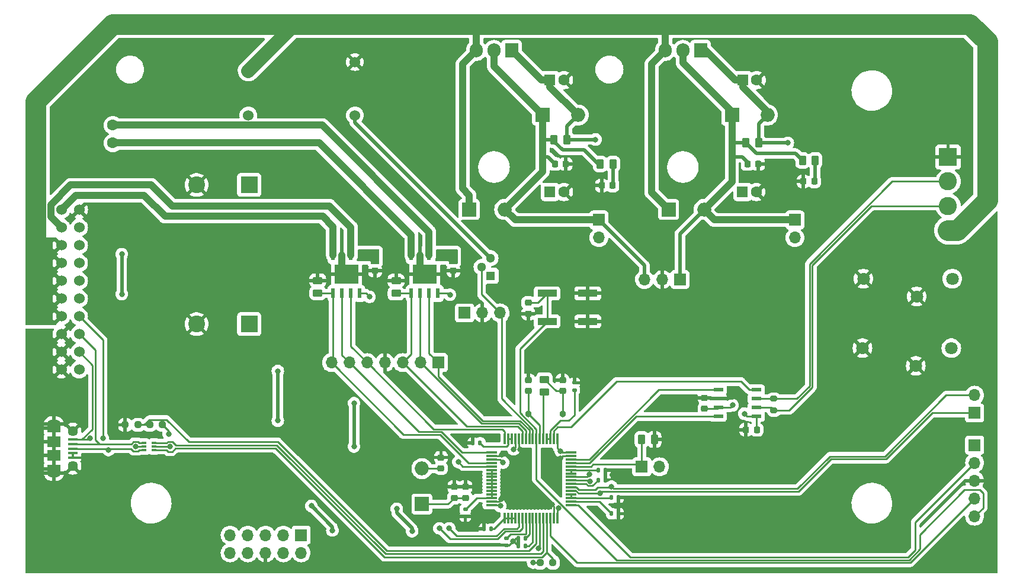
<source format=gtl>
G04 #@! TF.GenerationSoftware,KiCad,Pcbnew,7.0.8-7.0.8~ubuntu22.04.1*
G04 #@! TF.CreationDate,2024-01-26T16:09:11+01:00*
G04 #@! TF.ProjectId,torso,746f7273-6f2e-46b6-9963-61645f706362,1.1*
G04 #@! TF.SameCoordinates,Original*
G04 #@! TF.FileFunction,Copper,L1,Top*
G04 #@! TF.FilePolarity,Positive*
%FSLAX46Y46*%
G04 Gerber Fmt 4.6, Leading zero omitted, Abs format (unit mm)*
G04 Created by KiCad (PCBNEW 7.0.8-7.0.8~ubuntu22.04.1) date 2024-01-26 16:09:11*
%MOMM*%
%LPD*%
G01*
G04 APERTURE LIST*
G04 Aperture macros list*
%AMRoundRect*
0 Rectangle with rounded corners*
0 $1 Rounding radius*
0 $2 $3 $4 $5 $6 $7 $8 $9 X,Y pos of 4 corners*
0 Add a 4 corners polygon primitive as box body*
4,1,4,$2,$3,$4,$5,$6,$7,$8,$9,$2,$3,0*
0 Add four circle primitives for the rounded corners*
1,1,$1+$1,$2,$3*
1,1,$1+$1,$4,$5*
1,1,$1+$1,$6,$7*
1,1,$1+$1,$8,$9*
0 Add four rect primitives between the rounded corners*
20,1,$1+$1,$2,$3,$4,$5,0*
20,1,$1+$1,$4,$5,$6,$7,0*
20,1,$1+$1,$6,$7,$8,$9,0*
20,1,$1+$1,$8,$9,$2,$3,0*%
G04 Aperture macros list end*
G04 #@! TA.AperFunction,SMDPad,CuDef*
%ADD10RoundRect,0.225000X0.250000X-0.225000X0.250000X0.225000X-0.250000X0.225000X-0.250000X-0.225000X0*%
G04 #@! TD*
G04 #@! TA.AperFunction,ComponentPad*
%ADD11R,1.700000X1.700000*%
G04 #@! TD*
G04 #@! TA.AperFunction,ComponentPad*
%ADD12O,1.700000X1.700000*%
G04 #@! TD*
G04 #@! TA.AperFunction,SMDPad,CuDef*
%ADD13RoundRect,0.250000X-0.262500X-0.450000X0.262500X-0.450000X0.262500X0.450000X-0.262500X0.450000X0*%
G04 #@! TD*
G04 #@! TA.AperFunction,SMDPad,CuDef*
%ADD14RoundRect,0.135000X0.135000X0.185000X-0.135000X0.185000X-0.135000X-0.185000X0.135000X-0.185000X0*%
G04 #@! TD*
G04 #@! TA.AperFunction,SMDPad,CuDef*
%ADD15R,1.454899X0.532600*%
G04 #@! TD*
G04 #@! TA.AperFunction,ComponentPad*
%ADD16R,2.400000X2.400000*%
G04 #@! TD*
G04 #@! TA.AperFunction,ComponentPad*
%ADD17C,2.400000*%
G04 #@! TD*
G04 #@! TA.AperFunction,SMDPad,CuDef*
%ADD18RoundRect,0.135000X-0.135000X-0.185000X0.135000X-0.185000X0.135000X0.185000X-0.135000X0.185000X0*%
G04 #@! TD*
G04 #@! TA.AperFunction,SMDPad,CuDef*
%ADD19RoundRect,0.237500X0.250000X0.237500X-0.250000X0.237500X-0.250000X-0.237500X0.250000X-0.237500X0*%
G04 #@! TD*
G04 #@! TA.AperFunction,ComponentPad*
%ADD20R,2.000000X2.000000*%
G04 #@! TD*
G04 #@! TA.AperFunction,ComponentPad*
%ADD21O,2.000000X2.000000*%
G04 #@! TD*
G04 #@! TA.AperFunction,ComponentPad*
%ADD22R,1.600000X1.600000*%
G04 #@! TD*
G04 #@! TA.AperFunction,ComponentPad*
%ADD23C,1.600000*%
G04 #@! TD*
G04 #@! TA.AperFunction,ComponentPad*
%ADD24C,1.524000*%
G04 #@! TD*
G04 #@! TA.AperFunction,SMDPad,CuDef*
%ADD25RoundRect,0.200000X0.275000X-0.200000X0.275000X0.200000X-0.275000X0.200000X-0.275000X-0.200000X0*%
G04 #@! TD*
G04 #@! TA.AperFunction,SMDPad,CuDef*
%ADD26RoundRect,0.250000X0.450000X-0.262500X0.450000X0.262500X-0.450000X0.262500X-0.450000X-0.262500X0*%
G04 #@! TD*
G04 #@! TA.AperFunction,SMDPad,CuDef*
%ADD27RoundRect,0.135000X-0.185000X0.135000X-0.185000X-0.135000X0.185000X-0.135000X0.185000X0.135000X0*%
G04 #@! TD*
G04 #@! TA.AperFunction,SMDPad,CuDef*
%ADD28RoundRect,0.218750X-0.256250X0.218750X-0.256250X-0.218750X0.256250X-0.218750X0.256250X0.218750X0*%
G04 #@! TD*
G04 #@! TA.AperFunction,ComponentPad*
%ADD29R,1.905000X2.000000*%
G04 #@! TD*
G04 #@! TA.AperFunction,ComponentPad*
%ADD30O,1.905000X2.000000*%
G04 #@! TD*
G04 #@! TA.AperFunction,ComponentPad*
%ADD31C,1.800000*%
G04 #@! TD*
G04 #@! TA.AperFunction,SMDPad,CuDef*
%ADD32R,2.800000X1.000000*%
G04 #@! TD*
G04 #@! TA.AperFunction,ComponentPad*
%ADD33R,1.300000X1.300000*%
G04 #@! TD*
G04 #@! TA.AperFunction,ComponentPad*
%ADD34C,1.300000*%
G04 #@! TD*
G04 #@! TA.AperFunction,SMDPad,CuDef*
%ADD35R,0.685800X0.330200*%
G04 #@! TD*
G04 #@! TA.AperFunction,SMDPad,CuDef*
%ADD36R,0.558800X1.460500*%
G04 #@! TD*
G04 #@! TA.AperFunction,SMDPad,CuDef*
%ADD37R,3.403600X2.717800*%
G04 #@! TD*
G04 #@! TA.AperFunction,SMDPad,CuDef*
%ADD38RoundRect,0.218750X-0.218750X-0.256250X0.218750X-0.256250X0.218750X0.256250X-0.218750X0.256250X0*%
G04 #@! TD*
G04 #@! TA.AperFunction,SMDPad,CuDef*
%ADD39R,1.350000X0.400000*%
G04 #@! TD*
G04 #@! TA.AperFunction,ComponentPad*
%ADD40O,1.900000X1.200000*%
G04 #@! TD*
G04 #@! TA.AperFunction,SMDPad,CuDef*
%ADD41R,1.900000X1.200000*%
G04 #@! TD*
G04 #@! TA.AperFunction,ComponentPad*
%ADD42C,1.450000*%
G04 #@! TD*
G04 #@! TA.AperFunction,SMDPad,CuDef*
%ADD43R,1.900000X1.500000*%
G04 #@! TD*
G04 #@! TA.AperFunction,SMDPad,CuDef*
%ADD44RoundRect,0.075000X-0.075000X0.700000X-0.075000X-0.700000X0.075000X-0.700000X0.075000X0.700000X0*%
G04 #@! TD*
G04 #@! TA.AperFunction,SMDPad,CuDef*
%ADD45RoundRect,0.075000X-0.700000X0.075000X-0.700000X-0.075000X0.700000X-0.075000X0.700000X0.075000X0*%
G04 #@! TD*
G04 #@! TA.AperFunction,SMDPad,CuDef*
%ADD46RoundRect,0.225000X-0.225000X-0.250000X0.225000X-0.250000X0.225000X0.250000X-0.225000X0.250000X0*%
G04 #@! TD*
G04 #@! TA.AperFunction,SMDPad,CuDef*
%ADD47RoundRect,0.225000X0.225000X0.250000X-0.225000X0.250000X-0.225000X-0.250000X0.225000X-0.250000X0*%
G04 #@! TD*
G04 #@! TA.AperFunction,SMDPad,CuDef*
%ADD48RoundRect,0.250000X0.262500X0.450000X-0.262500X0.450000X-0.262500X-0.450000X0.262500X-0.450000X0*%
G04 #@! TD*
G04 #@! TA.AperFunction,ComponentPad*
%ADD49C,0.965200*%
G04 #@! TD*
G04 #@! TA.AperFunction,SMDPad,CuDef*
%ADD50RoundRect,0.135000X0.185000X-0.135000X0.185000X0.135000X-0.185000X0.135000X-0.185000X-0.135000X0*%
G04 #@! TD*
G04 #@! TA.AperFunction,ComponentPad*
%ADD51R,2.600000X2.600000*%
G04 #@! TD*
G04 #@! TA.AperFunction,ComponentPad*
%ADD52C,2.600000*%
G04 #@! TD*
G04 #@! TA.AperFunction,ComponentPad*
%ADD53C,1.600200*%
G04 #@! TD*
G04 #@! TA.AperFunction,ViaPad*
%ADD54C,0.800000*%
G04 #@! TD*
G04 #@! TA.AperFunction,Conductor*
%ADD55C,0.250000*%
G04 #@! TD*
G04 #@! TA.AperFunction,Conductor*
%ADD56C,2.000000*%
G04 #@! TD*
G04 #@! TA.AperFunction,Conductor*
%ADD57C,1.000000*%
G04 #@! TD*
G04 #@! TA.AperFunction,Conductor*
%ADD58C,0.500000*%
G04 #@! TD*
G04 #@! TA.AperFunction,Conductor*
%ADD59C,3.000000*%
G04 #@! TD*
G04 APERTURE END LIST*
D10*
X107300000Y-74475000D03*
X107300000Y-72925000D03*
X102400000Y-74475000D03*
X102400000Y-72925000D03*
X127600000Y-76975000D03*
X127600000Y-75425000D03*
D11*
X118625000Y-85300000D03*
D12*
X121165000Y-85300000D03*
D13*
X133500000Y-39000000D03*
X135325000Y-39000000D03*
D14*
X115310000Y-92000000D03*
X114290000Y-92000000D03*
D10*
X91824000Y-89723500D03*
X91824000Y-88173500D03*
D14*
X115310000Y-89700000D03*
X114290000Y-89700000D03*
D15*
X129557304Y-74290000D03*
X129557304Y-75560000D03*
X129557304Y-76830000D03*
X129557304Y-78100000D03*
X135000000Y-78100000D03*
X135000000Y-76830000D03*
X135000000Y-75560000D03*
X135000000Y-74290000D03*
D13*
X141587500Y-41500000D03*
X143412500Y-41500000D03*
D16*
X62500000Y-64900000D03*
D17*
X55000000Y-64900000D03*
D18*
X100990000Y-96600000D03*
X102010000Y-96600000D03*
D19*
X50112500Y-79300000D03*
X48287500Y-79300000D03*
D20*
X104460000Y-35000000D03*
D21*
X109540000Y-35000000D03*
D22*
X133000000Y-46000000D03*
D23*
X135000000Y-46000000D03*
D11*
X166200000Y-77600000D03*
D12*
X166200000Y-75060000D03*
D24*
X77620000Y-35040000D03*
X62380000Y-35040000D03*
X62380000Y-28690000D03*
X77620000Y-27420000D03*
D25*
X137500000Y-77225000D03*
X137500000Y-75575000D03*
D26*
X83500000Y-60500000D03*
X83500000Y-58675000D03*
D11*
X166200000Y-82200000D03*
D12*
X166200000Y-84740000D03*
X166200000Y-87280000D03*
X166200000Y-89820000D03*
X166200000Y-92360000D03*
D27*
X109000000Y-73290000D03*
X109000000Y-74310000D03*
D28*
X89923999Y-83961000D03*
X89923999Y-85536000D03*
D22*
X133044888Y-30000000D03*
D23*
X135044888Y-30000000D03*
D20*
X93960000Y-48500000D03*
D21*
X99040000Y-48500000D03*
D29*
X100040000Y-25770000D03*
D30*
X97500000Y-25770000D03*
X94960000Y-25770000D03*
D20*
X87200000Y-90640000D03*
D21*
X87200000Y-85560000D03*
D14*
X113410000Y-85800000D03*
X112390000Y-85800000D03*
D31*
X150175000Y-68324999D03*
X157795000Y-70864999D03*
X162875000Y-68324999D03*
D11*
X124079999Y-58500000D03*
D12*
X121539999Y-58500000D03*
X118999999Y-58500000D03*
D29*
X127040000Y-25770000D03*
D30*
X124500000Y-25770000D03*
X121960000Y-25770000D03*
D32*
X110900000Y-64500000D03*
X110900000Y-60500000D03*
X105100000Y-64500000D03*
X105100000Y-60500000D03*
D33*
X97000000Y-58000000D03*
D34*
X95730000Y-56730000D03*
X97000000Y-55460000D03*
D18*
X96080000Y-94200000D03*
X97100000Y-94200000D03*
D35*
X47488800Y-81900001D03*
X47488800Y-82400000D03*
X47488800Y-82899999D03*
X48911200Y-82899999D03*
X48911200Y-82400000D03*
X48911200Y-81900001D03*
D11*
X93300000Y-63300000D03*
D12*
X95840000Y-63300000D03*
X98380000Y-63300000D03*
D18*
X100990000Y-95500000D03*
X102010000Y-95500000D03*
D36*
X85690000Y-60500000D03*
X86960000Y-60500000D03*
X88230000Y-60500000D03*
X89500000Y-60500000D03*
X89500000Y-55051700D03*
X88230000Y-55051700D03*
X86960000Y-55051700D03*
X85690000Y-55051700D03*
D37*
X87595000Y-57775850D03*
D10*
X102400000Y-63400000D03*
X102400000Y-61850000D03*
D16*
X62500000Y-45000000D03*
D17*
X55000000Y-45000000D03*
D10*
X91700000Y-57275000D03*
X91700000Y-55725000D03*
D38*
X112887500Y-45087500D03*
X114462500Y-45087500D03*
D39*
X37300000Y-81400000D03*
X37300000Y-82050000D03*
X37300000Y-82700000D03*
X37300000Y-83350000D03*
X37300000Y-84000000D03*
D40*
X34600000Y-79200000D03*
D41*
X34600000Y-79800000D03*
D42*
X37300000Y-80200000D03*
D43*
X34600000Y-81700000D03*
X34600000Y-83700000D03*
D42*
X37300000Y-85200000D03*
D41*
X34600000Y-85600000D03*
D40*
X34600000Y-86200000D03*
D24*
X35660000Y-48540000D03*
X35660000Y-51080000D03*
X35660000Y-53620000D03*
X35660000Y-56160000D03*
X35660000Y-58700000D03*
X35660000Y-61240000D03*
X35660000Y-63780000D03*
X35660000Y-66320000D03*
X35660000Y-68860000D03*
X35660000Y-71400000D03*
X38200000Y-48540000D03*
X38200000Y-51080000D03*
X38200000Y-53620000D03*
X38200000Y-56160000D03*
X38200000Y-58700000D03*
X38200000Y-61240000D03*
X38200000Y-63780000D03*
X38200000Y-66320000D03*
X38200000Y-68860000D03*
X38200000Y-71400000D03*
D44*
X106550000Y-81325000D03*
X106050000Y-81325000D03*
X105550000Y-81325000D03*
X105050000Y-81325000D03*
X104550000Y-81325000D03*
X104050000Y-81325000D03*
X103550000Y-81325000D03*
X103050000Y-81325000D03*
X102550000Y-81325000D03*
X102050000Y-81325000D03*
X101550000Y-81325000D03*
X101050000Y-81325000D03*
X100550000Y-81325000D03*
X100050000Y-81325000D03*
X99550000Y-81325000D03*
X99050000Y-81325000D03*
D45*
X97125000Y-83250000D03*
X97125000Y-83750000D03*
X97125000Y-84250000D03*
X97125000Y-84750000D03*
X97125000Y-85250000D03*
X97125000Y-85750000D03*
X97125000Y-86250000D03*
X97125000Y-86750000D03*
X97125000Y-87250000D03*
X97125000Y-87750000D03*
X97125000Y-88250000D03*
X97125000Y-88750000D03*
X97125000Y-89250000D03*
X97125000Y-89750000D03*
X97125000Y-90250000D03*
X97125000Y-90750000D03*
D44*
X99050000Y-92675000D03*
X99550000Y-92675000D03*
X100050000Y-92675000D03*
X100550000Y-92675000D03*
X101050000Y-92675000D03*
X101550000Y-92675000D03*
X102050000Y-92675000D03*
X102550000Y-92675000D03*
X103050000Y-92675000D03*
X103550000Y-92675000D03*
X104050000Y-92675000D03*
X104550000Y-92675000D03*
X105050000Y-92675000D03*
X105550000Y-92675000D03*
X106050000Y-92675000D03*
X106550000Y-92675000D03*
D45*
X108475000Y-90750000D03*
X108475000Y-90250000D03*
X108475000Y-89750000D03*
X108475000Y-89250000D03*
X108475000Y-88750000D03*
X108475000Y-88250000D03*
X108475000Y-87750000D03*
X108475000Y-87250000D03*
X108475000Y-86750000D03*
X108475000Y-86250000D03*
X108475000Y-85750000D03*
X108475000Y-85250000D03*
X108475000Y-84750000D03*
X108475000Y-84250000D03*
X108475000Y-83750000D03*
X108475000Y-83250000D03*
D31*
X150300000Y-58400000D03*
X157920000Y-60940000D03*
X163000000Y-58400000D03*
D13*
X112675000Y-42000000D03*
X114500000Y-42000000D03*
D19*
X105912500Y-99000000D03*
X104087500Y-99000000D03*
D20*
X122460000Y-48500000D03*
D21*
X127540000Y-48500000D03*
D46*
X106225000Y-42000000D03*
X107775000Y-42000000D03*
D11*
X112500000Y-50000000D03*
D12*
X112500000Y-52540000D03*
D22*
X105500000Y-30000000D03*
D23*
X107500000Y-30000000D03*
D11*
X140500000Y-50000000D03*
D12*
X140500000Y-52540000D03*
D26*
X72310000Y-60475850D03*
X72310000Y-58650850D03*
D18*
X94490000Y-81900000D03*
X95510000Y-81900000D03*
D36*
X74500000Y-60500000D03*
X75770000Y-60500000D03*
X77040000Y-60500000D03*
X78310000Y-60500000D03*
X78310000Y-55051700D03*
X77040000Y-55051700D03*
X75770000Y-55051700D03*
X74500000Y-55051700D03*
D37*
X76405000Y-57775850D03*
D13*
X106087500Y-38500000D03*
X107912500Y-38500000D03*
D47*
X135075000Y-80000000D03*
X133525000Y-80000000D03*
D10*
X93424001Y-89723500D03*
X93424001Y-88173500D03*
D14*
X113419999Y-87200000D03*
X112399999Y-87200000D03*
D48*
X120412500Y-81400000D03*
X118587500Y-81400000D03*
D10*
X80500000Y-57275000D03*
X80500000Y-55725000D03*
D26*
X104700000Y-74612500D03*
X104700000Y-72787500D03*
D49*
X107300000Y-77700000D03*
X102419999Y-77700000D03*
D46*
X133725000Y-42000000D03*
X135275000Y-42000000D03*
D50*
X99300000Y-96510000D03*
X99300000Y-95490000D03*
D11*
X89520000Y-70400000D03*
D12*
X86980000Y-70400000D03*
X84440000Y-70400000D03*
X81900000Y-70400000D03*
X79360000Y-70400000D03*
X76820000Y-70400000D03*
X74280000Y-70400000D03*
D51*
X162400000Y-41000000D03*
D52*
X162400000Y-44500000D03*
X162400000Y-48000000D03*
X162400000Y-51500000D03*
D20*
X131500000Y-35000000D03*
D21*
X136580000Y-35000000D03*
D50*
X93400000Y-92419999D03*
X93400000Y-91399999D03*
D53*
X43000000Y-39000000D03*
X43000000Y-36460000D03*
D11*
X69940000Y-95060000D03*
D12*
X69940000Y-97600000D03*
X67400000Y-95060000D03*
X67400000Y-97600000D03*
X64860000Y-95060000D03*
X64860000Y-97600000D03*
X62320000Y-95060000D03*
X62320000Y-97600000D03*
X59780000Y-95060000D03*
X59780000Y-97600000D03*
D22*
X105500000Y-46000000D03*
D23*
X107500000Y-46000000D03*
D19*
X46612500Y-79300000D03*
X44787500Y-79300000D03*
D38*
X141712500Y-44500000D03*
X143287500Y-44500000D03*
D54*
X91700000Y-54600000D03*
X90500000Y-54900000D03*
X80500000Y-54600000D03*
X79300000Y-54900000D03*
X139500000Y-39000000D03*
X112000000Y-38500000D03*
X111205428Y-87348068D03*
X111100000Y-86414500D03*
X44300000Y-54900000D03*
X83600000Y-91300000D03*
X71400000Y-90900000D03*
X77500000Y-82400000D03*
X66600000Y-78700000D03*
X66600000Y-71600000D03*
X131600000Y-76500000D03*
X44300000Y-60600000D03*
X77500000Y-76200000D03*
X85800000Y-94500000D03*
X74400000Y-94400000D03*
X67700000Y-33700000D03*
X137100000Y-90800000D03*
X105800000Y-90700000D03*
X58500000Y-85700000D03*
X140600000Y-64100000D03*
X134000000Y-60200000D03*
X151200000Y-75300000D03*
X130600000Y-64100000D03*
X70400000Y-62000000D03*
X47300000Y-57100000D03*
X52300000Y-52100000D03*
X129000000Y-55200000D03*
X83400000Y-28700000D03*
X39600000Y-97200000D03*
X125600000Y-64100000D03*
X65400000Y-62000000D03*
X72700000Y-28700000D03*
X134000000Y-55200000D03*
X132100000Y-90800000D03*
X93300000Y-81900000D03*
X140600000Y-69100000D03*
X65400000Y-67000000D03*
X58500000Y-90700000D03*
X63500000Y-85700000D03*
X98600000Y-83600000D03*
X121700000Y-95800000D03*
X126700000Y-90800000D03*
X100227235Y-95922869D03*
X115600000Y-64100000D03*
X135600000Y-69100000D03*
X126700000Y-95800000D03*
X125600000Y-81100000D03*
X120600000Y-64100000D03*
X125600000Y-69100000D03*
X101239503Y-82800000D03*
X130600000Y-81100000D03*
X72700000Y-33700000D03*
X52300000Y-57100000D03*
X146200000Y-80300000D03*
X130600000Y-86100000D03*
X88400000Y-33700000D03*
X151200000Y-80300000D03*
X132200000Y-74900000D03*
X47300000Y-52100000D03*
X132100000Y-95800000D03*
X70400000Y-67000000D03*
X125600000Y-86100000D03*
X39600000Y-92200000D03*
X129000000Y-60200000D03*
X83400000Y-33700000D03*
X115600000Y-69100000D03*
X121700000Y-90800000D03*
X120600000Y-69100000D03*
X34600000Y-97200000D03*
X63500000Y-90700000D03*
X98500000Y-89900000D03*
X34600000Y-92200000D03*
X135600000Y-64100000D03*
X130600000Y-69100000D03*
X67700000Y-28700000D03*
X137100000Y-95800000D03*
X43300000Y-79300000D03*
X107000000Y-84100000D03*
X88400000Y-28700000D03*
X146200000Y-75300000D03*
X46300000Y-82400000D03*
X91100000Y-94100000D03*
X89700000Y-94100000D03*
X114300000Y-88135500D03*
X112700000Y-89085500D03*
X103825500Y-96932253D03*
X103100000Y-99000000D03*
X92400000Y-84600000D03*
X98400000Y-90900000D03*
X91200000Y-60700000D03*
X100300000Y-82800000D03*
X133300000Y-77700000D03*
X79700000Y-61000000D03*
X106714500Y-91200000D03*
X98800000Y-84700000D03*
X107021151Y-83080704D03*
X41600000Y-81200000D03*
X42400000Y-82900000D03*
X51000000Y-80600000D03*
X39800000Y-81200000D03*
X51200000Y-82400000D03*
D55*
X118625000Y-85300000D02*
X118625000Y-81437500D01*
X118625000Y-81437500D02*
X118587500Y-81400000D01*
X111350000Y-85250000D02*
X111685000Y-84915000D01*
X118240000Y-84915000D02*
X118625000Y-85300000D01*
X111685000Y-84915000D02*
X118240000Y-84915000D01*
X108475000Y-85250000D02*
X111350000Y-85250000D01*
X104050000Y-81325000D02*
X104050000Y-79330001D01*
X102419999Y-74494999D02*
X102400000Y-74475000D01*
X102419999Y-77700000D02*
X102419999Y-74494999D01*
X104050000Y-79330001D02*
X102419999Y-77700000D01*
X143000000Y-56451544D02*
X151451544Y-48000000D01*
X135000000Y-76830000D02*
X137105000Y-76830000D01*
X151451544Y-48000000D02*
X162400000Y-48000000D01*
X139675000Y-77225000D02*
X143000000Y-73900000D01*
X143000000Y-73900000D02*
X143000000Y-56451544D01*
X137105000Y-76830000D02*
X137500000Y-77225000D01*
X137500000Y-77225000D02*
X139675000Y-77225000D01*
X154400000Y-44500000D02*
X162400000Y-44500000D01*
X142610000Y-56290000D02*
X154400000Y-44500000D01*
X137500000Y-75575000D02*
X140773456Y-75575000D01*
X137485000Y-75560000D02*
X137500000Y-75575000D01*
X135000000Y-75560000D02*
X137485000Y-75560000D01*
X140773456Y-75575000D02*
X142610000Y-73738456D01*
X142610000Y-73738456D02*
X142610000Y-56290000D01*
D56*
X62380000Y-44880000D02*
X62500000Y-45000000D01*
D55*
X50664795Y-82890100D02*
X50899695Y-83125000D01*
X48911200Y-82899999D02*
X48921099Y-82890100D01*
X66250000Y-82650000D02*
X81800000Y-98200000D01*
X105912500Y-98412500D02*
X105050000Y-97550000D01*
X51975305Y-82650000D02*
X66250000Y-82650000D01*
X104400000Y-98200000D02*
X105050000Y-97550000D01*
X81800000Y-98200000D02*
X104400000Y-98200000D01*
X48921099Y-82890100D02*
X50664795Y-82890100D01*
X51500305Y-83125000D02*
X51975305Y-82650000D01*
X50899695Y-83125000D02*
X51500305Y-83125000D01*
X105912500Y-99000000D02*
X105912500Y-98412500D01*
X105050000Y-97550000D02*
X105050000Y-92675000D01*
X81986396Y-97750000D02*
X104213604Y-97750000D01*
X104550000Y-97413604D02*
X104550000Y-92675000D01*
X48921099Y-81909900D02*
X50664795Y-81909900D01*
X51500305Y-81675000D02*
X52025305Y-82200000D01*
X48911200Y-81900001D02*
X48921099Y-81909900D01*
X52025305Y-82200000D02*
X66436396Y-82200000D01*
X66436396Y-82200000D02*
X81986396Y-97750000D01*
X104213604Y-97750000D02*
X104550000Y-97413604D01*
X50664795Y-81909900D02*
X50899695Y-81675000D01*
X50899695Y-81675000D02*
X51500305Y-81675000D01*
D57*
X127770000Y-25770000D02*
X132000000Y-30000000D01*
X136580000Y-34540000D02*
X136580000Y-35000000D01*
X133044888Y-31004888D02*
X136580000Y-34540000D01*
D58*
X135325000Y-39000000D02*
X139500000Y-39000000D01*
X135325000Y-36255000D02*
X136580000Y-35000000D01*
D57*
X127040000Y-25770000D02*
X127770000Y-25770000D01*
X133044888Y-30000000D02*
X133044888Y-31004888D01*
X132000000Y-30000000D02*
X133044888Y-30000000D01*
D58*
X135325000Y-39000000D02*
X135325000Y-36255000D01*
X107912500Y-38500000D02*
X112000000Y-38500000D01*
X107912500Y-36627500D02*
X109540000Y-35000000D01*
D57*
X105500000Y-30000000D02*
X105500000Y-30960000D01*
D58*
X107912500Y-38500000D02*
X107912500Y-36627500D01*
D57*
X104270000Y-30000000D02*
X100040000Y-25770000D01*
X105500000Y-30000000D02*
X104270000Y-30000000D01*
X105500000Y-30960000D02*
X109540000Y-35000000D01*
D58*
X141587500Y-41500000D02*
X140587500Y-40500000D01*
X124079999Y-58500000D02*
X124079999Y-51960001D01*
X133500000Y-39000000D02*
X131500000Y-39000000D01*
D57*
X127540000Y-48540000D02*
X129000000Y-50000000D01*
X124500000Y-25770000D02*
X124500000Y-27540000D01*
X131500000Y-44540000D02*
X127540000Y-48500000D01*
D58*
X133725000Y-42000000D02*
X133725000Y-41725000D01*
D57*
X131500000Y-39000000D02*
X131500000Y-41000000D01*
X129000000Y-50000000D02*
X140500000Y-50000000D01*
D58*
X133725000Y-41725000D02*
X133000000Y-41000000D01*
D57*
X131500000Y-34540000D02*
X131500000Y-35000000D01*
D58*
X140587500Y-40500000D02*
X135000000Y-40500000D01*
D57*
X127540000Y-48500000D02*
X127540000Y-48540000D01*
D58*
X135000000Y-40500000D02*
X133500000Y-39000000D01*
X124079999Y-51960001D02*
X127540000Y-48500000D01*
D57*
X124500000Y-27540000D02*
X131500000Y-34540000D01*
D58*
X133000000Y-41000000D02*
X131500000Y-41000000D01*
D57*
X131500000Y-35000000D02*
X131500000Y-39000000D01*
X131500000Y-41000000D02*
X131500000Y-44540000D01*
D58*
X112675000Y-42000000D02*
X112412500Y-42000000D01*
D57*
X104460000Y-41000000D02*
X104460000Y-38500000D01*
D58*
X105225000Y-41000000D02*
X104460000Y-41000000D01*
D57*
X104460000Y-43080000D02*
X104460000Y-41000000D01*
D58*
X106087500Y-38793750D02*
X107293750Y-40000000D01*
X106087500Y-38500000D02*
X104460000Y-38500000D01*
D57*
X99040000Y-48500000D02*
X104460000Y-43080000D01*
D58*
X118999999Y-58500000D02*
X118999999Y-56499999D01*
X106225000Y-42000000D02*
X105225000Y-41000000D01*
D57*
X100540000Y-50000000D02*
X112500000Y-50000000D01*
X104460000Y-38500000D02*
X104460000Y-35000000D01*
D58*
X112412500Y-42000000D02*
X110412500Y-40000000D01*
X118999999Y-56499999D02*
X112500000Y-50000000D01*
X107293750Y-40000000D02*
X110412500Y-40000000D01*
X106087500Y-38500000D02*
X106087500Y-38793750D01*
D57*
X97500000Y-28040000D02*
X104460000Y-35000000D01*
X97500000Y-25770000D02*
X97500000Y-28040000D01*
X99040000Y-48500000D02*
X100540000Y-50000000D01*
D55*
X107300000Y-74475000D02*
X106387500Y-74475000D01*
X106387500Y-74475000D02*
X104700000Y-72787500D01*
X107300000Y-74475000D02*
X107300000Y-77700000D01*
X87200000Y-85560000D02*
X89900000Y-85560000D01*
X89900000Y-85560000D02*
X89924000Y-85536000D01*
X111107360Y-87250000D02*
X108475000Y-87250000D01*
X111205428Y-87348068D02*
X111107360Y-87250000D01*
X111100000Y-86414500D02*
X110764500Y-86750000D01*
X110764500Y-86750000D02*
X108475000Y-86750000D01*
X89520000Y-72388456D02*
X95861544Y-78730000D01*
X89520000Y-70400000D02*
X89520000Y-72388456D01*
X88230000Y-69110000D02*
X89520000Y-70400000D01*
X102550000Y-80046912D02*
X102550000Y-81325000D01*
X88230000Y-60500000D02*
X88230000Y-69110000D01*
X101233088Y-78730000D02*
X102550000Y-80046912D01*
X95861544Y-78730000D02*
X101233088Y-78730000D01*
X86960000Y-60500000D02*
X86960000Y-70380000D01*
X86960000Y-70380000D02*
X86980000Y-70400000D01*
X86980000Y-70400000D02*
X95700000Y-79120000D01*
X95700000Y-79120000D02*
X101071544Y-79120000D01*
X101071544Y-79120000D02*
X102050000Y-80098456D01*
X102050000Y-80098456D02*
X102050000Y-81325000D01*
D58*
X143412500Y-44375000D02*
X143287500Y-44500000D01*
X143412500Y-41500000D02*
X143412500Y-44375000D01*
X114500000Y-42000000D02*
X114500000Y-45050000D01*
X114500000Y-45050000D02*
X114462500Y-45087500D01*
X71400000Y-90900000D02*
X74400000Y-93900000D01*
X74400000Y-93900000D02*
X74400000Y-94400000D01*
X66600000Y-78700000D02*
X66600000Y-71600000D01*
D55*
X127600000Y-76975000D02*
X129412304Y-76975000D01*
D58*
X85800000Y-94100000D02*
X83600000Y-91900000D01*
D55*
X131270000Y-76830000D02*
X131600000Y-76500000D01*
D58*
X83600000Y-91900000D02*
X83600000Y-91300000D01*
D55*
X129412304Y-76975000D02*
X129557304Y-76830000D01*
D58*
X85800000Y-94500000D02*
X85800000Y-94100000D01*
D55*
X129557304Y-76830000D02*
X131270000Y-76830000D01*
D58*
X77500000Y-76200000D02*
X77500000Y-82400000D01*
X44300000Y-60600000D02*
X44300000Y-54900000D01*
D55*
X101550000Y-80150000D02*
X101550000Y-81325000D01*
X83500000Y-60500000D02*
X85690000Y-60500000D01*
X85690000Y-69150000D02*
X84440000Y-70400000D01*
X85690000Y-60500000D02*
X85690000Y-69150000D01*
X84440000Y-70400000D02*
X84500000Y-70400000D01*
X100910000Y-79510000D02*
X101550000Y-80150000D01*
X93610000Y-79510000D02*
X100910000Y-79510000D01*
X84500000Y-70400000D02*
X93610000Y-79510000D01*
X98700000Y-79900000D02*
X99050000Y-80250000D01*
X77040000Y-68080000D02*
X79360000Y-70400000D01*
X79360000Y-70400000D02*
X88860000Y-79900000D01*
X77040000Y-60500000D02*
X77040000Y-68080000D01*
X88860000Y-79900000D02*
X98700000Y-79900000D01*
X99050000Y-80250000D02*
X99050000Y-81325000D01*
X127600000Y-75425000D02*
X129422304Y-75425000D01*
X107350000Y-83750000D02*
X108475000Y-83750000D01*
X101050000Y-82610497D02*
X101239503Y-82800000D01*
D57*
X75770000Y-55051700D02*
X75770000Y-57140850D01*
D55*
X129557304Y-75560000D02*
X131540000Y-75560000D01*
X98450000Y-83750000D02*
X97125000Y-83750000D01*
X129422304Y-75425000D02*
X129557304Y-75560000D01*
X99640104Y-96510000D02*
X100227235Y-95922869D01*
X106050000Y-92675000D02*
X106050000Y-90950000D01*
X99300000Y-96510000D02*
X99640104Y-96510000D01*
D57*
X86960000Y-55051700D02*
X86960000Y-57140850D01*
D55*
X100227235Y-95922869D02*
X100312869Y-95922869D01*
D57*
X86960000Y-57140850D02*
X87595000Y-57775850D01*
D55*
X107000000Y-84100000D02*
X107350000Y-83750000D01*
X98150000Y-90250000D02*
X98500000Y-89900000D01*
X100650104Y-95500000D02*
X100227235Y-95922869D01*
X97125000Y-90250000D02*
X98150000Y-90250000D01*
X94490000Y-81900000D02*
X93300000Y-81900000D01*
X101050000Y-81325000D02*
X101050000Y-82610497D01*
X44787500Y-79300000D02*
X43300000Y-79300000D01*
X98600000Y-83600000D02*
X98450000Y-83750000D01*
X47488800Y-82400000D02*
X46300000Y-82400000D01*
X106050000Y-90950000D02*
X105800000Y-90700000D01*
X100990000Y-95500000D02*
X100650104Y-95500000D01*
D57*
X75770000Y-57140850D02*
X76405000Y-57775850D01*
D55*
X131540000Y-75560000D02*
X132200000Y-74900000D01*
X100312869Y-95922869D02*
X100990000Y-96600000D01*
X76820000Y-70400000D02*
X86730000Y-80310000D01*
X89961543Y-80310000D02*
X92901544Y-83250000D01*
X92901544Y-83250000D02*
X97125000Y-83250000D01*
X75770000Y-60500000D02*
X75770000Y-69350000D01*
X86730000Y-80310000D02*
X89961543Y-80310000D01*
X75770000Y-69350000D02*
X76820000Y-70400000D01*
X93850000Y-84750000D02*
X97125000Y-84750000D01*
X72310000Y-60475850D02*
X74475850Y-60475850D01*
X89800000Y-80700000D02*
X93850000Y-84750000D01*
X74500000Y-60500000D02*
X74500000Y-70180000D01*
X84580000Y-80700000D02*
X89800000Y-80700000D01*
X74500000Y-70180000D02*
X74280000Y-70400000D01*
X74475850Y-60475850D02*
X74500000Y-60500000D01*
X74280000Y-70400000D02*
X84580000Y-80700000D01*
X97838457Y-95210000D02*
X98913457Y-94135000D01*
X98913457Y-94135000D02*
X100765000Y-94135000D01*
X92210000Y-95210000D02*
X97838457Y-95210000D01*
X101050000Y-93850000D02*
X101050000Y-92675000D01*
X100765000Y-94135000D02*
X101050000Y-93850000D01*
X91100000Y-94100000D02*
X92210000Y-95210000D01*
X101125000Y-94525000D02*
X101550000Y-94100000D01*
X99075000Y-94525000D02*
X101125000Y-94525000D01*
X101550000Y-94100000D02*
X101550000Y-92675000D01*
X98000000Y-95600000D02*
X99075000Y-94525000D01*
X89700000Y-94100000D02*
X91200000Y-95600000D01*
X91200000Y-95600000D02*
X98000000Y-95600000D01*
X103550000Y-96250000D02*
X103550000Y-92675000D01*
X48240000Y-78560000D02*
X50710000Y-78560000D01*
X66622792Y-81750000D02*
X82172792Y-97300000D01*
X47500000Y-79300000D02*
X48287500Y-79300000D01*
X50710000Y-78560000D02*
X53900000Y-81750000D01*
X102500000Y-97300000D02*
X103550000Y-96250000D01*
X47500000Y-79300000D02*
X48240000Y-78560000D01*
X46612500Y-79300000D02*
X47500000Y-79300000D01*
X82172792Y-97300000D02*
X102500000Y-97300000D01*
X53900000Y-81750000D02*
X66622792Y-81750000D01*
D58*
X77620000Y-36080000D02*
X77620000Y-35040000D01*
X97000000Y-55460000D02*
X77620000Y-36080000D01*
D57*
X72500000Y-39000000D02*
X85690000Y-52190000D01*
X43000000Y-39000000D02*
X72500000Y-39000000D01*
X85690000Y-52190000D02*
X85690000Y-55051700D01*
X88230000Y-51730000D02*
X88230000Y-55051700D01*
X72960000Y-36460000D02*
X88230000Y-51730000D01*
X43000000Y-36460000D02*
X72960000Y-36460000D01*
D55*
X95730000Y-60650000D02*
X98380000Y-63300000D01*
X103050000Y-81325000D02*
X103050000Y-79995368D01*
X95730000Y-56730000D02*
X95730000Y-60650000D01*
X103050000Y-79995368D02*
X98600000Y-75545368D01*
X98600000Y-75545368D02*
X98600000Y-63520000D01*
X98600000Y-63520000D02*
X98380000Y-63300000D01*
D57*
X121960000Y-25770000D02*
X121960000Y-22240000D01*
D59*
X69500000Y-22000000D02*
X95000000Y-22000000D01*
D57*
X120000000Y-27730000D02*
X120000000Y-46040000D01*
X121960000Y-22240000D02*
X122200000Y-22000000D01*
X93000000Y-45500000D02*
X93960000Y-46460000D01*
D59*
X32000000Y-52500000D02*
X32000000Y-33000000D01*
D56*
X62380000Y-28690000D02*
X69070000Y-22000000D01*
D59*
X168000000Y-24500000D02*
X168000000Y-47200000D01*
D57*
X94960000Y-22040000D02*
X95000000Y-22000000D01*
X121960000Y-25770000D02*
X120000000Y-27730000D01*
D59*
X163700000Y-51500000D02*
X162400000Y-51500000D01*
D57*
X93000000Y-27730000D02*
X93000000Y-45500000D01*
D59*
X168000000Y-47200000D02*
X163700000Y-51500000D01*
D57*
X120000000Y-46040000D02*
X122460000Y-48500000D01*
D59*
X95000000Y-22000000D02*
X122200000Y-22000000D01*
X122200000Y-22000000D02*
X165500000Y-22000000D01*
D56*
X69070000Y-22000000D02*
X69500000Y-22000000D01*
D57*
X94960000Y-25770000D02*
X93000000Y-27730000D01*
X93960000Y-46460000D02*
X93960000Y-48500000D01*
D59*
X32000000Y-33000000D02*
X43000000Y-22000000D01*
D57*
X94960000Y-25770000D02*
X94960000Y-22040000D01*
D59*
X165500000Y-22000000D02*
X168000000Y-24500000D01*
X43000000Y-22000000D02*
X69500000Y-22000000D01*
D55*
X114300000Y-88135500D02*
X114235500Y-88200000D01*
X114235500Y-88200000D02*
X112359547Y-88200000D01*
X145500000Y-83800000D02*
X153370460Y-83800000D01*
X162110460Y-75060000D02*
X166200000Y-75060000D01*
X140890000Y-88410000D02*
X145500000Y-83800000D01*
X109632378Y-88600000D02*
X109282378Y-88250000D01*
X111959547Y-88600000D02*
X109632378Y-88600000D01*
X153370460Y-83800000D02*
X162110460Y-75060000D01*
X109282378Y-88250000D02*
X108475000Y-88250000D01*
X112359547Y-88200000D02*
X111959547Y-88600000D01*
X114300000Y-88135500D02*
X114574500Y-88410000D01*
X114574500Y-88410000D02*
X140890000Y-88410000D01*
X145661544Y-84190000D02*
X153532003Y-84190000D01*
X109580834Y-89100000D02*
X109230834Y-88750000D01*
X141051544Y-88800000D02*
X145661544Y-84190000D01*
X112985500Y-88800000D02*
X141051544Y-88800000D01*
X160122004Y-77600000D02*
X166200000Y-77600000D01*
X153532003Y-84190000D02*
X160122004Y-77600000D01*
X112700000Y-89085500D02*
X112985500Y-88800000D01*
X112685500Y-89100000D02*
X109580834Y-89100000D01*
X109230834Y-88750000D02*
X108475000Y-88750000D01*
X112700000Y-89085500D02*
X112685500Y-89100000D01*
X103912500Y-99000000D02*
X104012500Y-98900000D01*
X104050000Y-96707753D02*
X104050000Y-92675000D01*
X103825500Y-96932253D02*
X104050000Y-96707753D01*
X103100000Y-99000000D02*
X103912500Y-99000000D01*
X104550000Y-81325000D02*
X104550000Y-74762500D01*
X104550000Y-74762500D02*
X104700000Y-74612500D01*
X96010000Y-82400000D02*
X95510000Y-81900000D01*
X99550000Y-82100000D02*
X99250000Y-82400000D01*
X99250000Y-82400000D02*
X96010000Y-82400000D01*
X99550000Y-81325000D02*
X99550000Y-82100000D01*
X100050000Y-81325000D02*
X99550000Y-81325000D01*
X97125000Y-89750000D02*
X95049999Y-89750000D01*
X97125000Y-85750000D02*
X97125000Y-89750000D01*
X95049999Y-89750000D02*
X93400000Y-91399999D01*
X102500000Y-96600000D02*
X102010000Y-96600000D01*
X103050000Y-96050000D02*
X102500000Y-96600000D01*
X103050000Y-92675000D02*
X103050000Y-96050000D01*
X97125000Y-85250000D02*
X93050000Y-85250000D01*
X93050000Y-85250000D02*
X92400000Y-84600000D01*
X110929975Y-88013068D02*
X111586931Y-88013068D01*
X108475000Y-87750000D02*
X110666907Y-87750000D01*
X111586931Y-88013068D02*
X112399999Y-87200000D01*
X110666907Y-87750000D02*
X110929975Y-88013068D01*
X112340000Y-85750000D02*
X112390000Y-85800000D01*
X108475000Y-86250000D02*
X108475000Y-85750000D01*
X108475000Y-85750000D02*
X112340000Y-85750000D01*
X99050000Y-92675000D02*
X100550000Y-92675000D01*
X97525000Y-94200000D02*
X97100000Y-94200000D01*
X99050000Y-92675000D02*
X97525000Y-94200000D01*
X108200000Y-78700000D02*
X109000000Y-77900000D01*
X106948456Y-78700000D02*
X108200000Y-78700000D01*
X105050000Y-81325000D02*
X105550000Y-81325000D01*
X109000000Y-77900000D02*
X109000000Y-74310000D01*
X105550000Y-80098456D02*
X106948456Y-78700000D01*
X105550000Y-81325000D02*
X105550000Y-80098456D01*
X102043456Y-94915000D02*
X99875000Y-94915000D01*
X102050000Y-92675000D02*
X102050000Y-94908456D01*
X99875000Y-94915000D02*
X99300000Y-95490000D01*
X102050000Y-94908456D02*
X102043456Y-94915000D01*
X102550000Y-94960000D02*
X102010000Y-95500000D01*
X102550000Y-92675000D02*
X102550000Y-94960000D01*
X106550000Y-92675000D02*
X106550000Y-91364500D01*
X100550000Y-81325000D02*
X100550000Y-82550000D01*
X135000000Y-78100000D02*
X135000000Y-79925000D01*
X135000000Y-79925000D02*
X135075000Y-80000000D01*
X79200000Y-60500000D02*
X79700000Y-61000000D01*
X100550000Y-82550000D02*
X100300000Y-82800000D01*
X106550000Y-81325000D02*
X106550000Y-82609553D01*
X91000000Y-60500000D02*
X91200000Y-60700000D01*
X106550000Y-91364500D02*
X106714500Y-91200000D01*
X90907500Y-90640000D02*
X91824000Y-89723500D01*
X89500000Y-60500000D02*
X91000000Y-60500000D01*
X98350000Y-84250000D02*
X98800000Y-84700000D01*
X91824000Y-89723500D02*
X93424000Y-89723499D01*
X97125000Y-90750000D02*
X98250000Y-90750000D01*
X97125000Y-84250000D02*
X98350000Y-84250000D01*
X87200000Y-90640000D02*
X90907500Y-90640000D01*
X106550000Y-82609553D02*
X107021151Y-83080704D01*
X78310000Y-60500000D02*
X79200000Y-60500000D01*
X98250000Y-90750000D02*
X98400000Y-90900000D01*
X107190447Y-83250000D02*
X108475000Y-83250000D01*
X133700000Y-78100000D02*
X133300000Y-77700000D01*
X135000000Y-78100000D02*
X133700000Y-78100000D01*
X107021151Y-83080704D02*
X107190447Y-83250000D01*
X157700000Y-97200000D02*
X156680000Y-98220000D01*
X109550000Y-90750000D02*
X108475000Y-90750000D01*
X117020000Y-98220000D02*
X109550000Y-90750000D01*
X157700000Y-93240000D02*
X157700000Y-97200000D01*
X156680000Y-98220000D02*
X117020000Y-98220000D01*
X166200000Y-84740000D02*
X157700000Y-93240000D01*
X158763088Y-97240000D02*
X157003087Y-99000000D01*
X166200000Y-89820000D02*
X158780000Y-97240000D01*
X157003087Y-99000000D02*
X109385000Y-99000000D01*
X105550000Y-95165000D02*
X105550000Y-92675000D01*
X109385000Y-99000000D02*
X105550000Y-95165000D01*
X158780000Y-97240000D02*
X158763088Y-97240000D01*
X101200000Y-68400000D02*
X101200000Y-77593824D01*
X115064953Y-98610000D02*
X103550000Y-87095047D01*
X105100000Y-60500000D02*
X105100000Y-64500000D01*
X103550000Y-87095047D02*
X103550000Y-81325000D01*
X103550000Y-79943824D02*
X103550000Y-81325000D01*
X103750000Y-61850000D02*
X105100000Y-60500000D01*
X158390000Y-94982399D02*
X158390000Y-97061544D01*
X166200000Y-92360000D02*
X167400000Y-91160000D01*
X102400000Y-61850000D02*
X103750000Y-61850000D01*
X101200000Y-77593824D02*
X103550000Y-79943824D01*
X105100000Y-64500000D02*
X101200000Y-68400000D01*
X166900000Y-88600000D02*
X164772399Y-88600000D01*
X167400000Y-89100000D02*
X166900000Y-88600000D01*
X164772399Y-88600000D02*
X158390000Y-94982399D01*
X156841544Y-98610000D02*
X115064953Y-98610000D01*
X167400000Y-91160000D02*
X167400000Y-89100000D01*
X158390000Y-97061544D02*
X156841544Y-98610000D01*
X114240000Y-89750000D02*
X114290000Y-89700000D01*
X108475000Y-89250000D02*
X108475000Y-89750000D01*
X108475000Y-89750000D02*
X114240000Y-89750000D01*
X111098456Y-84250000D02*
X121058456Y-74290000D01*
X121058456Y-74290000D02*
X129557304Y-74290000D01*
X108475000Y-84250000D02*
X111098456Y-84250000D01*
X111150000Y-84750000D02*
X117800000Y-78100000D01*
X117800000Y-78100000D02*
X129557304Y-78100000D01*
X108475000Y-84750000D02*
X111150000Y-84750000D01*
X133990000Y-74290000D02*
X132800000Y-73100000D01*
X106600000Y-79600000D02*
X106050000Y-80150000D01*
X108500000Y-79600000D02*
X106600000Y-79600000D01*
X106050000Y-80150000D02*
X106050000Y-81325000D01*
X135000000Y-74290000D02*
X133990000Y-74290000D01*
X132800000Y-73100000D02*
X115000000Y-73100000D01*
X115000000Y-73100000D02*
X108500000Y-79600000D01*
X108475000Y-90250000D02*
X112540000Y-90250000D01*
X112540000Y-90250000D02*
X114290000Y-92000000D01*
D57*
X48500000Y-45000000D02*
X51500000Y-48000000D01*
X34140000Y-47860000D02*
X37000000Y-45000000D01*
X35660000Y-51080000D02*
X34140000Y-49560000D01*
X74000000Y-48000000D02*
X77040000Y-51040000D01*
X77040000Y-51040000D02*
X77040000Y-55051700D01*
X37000000Y-45000000D02*
X48500000Y-45000000D01*
X51500000Y-48000000D02*
X74000000Y-48000000D01*
X34140000Y-49560000D02*
X34140000Y-47860000D01*
X35660000Y-48540000D02*
X37700000Y-46500000D01*
X73000000Y-49500000D02*
X74500000Y-51000000D01*
X37700000Y-46500000D02*
X47500000Y-46500000D01*
X74500000Y-51000000D02*
X74500000Y-55051700D01*
X50500000Y-49500000D02*
X73000000Y-49500000D01*
X47500000Y-46500000D02*
X50500000Y-49500000D01*
D55*
X45965099Y-81734901D02*
X46634901Y-81734901D01*
X46634901Y-81734901D02*
X46800000Y-81900000D01*
X41100000Y-82050000D02*
X39800000Y-82050000D01*
X46800000Y-81900000D02*
X47488800Y-81900001D01*
X40490000Y-68610000D02*
X40490000Y-81440000D01*
X41100000Y-82050000D02*
X45650000Y-82050000D01*
X45650000Y-82050000D02*
X45965099Y-81734901D01*
X40490000Y-81440000D02*
X41100000Y-82050000D01*
X39800000Y-82050000D02*
X37300000Y-82050000D01*
X38200000Y-66320000D02*
X40490000Y-68610000D01*
X45965099Y-83065099D02*
X46634901Y-83065099D01*
X41600000Y-81200000D02*
X41600000Y-67180000D01*
X42400000Y-82900000D02*
X42200000Y-82700000D01*
X46800000Y-82900000D02*
X47488800Y-82899999D01*
X42400000Y-82900000D02*
X42600000Y-82700000D01*
X42200000Y-82700000D02*
X37300000Y-82700000D01*
X42600000Y-82700000D02*
X45600000Y-82700000D01*
X45600000Y-82700000D02*
X45965099Y-83065099D01*
X46634901Y-83065099D02*
X46800000Y-82900000D01*
X41600000Y-67180000D02*
X38200000Y-63780000D01*
X51000000Y-80187500D02*
X50112500Y-79300000D01*
X38600000Y-81400000D02*
X39600000Y-81400000D01*
X40100000Y-79900000D02*
X38600000Y-81400000D01*
X40100000Y-70760000D02*
X40100000Y-79900000D01*
X38200000Y-68860000D02*
X40100000Y-70760000D01*
X51000000Y-80600000D02*
X51000000Y-80187500D01*
X39600000Y-81400000D02*
X39800000Y-81200000D01*
X38600000Y-81400000D02*
X37300000Y-81400000D01*
X51200000Y-82400000D02*
X48911200Y-82400000D01*
G04 #@! TA.AperFunction,Conductor*
G36*
X92243039Y-54219685D02*
G01*
X92288794Y-54272489D01*
X92300000Y-54324000D01*
X92300000Y-56176000D01*
X92280315Y-56243039D01*
X92227511Y-56288794D01*
X92176000Y-56300000D01*
X91224000Y-56300000D01*
X91156961Y-56280315D01*
X91111206Y-56227511D01*
X91100000Y-56176000D01*
X91100000Y-56000000D01*
X91000000Y-55900000D01*
X89224000Y-55900000D01*
X89156961Y-55880315D01*
X89111206Y-55827511D01*
X89100000Y-55776000D01*
X89100000Y-55586890D01*
X89110050Y-55537989D01*
X89189539Y-55352760D01*
X89189538Y-55352760D01*
X89189540Y-55352758D01*
X89230500Y-55153441D01*
X89230500Y-54324000D01*
X89250185Y-54256961D01*
X89302989Y-54211206D01*
X89354500Y-54200000D01*
X92176000Y-54200000D01*
X92243039Y-54219685D01*
G37*
G04 #@! TD.AperFunction*
G04 #@! TA.AperFunction,Conductor*
G36*
X81043039Y-54219685D02*
G01*
X81088794Y-54272489D01*
X81100000Y-54324000D01*
X81100000Y-56176000D01*
X81080315Y-56243039D01*
X81027511Y-56288794D01*
X80976000Y-56300000D01*
X80024000Y-56300000D01*
X79956961Y-56280315D01*
X79911206Y-56227511D01*
X79900000Y-56176000D01*
X79900000Y-56000000D01*
X79800000Y-55900000D01*
X78024000Y-55900000D01*
X77956961Y-55880315D01*
X77911206Y-55827511D01*
X77900000Y-55776000D01*
X77900000Y-55606375D01*
X77917710Y-55546061D01*
X77916243Y-55545247D01*
X77919286Y-55539760D01*
X77919295Y-55539749D01*
X77999540Y-55352758D01*
X78040500Y-55153441D01*
X78040500Y-54324000D01*
X78060185Y-54256961D01*
X78112989Y-54211206D01*
X78164500Y-54200000D01*
X80976000Y-54200000D01*
X81043039Y-54219685D01*
G37*
G04 #@! TD.AperFunction*
G04 #@! TA.AperFunction,Conductor*
G36*
X34909231Y-52519685D02*
G01*
X34929873Y-52536319D01*
X35520400Y-53126847D01*
X35515408Y-53127565D01*
X35382530Y-53188248D01*
X35272131Y-53283910D01*
X35193155Y-53406799D01*
X35170477Y-53484030D01*
X34608258Y-52921811D01*
X34608257Y-52921812D01*
X34562903Y-52986586D01*
X34469579Y-53186720D01*
X34469575Y-53186729D01*
X34412426Y-53400013D01*
X34412424Y-53400023D01*
X34393179Y-53619999D01*
X34393179Y-53620000D01*
X34412424Y-53839976D01*
X34412426Y-53839986D01*
X34469575Y-54053270D01*
X34469580Y-54053284D01*
X34562899Y-54253407D01*
X34562900Y-54253409D01*
X34608258Y-54318187D01*
X35170477Y-53755968D01*
X35193155Y-53833201D01*
X35272131Y-53956090D01*
X35382530Y-54051752D01*
X35515408Y-54112435D01*
X35520399Y-54113152D01*
X34961811Y-54671741D01*
X35026582Y-54717094D01*
X35026588Y-54717098D01*
X35156373Y-54777618D01*
X35208812Y-54823790D01*
X35227964Y-54890984D01*
X35207748Y-54957865D01*
X35156373Y-55002382D01*
X35026586Y-55062903D01*
X34961812Y-55108257D01*
X34961811Y-55108258D01*
X35520400Y-55666847D01*
X35515408Y-55667565D01*
X35382530Y-55728248D01*
X35272131Y-55823910D01*
X35193155Y-55946799D01*
X35170477Y-56024030D01*
X34608258Y-55461811D01*
X34608257Y-55461812D01*
X34562903Y-55526586D01*
X34469579Y-55726720D01*
X34469575Y-55726729D01*
X34412426Y-55940013D01*
X34412424Y-55940023D01*
X34393179Y-56159999D01*
X34393179Y-56160000D01*
X34412424Y-56379976D01*
X34412426Y-56379986D01*
X34469575Y-56593270D01*
X34469580Y-56593284D01*
X34562899Y-56793407D01*
X34562900Y-56793409D01*
X34608258Y-56858187D01*
X35170477Y-56295968D01*
X35193155Y-56373201D01*
X35272131Y-56496090D01*
X35382530Y-56591752D01*
X35515408Y-56652435D01*
X35520399Y-56653152D01*
X34961811Y-57211741D01*
X35026582Y-57257094D01*
X35026588Y-57257098D01*
X35156373Y-57317618D01*
X35208812Y-57363790D01*
X35227964Y-57430984D01*
X35207748Y-57497865D01*
X35156373Y-57542382D01*
X35026586Y-57602903D01*
X34961812Y-57648257D01*
X34961811Y-57648258D01*
X35520400Y-58206847D01*
X35515408Y-58207565D01*
X35382530Y-58268248D01*
X35272131Y-58363910D01*
X35193155Y-58486799D01*
X35170477Y-58564030D01*
X34608258Y-58001811D01*
X34608257Y-58001812D01*
X34562903Y-58066586D01*
X34469579Y-58266720D01*
X34469575Y-58266729D01*
X34412426Y-58480013D01*
X34412424Y-58480023D01*
X34393179Y-58699999D01*
X34393179Y-58700000D01*
X34412424Y-58919976D01*
X34412426Y-58919986D01*
X34469575Y-59133270D01*
X34469580Y-59133284D01*
X34562899Y-59333407D01*
X34562900Y-59333409D01*
X34608258Y-59398187D01*
X35170477Y-58835968D01*
X35193155Y-58913201D01*
X35272131Y-59036090D01*
X35382530Y-59131752D01*
X35515408Y-59192435D01*
X35520399Y-59193152D01*
X34961811Y-59751741D01*
X35026582Y-59797094D01*
X35026588Y-59797098D01*
X35156373Y-59857618D01*
X35208812Y-59903790D01*
X35227964Y-59970984D01*
X35207748Y-60037865D01*
X35156373Y-60082382D01*
X35026586Y-60142903D01*
X34961812Y-60188257D01*
X34961811Y-60188258D01*
X35520400Y-60746847D01*
X35515408Y-60747565D01*
X35382530Y-60808248D01*
X35272131Y-60903910D01*
X35193155Y-61026799D01*
X35170477Y-61104030D01*
X34608258Y-60541811D01*
X34608257Y-60541812D01*
X34562903Y-60606586D01*
X34469579Y-60806720D01*
X34469575Y-60806729D01*
X34412426Y-61020013D01*
X34412424Y-61020023D01*
X34393179Y-61239999D01*
X34393179Y-61240000D01*
X34412424Y-61459976D01*
X34412426Y-61459986D01*
X34469575Y-61673270D01*
X34469580Y-61673284D01*
X34562899Y-61873407D01*
X34562900Y-61873409D01*
X34608258Y-61938187D01*
X35170477Y-61375968D01*
X35193155Y-61453201D01*
X35272131Y-61576090D01*
X35382530Y-61671752D01*
X35515408Y-61732435D01*
X35520399Y-61733152D01*
X34961811Y-62291741D01*
X35026582Y-62337094D01*
X35026588Y-62337098D01*
X35156373Y-62397618D01*
X35208812Y-62443790D01*
X35227964Y-62510984D01*
X35207748Y-62577865D01*
X35156373Y-62622382D01*
X35026586Y-62682903D01*
X34961812Y-62728257D01*
X34961811Y-62728258D01*
X35520400Y-63286847D01*
X35515408Y-63287565D01*
X35382530Y-63348248D01*
X35272131Y-63443910D01*
X35193155Y-63566799D01*
X35170477Y-63644030D01*
X34608258Y-63081811D01*
X34608257Y-63081812D01*
X34562903Y-63146586D01*
X34469579Y-63346720D01*
X34469575Y-63346729D01*
X34412426Y-63560013D01*
X34412424Y-63560023D01*
X34393179Y-63779999D01*
X34393179Y-63780000D01*
X34412424Y-63999976D01*
X34412426Y-63999986D01*
X34469575Y-64213270D01*
X34469580Y-64213284D01*
X34562899Y-64413407D01*
X34562900Y-64413409D01*
X34608258Y-64478187D01*
X35170477Y-63915968D01*
X35193155Y-63993201D01*
X35272131Y-64116090D01*
X35382530Y-64211752D01*
X35515408Y-64272435D01*
X35520399Y-64273152D01*
X34961811Y-64831741D01*
X34964738Y-64865194D01*
X34950971Y-64933694D01*
X34902355Y-64983876D01*
X34841210Y-65000000D01*
X30624000Y-65000000D01*
X30556961Y-64980315D01*
X30511206Y-64927511D01*
X30500000Y-64876000D01*
X30500000Y-52624000D01*
X30519685Y-52556961D01*
X30572489Y-52511206D01*
X30624000Y-52500000D01*
X34842192Y-52500000D01*
X34909231Y-52519685D01*
G37*
G04 #@! TD.AperFunction*
G04 #@! TA.AperFunction,Conductor*
G36*
X160693784Y-48645185D02*
G01*
X160739539Y-48697989D01*
X160742167Y-48704184D01*
X160773257Y-48783398D01*
X160908185Y-49017102D01*
X160975992Y-49102129D01*
X161076442Y-49228089D01*
X161192567Y-49335836D01*
X161274259Y-49411635D01*
X161451943Y-49532778D01*
X161496244Y-49586805D01*
X161504304Y-49656208D01*
X161473561Y-49718951D01*
X161441519Y-49744062D01*
X161315684Y-49812774D01*
X161315682Y-49812775D01*
X161086612Y-49984254D01*
X161086594Y-49984270D01*
X160884270Y-50186594D01*
X160884254Y-50186612D01*
X160712775Y-50415682D01*
X160712770Y-50415690D01*
X160575635Y-50666833D01*
X160475628Y-50934962D01*
X160414804Y-51214566D01*
X160394390Y-51499998D01*
X160394390Y-51500001D01*
X160414804Y-51785433D01*
X160475628Y-52065037D01*
X160475630Y-52065043D01*
X160475631Y-52065046D01*
X160573734Y-52328070D01*
X160575635Y-52333166D01*
X160712770Y-52584309D01*
X160712775Y-52584317D01*
X160884254Y-52813387D01*
X160884270Y-52813405D01*
X161086594Y-53015729D01*
X161086612Y-53015745D01*
X161315682Y-53187224D01*
X161315690Y-53187229D01*
X161566833Y-53324364D01*
X161566832Y-53324364D01*
X161566836Y-53324365D01*
X161566839Y-53324367D01*
X161834954Y-53424369D01*
X161834960Y-53424370D01*
X161834962Y-53424371D01*
X162114566Y-53485195D01*
X162114568Y-53485195D01*
X162114572Y-53485196D01*
X162328552Y-53500500D01*
X163843076Y-53500500D01*
X163843079Y-53500500D01*
X163911804Y-53490618D01*
X163916177Y-53490148D01*
X163985428Y-53485196D01*
X164053297Y-53470431D01*
X164057604Y-53469654D01*
X164126322Y-53459775D01*
X164192911Y-53440222D01*
X164197195Y-53439127D01*
X164265046Y-53424369D01*
X164330106Y-53400102D01*
X164334272Y-53398715D01*
X164400888Y-53379156D01*
X164464057Y-53350306D01*
X164468083Y-53348639D01*
X164533161Y-53324367D01*
X164594093Y-53291094D01*
X164598036Y-53289121D01*
X164661187Y-53260282D01*
X164719615Y-53222731D01*
X164723380Y-53220498D01*
X164784315Y-53187226D01*
X164839882Y-53145627D01*
X164843509Y-53143109D01*
X164901917Y-53105574D01*
X164954388Y-53060106D01*
X164957823Y-53057339D01*
X165013395Y-53015739D01*
X165215739Y-52813395D01*
X169288319Y-48740815D01*
X169349642Y-48707330D01*
X169419334Y-48712314D01*
X169475267Y-48754186D01*
X169499684Y-48819650D01*
X169500000Y-48828496D01*
X169500000Y-100376000D01*
X169480315Y-100443039D01*
X169427511Y-100488794D01*
X169376000Y-100500000D01*
X30624000Y-100500000D01*
X30556961Y-100480315D01*
X30511206Y-100427511D01*
X30500000Y-100376000D01*
X30500000Y-97600000D01*
X58424341Y-97600000D01*
X58444936Y-97835403D01*
X58444938Y-97835413D01*
X58506094Y-98063655D01*
X58506096Y-98063659D01*
X58506097Y-98063663D01*
X58585801Y-98234588D01*
X58605965Y-98277830D01*
X58605967Y-98277834D01*
X58673433Y-98374184D01*
X58741505Y-98471401D01*
X58908599Y-98638495D01*
X58965248Y-98678161D01*
X59102165Y-98774032D01*
X59102167Y-98774033D01*
X59102170Y-98774035D01*
X59316337Y-98873903D01*
X59544592Y-98935063D01*
X59732918Y-98951539D01*
X59779999Y-98955659D01*
X59780000Y-98955659D01*
X59780001Y-98955659D01*
X59819234Y-98952226D01*
X60015408Y-98935063D01*
X60243663Y-98873903D01*
X60457830Y-98774035D01*
X60651401Y-98638495D01*
X60818495Y-98471401D01*
X60948425Y-98285842D01*
X61003002Y-98242217D01*
X61072500Y-98235023D01*
X61134855Y-98266546D01*
X61151575Y-98285842D01*
X61281500Y-98471395D01*
X61281505Y-98471401D01*
X61448599Y-98638495D01*
X61505248Y-98678161D01*
X61642165Y-98774032D01*
X61642167Y-98774033D01*
X61642170Y-98774035D01*
X61856337Y-98873903D01*
X62084592Y-98935063D01*
X62272918Y-98951539D01*
X62319999Y-98955659D01*
X62320000Y-98955659D01*
X62320001Y-98955659D01*
X62359234Y-98952226D01*
X62555408Y-98935063D01*
X62783663Y-98873903D01*
X62997830Y-98774035D01*
X63191401Y-98638495D01*
X63358495Y-98471401D01*
X63488730Y-98285405D01*
X63543307Y-98241781D01*
X63612805Y-98234587D01*
X63675160Y-98266110D01*
X63691879Y-98285405D01*
X63821890Y-98471078D01*
X63988917Y-98638105D01*
X64182421Y-98773600D01*
X64396507Y-98873429D01*
X64396516Y-98873433D01*
X64610000Y-98930634D01*
X64610000Y-98035501D01*
X64717685Y-98084680D01*
X64824237Y-98100000D01*
X64895763Y-98100000D01*
X65002315Y-98084680D01*
X65110000Y-98035501D01*
X65110000Y-98930633D01*
X65323483Y-98873433D01*
X65323492Y-98873429D01*
X65537578Y-98773600D01*
X65731082Y-98638105D01*
X65898105Y-98471082D01*
X66028119Y-98285405D01*
X66082696Y-98241781D01*
X66152195Y-98234588D01*
X66214549Y-98266110D01*
X66231269Y-98285405D01*
X66361505Y-98471401D01*
X66528599Y-98638495D01*
X66585248Y-98678161D01*
X66722165Y-98774032D01*
X66722167Y-98774033D01*
X66722170Y-98774035D01*
X66936337Y-98873903D01*
X67164592Y-98935063D01*
X67352918Y-98951539D01*
X67399999Y-98955659D01*
X67400000Y-98955659D01*
X67400001Y-98955659D01*
X67439234Y-98952226D01*
X67635408Y-98935063D01*
X67863663Y-98873903D01*
X68077830Y-98774035D01*
X68271401Y-98638495D01*
X68438495Y-98471401D01*
X68568425Y-98285842D01*
X68623002Y-98242217D01*
X68692500Y-98235023D01*
X68754855Y-98266546D01*
X68771575Y-98285842D01*
X68901500Y-98471395D01*
X68901505Y-98471401D01*
X69068599Y-98638495D01*
X69125248Y-98678161D01*
X69262165Y-98774032D01*
X69262167Y-98774033D01*
X69262170Y-98774035D01*
X69476337Y-98873903D01*
X69704592Y-98935063D01*
X69892918Y-98951539D01*
X69939999Y-98955659D01*
X69940000Y-98955659D01*
X69940001Y-98955659D01*
X69979234Y-98952226D01*
X70175408Y-98935063D01*
X70403663Y-98873903D01*
X70617830Y-98774035D01*
X70811401Y-98638495D01*
X70978495Y-98471401D01*
X71114035Y-98277830D01*
X71213903Y-98063663D01*
X71275063Y-97835408D01*
X71295659Y-97600000D01*
X71275063Y-97364592D01*
X71213903Y-97136337D01*
X71114035Y-96922171D01*
X71108730Y-96914595D01*
X70978496Y-96728600D01*
X70924396Y-96674500D01*
X70856567Y-96606671D01*
X70823084Y-96545351D01*
X70828068Y-96475659D01*
X70869939Y-96419725D01*
X70900915Y-96402810D01*
X71032331Y-96353796D01*
X71147546Y-96267546D01*
X71233796Y-96152331D01*
X71284091Y-96017483D01*
X71290500Y-95957873D01*
X71290499Y-94162128D01*
X71284091Y-94102517D01*
X71283152Y-94100000D01*
X71233797Y-93967671D01*
X71233793Y-93967664D01*
X71147547Y-93852455D01*
X71147544Y-93852452D01*
X71032335Y-93766206D01*
X71032328Y-93766202D01*
X70897482Y-93715908D01*
X70897483Y-93715908D01*
X70837883Y-93709501D01*
X70837881Y-93709500D01*
X70837873Y-93709500D01*
X70837864Y-93709500D01*
X69042129Y-93709500D01*
X69042123Y-93709501D01*
X68982516Y-93715908D01*
X68847671Y-93766202D01*
X68847664Y-93766206D01*
X68732455Y-93852452D01*
X68732452Y-93852455D01*
X68646206Y-93967664D01*
X68646203Y-93967669D01*
X68597189Y-94099083D01*
X68555317Y-94155016D01*
X68489853Y-94179433D01*
X68421580Y-94164581D01*
X68393326Y-94143430D01*
X68271402Y-94021506D01*
X68271395Y-94021501D01*
X68255695Y-94010508D01*
X68194518Y-93967671D01*
X68077834Y-93885967D01*
X68077830Y-93885965D01*
X68077828Y-93885964D01*
X67863663Y-93786097D01*
X67863659Y-93786096D01*
X67863655Y-93786094D01*
X67635413Y-93724938D01*
X67635403Y-93724936D01*
X67400001Y-93704341D01*
X67399999Y-93704341D01*
X67164596Y-93724936D01*
X67164586Y-93724938D01*
X66936344Y-93786094D01*
X66936335Y-93786098D01*
X66722171Y-93885964D01*
X66722169Y-93885965D01*
X66528597Y-94021505D01*
X66361505Y-94188597D01*
X66231575Y-94374158D01*
X66176998Y-94417783D01*
X66107500Y-94424977D01*
X66045145Y-94393454D01*
X66028425Y-94374158D01*
X65898494Y-94188597D01*
X65731402Y-94021506D01*
X65731395Y-94021501D01*
X65715695Y-94010508D01*
X65654518Y-93967671D01*
X65537834Y-93885967D01*
X65537830Y-93885965D01*
X65537828Y-93885964D01*
X65323663Y-93786097D01*
X65323659Y-93786096D01*
X65323655Y-93786094D01*
X65095413Y-93724938D01*
X65095403Y-93724936D01*
X64860001Y-93704341D01*
X64859999Y-93704341D01*
X64624596Y-93724936D01*
X64624586Y-93724938D01*
X64396344Y-93786094D01*
X64396335Y-93786098D01*
X64182171Y-93885964D01*
X64182169Y-93885965D01*
X63988597Y-94021505D01*
X63821505Y-94188597D01*
X63691575Y-94374158D01*
X63636998Y-94417783D01*
X63567500Y-94424977D01*
X63505145Y-94393454D01*
X63488425Y-94374158D01*
X63358494Y-94188597D01*
X63191402Y-94021506D01*
X63191395Y-94021501D01*
X63175695Y-94010508D01*
X63114518Y-93967671D01*
X62997834Y-93885967D01*
X62997830Y-93885965D01*
X62997828Y-93885964D01*
X62783663Y-93786097D01*
X62783659Y-93786096D01*
X62783655Y-93786094D01*
X62555413Y-93724938D01*
X62555403Y-93724936D01*
X62320001Y-93704341D01*
X62319999Y-93704341D01*
X62084596Y-93724936D01*
X62084586Y-93724938D01*
X61856344Y-93786094D01*
X61856335Y-93786098D01*
X61642171Y-93885964D01*
X61642169Y-93885965D01*
X61448597Y-94021505D01*
X61281505Y-94188597D01*
X61151575Y-94374158D01*
X61096998Y-94417783D01*
X61027500Y-94424977D01*
X60965145Y-94393454D01*
X60948425Y-94374158D01*
X60818494Y-94188597D01*
X60651402Y-94021506D01*
X60651395Y-94021501D01*
X60635695Y-94010508D01*
X60574518Y-93967671D01*
X60457834Y-93885967D01*
X60457830Y-93885965D01*
X60457828Y-93885964D01*
X60243663Y-93786097D01*
X60243659Y-93786096D01*
X60243655Y-93786094D01*
X60015413Y-93724938D01*
X60015403Y-93724936D01*
X59780001Y-93704341D01*
X59779999Y-93704341D01*
X59544596Y-93724936D01*
X59544586Y-93724938D01*
X59316344Y-93786094D01*
X59316335Y-93786098D01*
X59102171Y-93885964D01*
X59102169Y-93885965D01*
X58908597Y-94021505D01*
X58741505Y-94188597D01*
X58605965Y-94382169D01*
X58605964Y-94382171D01*
X58506098Y-94596335D01*
X58506094Y-94596344D01*
X58444938Y-94824586D01*
X58444936Y-94824596D01*
X58424341Y-95059999D01*
X58424341Y-95060000D01*
X58444936Y-95295403D01*
X58444938Y-95295413D01*
X58506094Y-95523655D01*
X58506096Y-95523659D01*
X58506097Y-95523663D01*
X58523128Y-95560185D01*
X58605965Y-95737830D01*
X58605967Y-95737834D01*
X58663884Y-95820547D01*
X58741501Y-95931396D01*
X58741506Y-95931402D01*
X58908597Y-96098493D01*
X58908603Y-96098498D01*
X59094158Y-96228425D01*
X59137783Y-96283002D01*
X59144977Y-96352500D01*
X59113454Y-96414855D01*
X59094158Y-96431575D01*
X58908597Y-96561505D01*
X58741505Y-96728597D01*
X58605965Y-96922169D01*
X58605964Y-96922171D01*
X58506098Y-97136335D01*
X58506094Y-97136344D01*
X58444938Y-97364586D01*
X58444936Y-97364596D01*
X58424341Y-97599999D01*
X58424341Y-97600000D01*
X30500000Y-97600000D01*
X30500000Y-90413897D01*
X45595673Y-90413897D01*
X45603200Y-90667784D01*
X45605875Y-90758008D01*
X45631807Y-90931722D01*
X45655175Y-91088259D01*
X45656703Y-91098491D01*
X45656704Y-91098496D01*
X45745804Y-91424570D01*
X45747446Y-91430577D01*
X45801779Y-91564548D01*
X45876829Y-91749602D01*
X45876830Y-91749604D01*
X46043031Y-92051075D01*
X46043032Y-92051077D01*
X46059663Y-92074255D01*
X46243730Y-92330785D01*
X46288903Y-92380164D01*
X46476097Y-92584789D01*
X46476101Y-92584793D01*
X46488424Y-92595413D01*
X46736880Y-92809531D01*
X46736885Y-92809534D01*
X46736887Y-92809536D01*
X46736891Y-92809539D01*
X47022405Y-93001848D01*
X47022407Y-93001849D01*
X47022410Y-93001851D01*
X47328683Y-93159050D01*
X47651399Y-93278922D01*
X47986027Y-93359783D01*
X48327870Y-93400500D01*
X48327877Y-93400500D01*
X48585988Y-93400500D01*
X48585990Y-93400500D01*
X48843655Y-93385209D01*
X49182486Y-93324313D01*
X49511736Y-93223769D01*
X49826783Y-93084990D01*
X50123206Y-92909924D01*
X50396842Y-92701027D01*
X50643851Y-92461233D01*
X50860764Y-92193907D01*
X51044538Y-91902802D01*
X51192592Y-91592006D01*
X51279774Y-91334132D01*
X51302848Y-91265881D01*
X51335372Y-91111365D01*
X51373758Y-90929002D01*
X51376343Y-90900000D01*
X70494540Y-90900000D01*
X70514326Y-91088256D01*
X70514327Y-91088259D01*
X70572818Y-91268277D01*
X70572821Y-91268284D01*
X70667467Y-91432216D01*
X70774293Y-91550858D01*
X70794129Y-91572888D01*
X70947265Y-91684148D01*
X70947270Y-91684151D01*
X71120191Y-91761142D01*
X71120193Y-91761142D01*
X71120197Y-91761144D01*
X71185329Y-91774987D01*
X71246809Y-91808178D01*
X71247228Y-91808596D01*
X73493959Y-94055327D01*
X73527444Y-94116650D01*
X73524210Y-94181324D01*
X73514326Y-94211742D01*
X73514326Y-94211743D01*
X73501062Y-94337942D01*
X73494540Y-94400000D01*
X73514326Y-94588256D01*
X73514327Y-94588259D01*
X73572818Y-94768277D01*
X73572821Y-94768284D01*
X73667467Y-94932216D01*
X73746675Y-95020185D01*
X73794129Y-95072888D01*
X73947265Y-95184148D01*
X73947270Y-95184151D01*
X74120192Y-95261142D01*
X74120197Y-95261144D01*
X74305354Y-95300500D01*
X74305355Y-95300500D01*
X74494644Y-95300500D01*
X74494646Y-95300500D01*
X74679803Y-95261144D01*
X74852730Y-95184151D01*
X75005871Y-95072888D01*
X75132533Y-94932216D01*
X75227179Y-94768284D01*
X75285674Y-94588256D01*
X75305460Y-94400000D01*
X75285674Y-94211744D01*
X75227179Y-94031716D01*
X75167510Y-93928366D01*
X75151368Y-93877163D01*
X75150736Y-93869928D01*
X75150500Y-93864527D01*
X75150500Y-93856297D01*
X75150500Y-93856291D01*
X75146693Y-93823724D01*
X75143402Y-93786098D01*
X75139999Y-93747201D01*
X75138539Y-93740129D01*
X75138597Y-93740116D01*
X75136965Y-93732757D01*
X75136906Y-93732772D01*
X75135242Y-93725753D01*
X75135241Y-93725745D01*
X75108974Y-93653576D01*
X75084814Y-93580666D01*
X75084809Y-93580659D01*
X75081760Y-93574118D01*
X75081815Y-93574091D01*
X75078533Y-93567313D01*
X75078480Y-93567340D01*
X75075235Y-93560880D01*
X75033028Y-93496708D01*
X74992710Y-93431342D01*
X74988234Y-93425682D01*
X74988281Y-93425644D01*
X74983519Y-93419799D01*
X74983474Y-93419838D01*
X74978834Y-93414308D01*
X74977143Y-93412713D01*
X74962077Y-93398498D01*
X74922964Y-93361596D01*
X72312770Y-90751402D01*
X72282521Y-90702041D01*
X72243124Y-90580789D01*
X72227181Y-90531721D01*
X72227178Y-90531715D01*
X72223165Y-90524764D01*
X72132533Y-90367784D01*
X72005871Y-90227112D01*
X72002997Y-90225024D01*
X71852734Y-90115851D01*
X71852729Y-90115848D01*
X71679807Y-90038857D01*
X71679802Y-90038855D01*
X71534001Y-90007865D01*
X71494646Y-89999500D01*
X71305354Y-89999500D01*
X71272897Y-90006398D01*
X71120197Y-90038855D01*
X71120192Y-90038857D01*
X70947270Y-90115848D01*
X70947265Y-90115851D01*
X70794129Y-90227111D01*
X70667466Y-90367785D01*
X70572821Y-90531715D01*
X70572818Y-90531722D01*
X70521613Y-90689316D01*
X70514326Y-90711744D01*
X70494540Y-90900000D01*
X51376343Y-90900000D01*
X51404327Y-90586103D01*
X51394125Y-90241994D01*
X51343297Y-89901508D01*
X51252554Y-89569423D01*
X51123172Y-89250401D01*
X51123169Y-89250395D01*
X50956968Y-88948924D01*
X50956967Y-88948922D01*
X50860798Y-88814894D01*
X50756270Y-88669215D01*
X50523901Y-88415209D01*
X50462994Y-88362720D01*
X50389035Y-88298982D01*
X50263120Y-88190469D01*
X50263115Y-88190465D01*
X50263112Y-88190463D01*
X50263108Y-88190460D01*
X49977594Y-87998151D01*
X49977590Y-87998149D01*
X49970601Y-87994562D01*
X49671317Y-87840950D01*
X49563474Y-87800892D01*
X49348605Y-87721079D01*
X49013969Y-87640216D01*
X48869426Y-87622999D01*
X48672130Y-87599500D01*
X48414010Y-87599500D01*
X48156345Y-87614791D01*
X48156342Y-87614791D01*
X47817514Y-87675687D01*
X47488260Y-87776232D01*
X47173221Y-87915008D01*
X47173219Y-87915008D01*
X47173217Y-87915010D01*
X47056914Y-87983698D01*
X46876790Y-88090078D01*
X46876785Y-88090082D01*
X46603156Y-88298974D01*
X46603147Y-88298982D01*
X46356149Y-88538766D01*
X46214303Y-88713580D01*
X46166088Y-88773001D01*
X46139233Y-88806097D01*
X46139228Y-88806103D01*
X45955464Y-89097194D01*
X45955459Y-89097204D01*
X45807409Y-89407990D01*
X45807405Y-89408001D01*
X45697151Y-89734118D01*
X45626241Y-90070999D01*
X45626241Y-90071004D01*
X45595673Y-90413884D01*
X45595673Y-90413893D01*
X45595673Y-90413897D01*
X30500000Y-90413897D01*
X30500000Y-83950000D01*
X33150000Y-83950000D01*
X33150000Y-84497844D01*
X33156401Y-84557372D01*
X33156403Y-84557380D01*
X33202759Y-84681667D01*
X33207743Y-84751359D01*
X33202759Y-84768333D01*
X33156403Y-84892619D01*
X33156401Y-84892627D01*
X33150000Y-84952155D01*
X33150000Y-85350000D01*
X34350000Y-85350000D01*
X34350000Y-83950000D01*
X33150000Y-83950000D01*
X30500000Y-83950000D01*
X30500000Y-81950000D01*
X33150000Y-81950000D01*
X33150000Y-82497844D01*
X33156401Y-82557372D01*
X33156403Y-82557383D01*
X33193434Y-82656668D01*
X33198418Y-82726360D01*
X33193434Y-82743332D01*
X33156403Y-82842616D01*
X33156401Y-82842627D01*
X33150000Y-82902155D01*
X33150000Y-83450000D01*
X34350000Y-83450000D01*
X34350000Y-81950000D01*
X33150000Y-81950000D01*
X30500000Y-81950000D01*
X30500000Y-80050000D01*
X33150000Y-80050000D01*
X33150000Y-80447844D01*
X33156401Y-80507372D01*
X33156403Y-80507380D01*
X33202759Y-80631667D01*
X33207743Y-80701359D01*
X33202759Y-80718333D01*
X33156403Y-80842619D01*
X33156401Y-80842627D01*
X33150000Y-80902155D01*
X33150000Y-81450000D01*
X34350000Y-81450000D01*
X34350000Y-80050000D01*
X33150000Y-80050000D01*
X30500000Y-80050000D01*
X30500000Y-65629500D01*
X30519685Y-65562461D01*
X30572489Y-65516706D01*
X30624000Y-65505500D01*
X34452704Y-65505500D01*
X34519743Y-65525185D01*
X34565498Y-65577989D01*
X34575442Y-65647147D01*
X34565086Y-65681905D01*
X34469579Y-65886720D01*
X34469575Y-65886729D01*
X34412426Y-66100013D01*
X34412424Y-66100023D01*
X34393179Y-66319999D01*
X34393179Y-66320000D01*
X34412424Y-66539976D01*
X34412426Y-66539986D01*
X34469575Y-66753270D01*
X34469580Y-66753284D01*
X34562899Y-66953407D01*
X34562900Y-66953409D01*
X34608258Y-67018187D01*
X35170477Y-66455968D01*
X35193155Y-66533201D01*
X35272131Y-66656090D01*
X35382530Y-66751752D01*
X35515408Y-66812435D01*
X35520400Y-66813152D01*
X34961811Y-67371741D01*
X35026582Y-67417094D01*
X35026588Y-67417098D01*
X35156373Y-67477618D01*
X35208812Y-67523790D01*
X35227964Y-67590984D01*
X35207748Y-67657865D01*
X35156373Y-67702382D01*
X35026586Y-67762903D01*
X34961812Y-67808257D01*
X34961811Y-67808258D01*
X35520400Y-68366847D01*
X35515408Y-68367565D01*
X35382530Y-68428248D01*
X35272131Y-68523910D01*
X35193155Y-68646799D01*
X35170477Y-68724030D01*
X34608258Y-68161811D01*
X34608257Y-68161812D01*
X34562903Y-68226586D01*
X34469579Y-68426720D01*
X34469575Y-68426729D01*
X34412426Y-68640013D01*
X34412424Y-68640023D01*
X34393179Y-68859999D01*
X34393179Y-68860000D01*
X34412424Y-69079976D01*
X34412426Y-69079986D01*
X34469575Y-69293270D01*
X34469580Y-69293284D01*
X34562899Y-69493407D01*
X34562900Y-69493409D01*
X34608258Y-69558187D01*
X35170477Y-68995968D01*
X35193155Y-69073201D01*
X35272131Y-69196090D01*
X35382530Y-69291752D01*
X35515408Y-69352435D01*
X35520400Y-69353152D01*
X34961811Y-69911741D01*
X35026582Y-69957094D01*
X35026588Y-69957098D01*
X35156373Y-70017618D01*
X35208812Y-70063790D01*
X35227964Y-70130984D01*
X35207748Y-70197865D01*
X35156373Y-70242382D01*
X35026586Y-70302903D01*
X34961812Y-70348257D01*
X34961811Y-70348258D01*
X35520400Y-70906847D01*
X35515408Y-70907565D01*
X35382530Y-70968248D01*
X35272131Y-71063910D01*
X35193155Y-71186799D01*
X35170477Y-71264030D01*
X34608258Y-70701811D01*
X34608257Y-70701812D01*
X34562903Y-70766586D01*
X34469579Y-70966720D01*
X34469575Y-70966729D01*
X34412426Y-71180013D01*
X34412424Y-71180023D01*
X34393179Y-71399999D01*
X34393179Y-71400000D01*
X34412424Y-71619976D01*
X34412426Y-71619986D01*
X34469575Y-71833270D01*
X34469580Y-71833284D01*
X34562899Y-72033407D01*
X34562900Y-72033409D01*
X34608258Y-72098187D01*
X35170477Y-71535968D01*
X35193155Y-71613201D01*
X35272131Y-71736090D01*
X35382530Y-71831752D01*
X35515408Y-71892435D01*
X35520400Y-71893152D01*
X34961811Y-72451741D01*
X35026582Y-72497094D01*
X35026592Y-72497100D01*
X35226715Y-72590419D01*
X35226729Y-72590424D01*
X35440013Y-72647573D01*
X35440023Y-72647575D01*
X35659999Y-72666821D01*
X35660001Y-72666821D01*
X35879976Y-72647575D01*
X35879986Y-72647573D01*
X36093270Y-72590424D01*
X36093284Y-72590419D01*
X36293408Y-72497100D01*
X36293420Y-72497093D01*
X36358186Y-72451742D01*
X36358187Y-72451740D01*
X35799600Y-71893152D01*
X35804592Y-71892435D01*
X35937470Y-71831752D01*
X36047869Y-71736090D01*
X36126845Y-71613201D01*
X36149522Y-71535969D01*
X36711740Y-72098187D01*
X36711742Y-72098186D01*
X36757093Y-72033420D01*
X36757100Y-72033408D01*
X36817342Y-71904219D01*
X36863514Y-71851779D01*
X36930707Y-71832627D01*
X36997588Y-71852842D01*
X37042106Y-71904219D01*
X37102464Y-72033658D01*
X37102468Y-72033666D01*
X37229170Y-72214615D01*
X37229175Y-72214621D01*
X37385378Y-72370824D01*
X37385384Y-72370829D01*
X37566333Y-72497531D01*
X37566335Y-72497532D01*
X37566338Y-72497534D01*
X37766550Y-72590894D01*
X37979932Y-72648070D01*
X38137123Y-72661822D01*
X38199998Y-72667323D01*
X38200000Y-72667323D01*
X38200002Y-72667323D01*
X38255017Y-72662509D01*
X38420068Y-72648070D01*
X38633450Y-72590894D01*
X38833662Y-72497534D01*
X39014620Y-72370826D01*
X39170826Y-72214620D01*
X39248925Y-72103083D01*
X39303502Y-72059458D01*
X39373000Y-72052264D01*
X39435355Y-72083787D01*
X39470769Y-72144016D01*
X39474500Y-72174206D01*
X39474500Y-79589546D01*
X39454815Y-79656585D01*
X39438181Y-79677227D01*
X38733598Y-80381810D01*
X38672275Y-80415295D01*
X38602583Y-80410311D01*
X38546650Y-80368439D01*
X38522233Y-80302975D01*
X38522389Y-80283321D01*
X38529679Y-80199999D01*
X38510997Y-79986472D01*
X38510995Y-79986462D01*
X38455522Y-79779432D01*
X38455518Y-79779423D01*
X38364933Y-79585162D01*
X38325173Y-79528378D01*
X37719804Y-80133746D01*
X37709238Y-80067031D01*
X37648118Y-79947077D01*
X37552923Y-79851882D01*
X37432969Y-79790762D01*
X37366251Y-79780195D01*
X37971620Y-79174825D01*
X37914839Y-79135067D01*
X37720576Y-79044481D01*
X37720567Y-79044477D01*
X37513537Y-78989004D01*
X37513527Y-78989002D01*
X37300001Y-78970321D01*
X37299999Y-78970321D01*
X37086472Y-78989002D01*
X37086462Y-78989004D01*
X36879432Y-79044477D01*
X36879423Y-79044481D01*
X36685158Y-79135068D01*
X36628378Y-79174824D01*
X37233748Y-79780194D01*
X37167031Y-79790762D01*
X37047077Y-79851882D01*
X36951882Y-79947077D01*
X36890762Y-80067031D01*
X36880195Y-80133749D01*
X36274824Y-79528378D01*
X36274161Y-79528437D01*
X36220999Y-79570932D01*
X36151501Y-79578126D01*
X36089146Y-79546604D01*
X36053731Y-79486374D01*
X36050000Y-79456184D01*
X36050000Y-79450000D01*
X35116111Y-79450000D01*
X35155610Y-79425543D01*
X35223201Y-79336038D01*
X35253895Y-79228160D01*
X35243546Y-79116479D01*
X35193552Y-79016078D01*
X35121069Y-78950000D01*
X36021257Y-78950000D01*
X35994229Y-78838590D01*
X35906959Y-78647492D01*
X35785110Y-78476380D01*
X35785104Y-78476374D01*
X35633067Y-78331407D01*
X35456342Y-78217833D01*
X35261314Y-78139755D01*
X35055038Y-78100000D01*
X34850000Y-78100000D01*
X34850000Y-78900000D01*
X34350000Y-78900000D01*
X34350000Y-78100000D01*
X34197602Y-78100000D01*
X34040877Y-78114965D01*
X34040873Y-78114966D01*
X33839313Y-78174149D01*
X33652585Y-78270413D01*
X33487462Y-78400268D01*
X33487459Y-78400271D01*
X33349894Y-78559030D01*
X33349885Y-78559041D01*
X33244855Y-78740960D01*
X33244852Y-78740967D01*
X33176144Y-78939482D01*
X33176144Y-78939484D01*
X33174632Y-78950000D01*
X34083889Y-78950000D01*
X34044390Y-78974457D01*
X33976799Y-79063962D01*
X33946105Y-79171840D01*
X33956454Y-79283521D01*
X34006448Y-79383922D01*
X34078931Y-79450000D01*
X33150000Y-79450000D01*
X33150000Y-79550000D01*
X34726000Y-79550000D01*
X34793039Y-79569685D01*
X34838794Y-79622489D01*
X34850000Y-79674000D01*
X34850000Y-85726000D01*
X34830315Y-85793039D01*
X34777511Y-85838794D01*
X34726000Y-85850000D01*
X33150000Y-85850000D01*
X33150000Y-85950000D01*
X34083889Y-85950000D01*
X34044390Y-85974457D01*
X33976799Y-86063962D01*
X33946105Y-86171840D01*
X33956454Y-86283521D01*
X34006448Y-86383922D01*
X34078931Y-86450000D01*
X33178742Y-86450000D01*
X33205770Y-86561409D01*
X33293040Y-86752507D01*
X33414889Y-86923619D01*
X33414895Y-86923625D01*
X33566932Y-87068592D01*
X33743657Y-87182166D01*
X33938685Y-87260244D01*
X34144962Y-87300000D01*
X34350000Y-87300000D01*
X34350000Y-86500000D01*
X34850000Y-86500000D01*
X34850000Y-87300000D01*
X35002398Y-87300000D01*
X35159122Y-87285034D01*
X35159126Y-87285033D01*
X35360686Y-87225850D01*
X35547414Y-87129586D01*
X35712537Y-86999731D01*
X35712540Y-86999728D01*
X35850105Y-86840969D01*
X35850114Y-86840958D01*
X35955144Y-86659039D01*
X35955147Y-86659032D01*
X36023855Y-86460517D01*
X36023855Y-86460515D01*
X36025368Y-86450000D01*
X35116111Y-86450000D01*
X35155610Y-86425543D01*
X35223201Y-86336038D01*
X35253895Y-86228160D01*
X35243546Y-86116479D01*
X35193552Y-86016078D01*
X35121069Y-85950000D01*
X36050000Y-85950000D01*
X36050000Y-85943814D01*
X36069685Y-85876775D01*
X36122489Y-85831020D01*
X36191647Y-85821076D01*
X36255203Y-85850101D01*
X36274591Y-85871600D01*
X36274825Y-85871620D01*
X36880194Y-85266250D01*
X36890762Y-85332969D01*
X36951882Y-85452923D01*
X37047077Y-85548118D01*
X37167031Y-85609238D01*
X37233747Y-85619804D01*
X36628378Y-86225173D01*
X36685160Y-86264933D01*
X36879423Y-86355518D01*
X36879432Y-86355522D01*
X37086462Y-86410995D01*
X37086472Y-86410997D01*
X37299999Y-86429679D01*
X37300001Y-86429679D01*
X37513527Y-86410997D01*
X37513537Y-86410995D01*
X37720567Y-86355522D01*
X37720581Y-86355517D01*
X37914835Y-86264935D01*
X37971620Y-86225173D01*
X37366252Y-85619804D01*
X37432969Y-85609238D01*
X37552923Y-85548118D01*
X37648118Y-85452923D01*
X37709238Y-85332969D01*
X37719804Y-85266250D01*
X38325173Y-85871619D01*
X38364935Y-85814835D01*
X38455517Y-85620581D01*
X38455522Y-85620567D01*
X38510995Y-85413537D01*
X38510997Y-85413527D01*
X38529679Y-85200000D01*
X38529679Y-85199999D01*
X38510997Y-84986472D01*
X38510995Y-84986462D01*
X38455522Y-84779432D01*
X38455518Y-84779423D01*
X38375703Y-84608257D01*
X38365211Y-84539179D01*
X38388819Y-84481540D01*
X38418351Y-84442090D01*
X38468597Y-84307376D01*
X38468598Y-84307372D01*
X38474999Y-84247844D01*
X38475000Y-84247827D01*
X38475000Y-84200000D01*
X37224000Y-84200000D01*
X37156961Y-84180315D01*
X37111206Y-84127511D01*
X37100000Y-84076000D01*
X37100000Y-83524499D01*
X37119685Y-83457460D01*
X37172489Y-83411705D01*
X37223997Y-83400499D01*
X37376001Y-83400499D01*
X37443039Y-83420184D01*
X37488794Y-83472988D01*
X37500000Y-83524499D01*
X37500000Y-83800000D01*
X38475000Y-83800000D01*
X38475000Y-83752172D01*
X38474999Y-83752158D01*
X38468128Y-83688257D01*
X38468128Y-83661743D01*
X38474999Y-83597841D01*
X38475000Y-83597827D01*
X38475000Y-83449500D01*
X38494685Y-83382461D01*
X38547489Y-83336706D01*
X38599000Y-83325500D01*
X41534263Y-83325500D01*
X41601302Y-83345185D01*
X41641650Y-83387500D01*
X41649155Y-83400499D01*
X41667467Y-83432216D01*
X41794129Y-83572888D01*
X41947265Y-83684148D01*
X41947270Y-83684151D01*
X42120192Y-83761142D01*
X42120197Y-83761144D01*
X42305354Y-83800500D01*
X42305355Y-83800500D01*
X42494644Y-83800500D01*
X42494646Y-83800500D01*
X42679803Y-83761144D01*
X42852730Y-83684151D01*
X43005871Y-83572888D01*
X43132533Y-83432216D01*
X43158350Y-83387500D01*
X43208917Y-83339285D01*
X43265737Y-83325500D01*
X45289546Y-83325500D01*
X45356585Y-83345185D01*
X45377227Y-83361818D01*
X45464295Y-83448885D01*
X45474120Y-83461148D01*
X45474341Y-83460966D01*
X45479314Y-83466978D01*
X45529734Y-83514324D01*
X45550629Y-83535220D01*
X45556106Y-83539469D01*
X45560547Y-83543262D01*
X45594510Y-83575155D01*
X45594512Y-83575156D01*
X45594517Y-83575161D01*
X45612075Y-83584813D01*
X45628332Y-83595492D01*
X45644163Y-83607772D01*
X45662389Y-83615659D01*
X45686932Y-83626281D01*
X45692176Y-83628849D01*
X45733007Y-83651296D01*
X45737767Y-83652518D01*
X45752404Y-83656276D01*
X45770818Y-83662580D01*
X45789203Y-83670537D01*
X45835256Y-83677831D01*
X45840925Y-83679005D01*
X45886080Y-83690599D01*
X45906115Y-83690599D01*
X45925512Y-83692125D01*
X45945295Y-83695259D01*
X45991683Y-83690874D01*
X45997521Y-83690599D01*
X46552158Y-83690599D01*
X46567778Y-83692323D01*
X46567805Y-83692038D01*
X46575561Y-83692770D01*
X46575568Y-83692772D01*
X46644715Y-83690599D01*
X46674251Y-83690599D01*
X46681129Y-83689729D01*
X46686942Y-83689271D01*
X46733528Y-83687808D01*
X46752770Y-83682216D01*
X46771813Y-83678273D01*
X46791693Y-83675763D01*
X46835023Y-83658606D01*
X46840547Y-83656716D01*
X46845090Y-83655396D01*
X46885291Y-83643717D01*
X46902530Y-83633521D01*
X46920004Y-83624961D01*
X46938630Y-83617586D01*
X46938629Y-83617586D01*
X46938633Y-83617585D01*
X46976335Y-83590191D01*
X46981210Y-83586990D01*
X46985114Y-83584681D01*
X46994346Y-83579221D01*
X47062066Y-83562037D01*
X47070707Y-83562661D01*
X47098027Y-83565599D01*
X47879572Y-83565598D01*
X47939183Y-83559190D01*
X48074031Y-83508895D01*
X48125689Y-83470223D01*
X48191152Y-83445806D01*
X48259425Y-83460657D01*
X48274306Y-83470220D01*
X48305801Y-83493797D01*
X48325968Y-83508894D01*
X48325971Y-83508896D01*
X48460817Y-83559190D01*
X48460816Y-83559190D01*
X48465793Y-83559725D01*
X48520427Y-83565599D01*
X49301972Y-83565598D01*
X49361583Y-83559190D01*
X49457493Y-83523418D01*
X49500826Y-83515600D01*
X50352805Y-83515600D01*
X50419844Y-83535285D01*
X50437688Y-83549207D01*
X50464346Y-83574241D01*
X50485225Y-83595120D01*
X50490699Y-83599366D01*
X50495137Y-83603156D01*
X50529113Y-83635062D01*
X50544856Y-83643717D01*
X50546668Y-83644713D01*
X50562926Y-83655392D01*
X50578759Y-83667674D01*
X50597448Y-83675761D01*
X50621532Y-83686183D01*
X50626776Y-83688752D01*
X50667603Y-83711197D01*
X50687007Y-83716179D01*
X50705405Y-83722478D01*
X50723800Y-83730438D01*
X50769824Y-83737726D01*
X50775527Y-83738907D01*
X50820676Y-83750500D01*
X50840711Y-83750500D01*
X50860108Y-83752026D01*
X50879891Y-83755160D01*
X50926279Y-83750775D01*
X50932117Y-83750500D01*
X51417562Y-83750500D01*
X51433182Y-83752224D01*
X51433209Y-83751939D01*
X51440965Y-83752671D01*
X51440972Y-83752673D01*
X51510119Y-83750500D01*
X51539655Y-83750500D01*
X51546533Y-83749630D01*
X51552346Y-83749172D01*
X51598932Y-83747709D01*
X51618174Y-83742117D01*
X51637217Y-83738174D01*
X51657097Y-83735664D01*
X51700427Y-83718507D01*
X51705951Y-83716617D01*
X51709701Y-83715527D01*
X51750695Y-83703618D01*
X51767934Y-83693422D01*
X51785408Y-83684862D01*
X51804032Y-83677488D01*
X51804032Y-83677487D01*
X51804037Y-83677486D01*
X51841754Y-83650082D01*
X51846610Y-83646892D01*
X51886725Y-83623170D01*
X51900894Y-83608999D01*
X51915684Y-83596368D01*
X51931892Y-83584594D01*
X51961600Y-83548681D01*
X51965512Y-83544381D01*
X52149497Y-83360398D01*
X52198078Y-83311818D01*
X52259402Y-83278334D01*
X52285759Y-83275500D01*
X65939548Y-83275500D01*
X66006587Y-83295185D01*
X66027229Y-83311819D01*
X81299197Y-98583788D01*
X81309022Y-98596051D01*
X81309243Y-98595869D01*
X81314214Y-98601878D01*
X81340217Y-98626295D01*
X81364635Y-98649226D01*
X81385529Y-98670120D01*
X81391011Y-98674373D01*
X81395443Y-98678157D01*
X81429418Y-98710062D01*
X81446976Y-98719714D01*
X81463233Y-98730393D01*
X81479064Y-98742673D01*
X81498737Y-98751186D01*
X81521833Y-98761182D01*
X81527077Y-98763750D01*
X81567908Y-98786197D01*
X81580523Y-98789435D01*
X81587305Y-98791177D01*
X81605719Y-98797481D01*
X81624104Y-98805438D01*
X81670157Y-98812732D01*
X81675826Y-98813906D01*
X81720981Y-98825500D01*
X81741016Y-98825500D01*
X81760413Y-98827026D01*
X81780196Y-98830160D01*
X81826584Y-98825775D01*
X81832422Y-98825500D01*
X102075165Y-98825500D01*
X102142204Y-98845185D01*
X102187959Y-98897989D01*
X102198485Y-98962459D01*
X102194540Y-99000000D01*
X102214326Y-99188256D01*
X102214327Y-99188259D01*
X102272818Y-99368277D01*
X102272821Y-99368284D01*
X102367467Y-99532216D01*
X102468897Y-99644866D01*
X102494127Y-99672886D01*
X102494129Y-99672888D01*
X102647265Y-99784148D01*
X102647270Y-99784151D01*
X102820192Y-99861142D01*
X102820197Y-99861144D01*
X103005354Y-99900500D01*
X103005355Y-99900500D01*
X103194644Y-99900500D01*
X103194646Y-99900500D01*
X103378062Y-99861514D01*
X103447729Y-99866830D01*
X103468939Y-99877265D01*
X103523477Y-99910904D01*
X103523478Y-99910904D01*
X103523484Y-99910908D01*
X103687247Y-99965174D01*
X103788323Y-99975500D01*
X104386676Y-99975499D01*
X104386684Y-99975498D01*
X104386687Y-99975498D01*
X104442030Y-99969844D01*
X104487753Y-99965174D01*
X104651516Y-99910908D01*
X104798350Y-99820340D01*
X104912319Y-99706371D01*
X104973642Y-99672886D01*
X105043334Y-99677870D01*
X105087681Y-99706371D01*
X105201650Y-99820340D01*
X105348484Y-99910908D01*
X105512247Y-99965174D01*
X105613323Y-99975500D01*
X106211676Y-99975499D01*
X106211684Y-99975498D01*
X106211687Y-99975498D01*
X106267030Y-99969844D01*
X106312753Y-99965174D01*
X106476516Y-99910908D01*
X106623350Y-99820340D01*
X106745340Y-99698350D01*
X106835908Y-99551516D01*
X106890174Y-99387753D01*
X106900500Y-99286677D01*
X106900499Y-98713324D01*
X106900165Y-98710059D01*
X106890174Y-98612247D01*
X106884747Y-98595869D01*
X106835908Y-98448484D01*
X106745340Y-98301650D01*
X106623350Y-98179660D01*
X106476516Y-98089092D01*
X106476514Y-98089091D01*
X106476512Y-98089090D01*
X106471839Y-98086911D01*
X106419400Y-98040738D01*
X106417545Y-98037704D01*
X106410670Y-98026079D01*
X106410668Y-98026077D01*
X106410663Y-98026071D01*
X106396505Y-98011913D01*
X106383870Y-97997120D01*
X106372093Y-97980912D01*
X106336193Y-97951213D01*
X106331881Y-97947290D01*
X105711819Y-97327228D01*
X105678334Y-97265905D01*
X105675500Y-97239547D01*
X105675500Y-96474452D01*
X105695185Y-96407413D01*
X105747989Y-96361658D01*
X105817147Y-96351714D01*
X105880703Y-96380739D01*
X105887180Y-96386770D01*
X107404243Y-97903834D01*
X108884197Y-99383788D01*
X108894022Y-99396051D01*
X108894243Y-99395869D01*
X108899214Y-99401878D01*
X108920043Y-99421437D01*
X108949635Y-99449226D01*
X108970529Y-99470120D01*
X108976011Y-99474373D01*
X108980443Y-99478157D01*
X109014418Y-99510062D01*
X109031976Y-99519714D01*
X109048233Y-99530393D01*
X109064064Y-99542673D01*
X109083737Y-99551186D01*
X109106833Y-99561182D01*
X109112077Y-99563750D01*
X109152908Y-99586197D01*
X109165523Y-99589435D01*
X109172305Y-99591177D01*
X109190719Y-99597481D01*
X109209104Y-99605438D01*
X109255157Y-99612732D01*
X109260826Y-99613906D01*
X109305981Y-99625500D01*
X109326016Y-99625500D01*
X109345413Y-99627026D01*
X109365196Y-99630160D01*
X109411584Y-99625775D01*
X109417422Y-99625500D01*
X156920344Y-99625500D01*
X156935964Y-99627224D01*
X156935991Y-99626939D01*
X156943747Y-99627671D01*
X156943754Y-99627673D01*
X157012901Y-99625500D01*
X157042437Y-99625500D01*
X157049315Y-99624630D01*
X157055128Y-99624172D01*
X157101714Y-99622709D01*
X157120956Y-99617117D01*
X157139999Y-99613174D01*
X157159879Y-99610664D01*
X157203209Y-99593507D01*
X157208733Y-99591617D01*
X157212483Y-99590527D01*
X157253477Y-99578618D01*
X157270716Y-99568422D01*
X157288190Y-99559862D01*
X157306814Y-99552488D01*
X157306814Y-99552487D01*
X157306819Y-99552486D01*
X157344536Y-99525082D01*
X157349392Y-99521892D01*
X157389507Y-99498170D01*
X157403676Y-99483999D01*
X157418466Y-99471368D01*
X157434674Y-99459594D01*
X157464386Y-99423676D01*
X157468299Y-99419376D01*
X159113954Y-97773722D01*
X159138508Y-97754676D01*
X159166420Y-97738170D01*
X159180590Y-97723998D01*
X159195373Y-97711373D01*
X159211587Y-97699594D01*
X159241299Y-97663676D01*
X159245212Y-97659376D01*
X164632660Y-92271929D01*
X164693983Y-92238444D01*
X164763675Y-92243428D01*
X164819608Y-92285300D01*
X164844025Y-92350764D01*
X164844341Y-92359610D01*
X164844341Y-92360000D01*
X164864936Y-92595403D01*
X164864938Y-92595413D01*
X164926094Y-92823655D01*
X164926096Y-92823659D01*
X164926097Y-92823663D01*
X164983743Y-92947284D01*
X165025965Y-93037830D01*
X165025967Y-93037834D01*
X165076588Y-93110127D01*
X165161505Y-93231401D01*
X165328599Y-93398495D01*
X165418464Y-93461419D01*
X165522165Y-93534032D01*
X165522167Y-93534033D01*
X165522170Y-93534035D01*
X165736337Y-93633903D01*
X165964592Y-93695063D01*
X166152918Y-93711539D01*
X166199999Y-93715659D01*
X166200000Y-93715659D01*
X166200001Y-93715659D01*
X166239234Y-93712226D01*
X166435408Y-93695063D01*
X166663663Y-93633903D01*
X166877830Y-93534035D01*
X167071401Y-93398495D01*
X167238495Y-93231401D01*
X167374035Y-93037830D01*
X167473903Y-92823663D01*
X167535063Y-92595408D01*
X167555659Y-92360000D01*
X167535063Y-92124592D01*
X167508143Y-92024123D01*
X167509806Y-91954277D01*
X167540235Y-91904354D01*
X167783788Y-91660801D01*
X167796042Y-91650986D01*
X167795859Y-91650764D01*
X167801866Y-91645792D01*
X167801877Y-91645786D01*
X167833434Y-91612181D01*
X167849227Y-91595364D01*
X167859671Y-91584918D01*
X167870120Y-91574471D01*
X167874379Y-91568978D01*
X167878152Y-91564561D01*
X167910062Y-91530582D01*
X167919713Y-91513024D01*
X167930396Y-91496761D01*
X167942673Y-91480936D01*
X167961185Y-91438153D01*
X167963738Y-91432941D01*
X167986197Y-91392092D01*
X167991180Y-91372680D01*
X167997481Y-91354280D01*
X168005437Y-91335896D01*
X168012729Y-91289852D01*
X168013906Y-91284171D01*
X168025500Y-91239019D01*
X168025500Y-91218983D01*
X168027027Y-91199582D01*
X168030160Y-91179804D01*
X168025775Y-91133415D01*
X168025500Y-91127577D01*
X168025500Y-89182742D01*
X168027224Y-89167122D01*
X168026939Y-89167096D01*
X168027671Y-89159340D01*
X168027673Y-89159333D01*
X168025500Y-89090185D01*
X168025500Y-89060650D01*
X168024631Y-89053772D01*
X168024172Y-89047943D01*
X168023670Y-89031978D01*
X168022709Y-89001373D01*
X168017573Y-88983698D01*
X168017122Y-88982144D01*
X168013174Y-88963084D01*
X168010664Y-88943208D01*
X168010663Y-88943206D01*
X168010663Y-88943204D01*
X167993512Y-88899887D01*
X167991619Y-88894358D01*
X167978618Y-88849609D01*
X167978616Y-88849606D01*
X167968423Y-88832371D01*
X167959861Y-88814894D01*
X167952487Y-88796270D01*
X167952486Y-88796268D01*
X167925079Y-88758545D01*
X167921888Y-88753686D01*
X167898172Y-88713583D01*
X167898165Y-88713574D01*
X167884006Y-88699415D01*
X167871368Y-88684619D01*
X167859594Y-88668413D01*
X167823688Y-88638709D01*
X167819376Y-88634786D01*
X167400806Y-88216216D01*
X167390981Y-88203952D01*
X167390760Y-88204136D01*
X167385785Y-88198122D01*
X167367159Y-88180631D01*
X167355118Y-88169323D01*
X167319724Y-88109084D01*
X167322516Y-88039270D01*
X167338429Y-88007806D01*
X167373600Y-87957578D01*
X167473429Y-87743492D01*
X167473432Y-87743486D01*
X167530636Y-87530000D01*
X166633686Y-87530000D01*
X166659493Y-87489844D01*
X166700000Y-87351889D01*
X166700000Y-87208111D01*
X166659493Y-87070156D01*
X166633686Y-87030000D01*
X167530636Y-87030000D01*
X167530635Y-87029999D01*
X167473432Y-86816513D01*
X167473429Y-86816507D01*
X167373600Y-86602422D01*
X167373599Y-86602420D01*
X167238113Y-86408926D01*
X167238108Y-86408920D01*
X167071078Y-86241890D01*
X166885405Y-86111879D01*
X166841780Y-86057302D01*
X166834588Y-85987804D01*
X166866110Y-85925449D01*
X166885406Y-85908730D01*
X167071401Y-85778495D01*
X167238495Y-85611401D01*
X167374035Y-85417830D01*
X167473903Y-85203663D01*
X167535063Y-84975408D01*
X167555659Y-84740000D01*
X167535063Y-84504592D01*
X167473903Y-84276337D01*
X167374035Y-84062171D01*
X167352628Y-84031599D01*
X167238496Y-83868600D01*
X167178755Y-83808859D01*
X167116567Y-83746671D01*
X167083084Y-83685351D01*
X167088068Y-83615659D01*
X167129939Y-83559725D01*
X167160915Y-83542810D01*
X167292331Y-83493796D01*
X167407546Y-83407546D01*
X167493796Y-83292331D01*
X167544091Y-83157483D01*
X167550500Y-83097873D01*
X167550499Y-81302128D01*
X167544992Y-81250901D01*
X167544091Y-81242516D01*
X167493797Y-81107671D01*
X167493793Y-81107664D01*
X167407547Y-80992455D01*
X167407544Y-80992452D01*
X167292335Y-80906206D01*
X167292328Y-80906202D01*
X167157482Y-80855908D01*
X167157483Y-80855908D01*
X167097883Y-80849501D01*
X167097881Y-80849500D01*
X167097873Y-80849500D01*
X167097864Y-80849500D01*
X165302129Y-80849500D01*
X165302123Y-80849501D01*
X165242516Y-80855908D01*
X165107671Y-80906202D01*
X165107664Y-80906206D01*
X164992455Y-80992452D01*
X164992452Y-80992455D01*
X164906206Y-81107664D01*
X164906202Y-81107671D01*
X164855908Y-81242517D01*
X164849501Y-81302116D01*
X164849501Y-81302123D01*
X164849500Y-81302135D01*
X164849500Y-83097870D01*
X164849501Y-83097876D01*
X164855908Y-83157483D01*
X164906202Y-83292328D01*
X164906206Y-83292335D01*
X164992452Y-83407544D01*
X164992455Y-83407547D01*
X165107664Y-83493793D01*
X165107671Y-83493797D01*
X165239081Y-83542810D01*
X165295015Y-83584681D01*
X165319432Y-83650145D01*
X165304580Y-83718418D01*
X165283430Y-83746673D01*
X165161503Y-83868600D01*
X165025965Y-84062169D01*
X165025964Y-84062171D01*
X164926098Y-84276335D01*
X164926094Y-84276344D01*
X164864938Y-84504586D01*
X164864936Y-84504596D01*
X164844341Y-84739999D01*
X164844341Y-84740000D01*
X164864937Y-84975408D01*
X164891855Y-85075873D01*
X164890192Y-85145723D01*
X164859761Y-85195646D01*
X157316208Y-92739199D01*
X157303951Y-92749020D01*
X157304134Y-92749241D01*
X157298123Y-92754213D01*
X157250772Y-92804636D01*
X157229889Y-92825519D01*
X157229877Y-92825532D01*
X157225621Y-92831017D01*
X157221837Y-92835447D01*
X157189937Y-92869418D01*
X157189936Y-92869420D01*
X157180284Y-92886976D01*
X157169610Y-92903226D01*
X157157329Y-92919061D01*
X157157324Y-92919068D01*
X157138815Y-92961838D01*
X157136245Y-92967084D01*
X157113803Y-93007906D01*
X157108822Y-93027307D01*
X157102521Y-93045710D01*
X157094562Y-93064102D01*
X157094561Y-93064105D01*
X157087271Y-93110127D01*
X157086087Y-93115846D01*
X157074501Y-93160972D01*
X157074500Y-93160982D01*
X157074500Y-93181016D01*
X157072973Y-93200415D01*
X157069840Y-93220194D01*
X157069840Y-93220195D01*
X157074225Y-93266583D01*
X157074500Y-93272421D01*
X157074500Y-96889547D01*
X157054815Y-96956586D01*
X157038181Y-96977228D01*
X156457228Y-97558181D01*
X156395905Y-97591666D01*
X156369547Y-97594500D01*
X117330453Y-97594500D01*
X117263414Y-97574815D01*
X117242772Y-97558181D01*
X110771772Y-91087181D01*
X110738287Y-91025858D01*
X110743271Y-90956166D01*
X110785143Y-90900233D01*
X110850607Y-90875816D01*
X110859453Y-90875500D01*
X112229548Y-90875500D01*
X112296587Y-90895185D01*
X112317229Y-90911819D01*
X113483181Y-92077771D01*
X113516666Y-92139094D01*
X113519500Y-92165451D01*
X113519501Y-92249181D01*
X113522335Y-92285205D01*
X113567129Y-92439388D01*
X113567131Y-92439393D01*
X113648863Y-92577595D01*
X113648869Y-92577603D01*
X113762396Y-92691130D01*
X113762400Y-92691133D01*
X113762402Y-92691135D01*
X113900607Y-92772869D01*
X113941268Y-92784682D01*
X114054791Y-92817664D01*
X114054794Y-92817664D01*
X114054796Y-92817665D01*
X114066803Y-92818610D01*
X114090817Y-92820500D01*
X114090818Y-92820499D01*
X114090819Y-92820500D01*
X114356393Y-92820499D01*
X114489181Y-92820499D01*
X114496384Y-92819932D01*
X114525204Y-92817665D01*
X114679393Y-92772869D01*
X114737369Y-92738581D01*
X114805093Y-92721398D01*
X114863612Y-92738581D01*
X114920805Y-92772404D01*
X115060000Y-92812844D01*
X115060000Y-92257973D01*
X115060191Y-92253106D01*
X115060436Y-92250000D01*
X115560000Y-92250000D01*
X115560000Y-92812843D01*
X115699194Y-92772404D01*
X115837285Y-92690738D01*
X115837294Y-92690731D01*
X115950731Y-92577294D01*
X115950738Y-92577285D01*
X116032406Y-92439191D01*
X116032407Y-92439188D01*
X116077166Y-92285128D01*
X116077167Y-92285122D01*
X116079931Y-92250000D01*
X115560000Y-92250000D01*
X115060436Y-92250000D01*
X115060500Y-92249183D01*
X115060499Y-91750820D01*
X115060434Y-91750000D01*
X115560000Y-91750000D01*
X116079931Y-91750000D01*
X116077167Y-91714877D01*
X116077166Y-91714871D01*
X116032407Y-91560811D01*
X116032406Y-91560808D01*
X115950738Y-91422714D01*
X115950731Y-91422705D01*
X115837294Y-91309268D01*
X115837285Y-91309261D01*
X115699191Y-91227593D01*
X115699188Y-91227591D01*
X115560001Y-91187153D01*
X115560000Y-91187154D01*
X115560000Y-91750000D01*
X115060434Y-91750000D01*
X115060191Y-91746906D01*
X115060000Y-91742041D01*
X115060000Y-91187154D01*
X115059998Y-91187153D01*
X114920811Y-91227591D01*
X114920810Y-91227592D01*
X114863611Y-91261419D01*
X114795886Y-91278600D01*
X114737371Y-91261419D01*
X114719182Y-91250662D01*
X114679393Y-91227131D01*
X114679392Y-91227130D01*
X114679391Y-91227130D01*
X114679388Y-91227129D01*
X114525208Y-91182335D01*
X114525202Y-91182334D01*
X114489183Y-91179500D01*
X114489181Y-91179500D01*
X114405452Y-91179500D01*
X114338413Y-91159815D01*
X114317771Y-91143181D01*
X114006305Y-90831715D01*
X113885290Y-90710699D01*
X113851806Y-90649378D01*
X113856790Y-90579686D01*
X113898662Y-90523753D01*
X113964126Y-90499336D01*
X114007567Y-90503944D01*
X114054791Y-90517664D01*
X114054794Y-90517664D01*
X114054796Y-90517665D01*
X114066803Y-90518610D01*
X114090817Y-90520500D01*
X114090818Y-90520499D01*
X114090819Y-90520500D01*
X114356393Y-90520499D01*
X114489181Y-90520499D01*
X114496384Y-90519932D01*
X114525204Y-90517665D01*
X114679393Y-90472869D01*
X114737369Y-90438581D01*
X114805093Y-90421398D01*
X114863612Y-90438581D01*
X114920805Y-90472404D01*
X115060000Y-90512844D01*
X115060000Y-89957973D01*
X115060191Y-89953106D01*
X115060436Y-89950000D01*
X115560000Y-89950000D01*
X115560000Y-90512843D01*
X115699194Y-90472404D01*
X115798125Y-90413897D01*
X148595673Y-90413897D01*
X148603200Y-90667784D01*
X148605875Y-90758008D01*
X148631807Y-90931722D01*
X148655175Y-91088259D01*
X148656703Y-91098491D01*
X148656704Y-91098496D01*
X148745804Y-91424570D01*
X148747446Y-91430577D01*
X148801779Y-91564548D01*
X148876829Y-91749602D01*
X148876830Y-91749604D01*
X149043031Y-92051075D01*
X149043032Y-92051077D01*
X149059663Y-92074255D01*
X149243730Y-92330785D01*
X149288903Y-92380164D01*
X149476097Y-92584789D01*
X149476101Y-92584793D01*
X149488424Y-92595413D01*
X149736880Y-92809531D01*
X149736885Y-92809534D01*
X149736887Y-92809536D01*
X149736891Y-92809539D01*
X150022405Y-93001848D01*
X150022407Y-93001849D01*
X150022410Y-93001851D01*
X150328683Y-93159050D01*
X150651399Y-93278922D01*
X150986027Y-93359783D01*
X151327870Y-93400500D01*
X151327877Y-93400500D01*
X151585988Y-93400500D01*
X151585990Y-93400500D01*
X151843655Y-93385209D01*
X152182486Y-93324313D01*
X152511736Y-93223769D01*
X152826783Y-93084990D01*
X153123206Y-92909924D01*
X153396842Y-92701027D01*
X153643851Y-92461233D01*
X153860764Y-92193907D01*
X154044538Y-91902802D01*
X154192592Y-91592006D01*
X154279774Y-91334132D01*
X154302848Y-91265881D01*
X154335372Y-91111365D01*
X154373758Y-90929002D01*
X154404327Y-90586103D01*
X154394125Y-90241994D01*
X154343297Y-89901508D01*
X154252554Y-89569423D01*
X154123172Y-89250401D01*
X154123169Y-89250395D01*
X153956968Y-88948924D01*
X153956967Y-88948922D01*
X153860798Y-88814894D01*
X153756270Y-88669215D01*
X153523901Y-88415209D01*
X153462994Y-88362720D01*
X153389035Y-88298982D01*
X153263120Y-88190469D01*
X153263115Y-88190465D01*
X153263112Y-88190463D01*
X153263108Y-88190460D01*
X152977594Y-87998151D01*
X152977590Y-87998149D01*
X152970601Y-87994562D01*
X152671317Y-87840950D01*
X152563474Y-87800892D01*
X152348605Y-87721079D01*
X152013969Y-87640216D01*
X151869426Y-87622999D01*
X151672130Y-87599500D01*
X151414010Y-87599500D01*
X151156345Y-87614791D01*
X151156342Y-87614791D01*
X150817514Y-87675687D01*
X150488260Y-87776232D01*
X150173221Y-87915008D01*
X150173219Y-87915008D01*
X150173217Y-87915010D01*
X150056914Y-87983698D01*
X149876790Y-88090078D01*
X149876785Y-88090082D01*
X149603156Y-88298974D01*
X149603147Y-88298982D01*
X149356149Y-88538766D01*
X149214303Y-88713580D01*
X149166088Y-88773001D01*
X149139233Y-88806097D01*
X149139228Y-88806103D01*
X148955464Y-89097194D01*
X148955459Y-89097204D01*
X148807409Y-89407990D01*
X148807405Y-89408001D01*
X148697151Y-89734118D01*
X148626241Y-90070999D01*
X148626241Y-90071004D01*
X148595673Y-90413884D01*
X148595673Y-90413893D01*
X148595673Y-90413897D01*
X115798125Y-90413897D01*
X115837285Y-90390738D01*
X115837294Y-90390731D01*
X115950731Y-90277294D01*
X115950738Y-90277285D01*
X116032406Y-90139191D01*
X116032407Y-90139188D01*
X116077166Y-89985128D01*
X116077167Y-89985122D01*
X116079931Y-89950000D01*
X115560000Y-89950000D01*
X115060436Y-89950000D01*
X115060500Y-89949183D01*
X115060500Y-89763046D01*
X115060499Y-89573999D01*
X115080183Y-89506961D01*
X115132987Y-89461206D01*
X115184499Y-89450000D01*
X116091387Y-89450000D01*
X116125723Y-89429462D01*
X116156817Y-89425500D01*
X140968801Y-89425500D01*
X140984421Y-89427224D01*
X140984448Y-89426939D01*
X140992204Y-89427671D01*
X140992211Y-89427673D01*
X141061358Y-89425500D01*
X141090894Y-89425500D01*
X141097772Y-89424630D01*
X141103585Y-89424172D01*
X141150171Y-89422709D01*
X141169413Y-89417117D01*
X141188456Y-89413174D01*
X141208336Y-89410664D01*
X141251666Y-89393507D01*
X141257190Y-89391617D01*
X141260940Y-89390527D01*
X141301934Y-89378618D01*
X141319173Y-89368422D01*
X141336647Y-89359862D01*
X141355271Y-89352488D01*
X141355271Y-89352487D01*
X141355276Y-89352486D01*
X141392993Y-89325082D01*
X141397849Y-89321892D01*
X141437964Y-89298170D01*
X141452133Y-89283999D01*
X141466923Y-89271368D01*
X141483131Y-89259594D01*
X141512843Y-89223676D01*
X141516756Y-89219376D01*
X145884315Y-84851819D01*
X145945638Y-84818334D01*
X145971996Y-84815500D01*
X153449260Y-84815500D01*
X153464880Y-84817224D01*
X153464907Y-84816939D01*
X153472663Y-84817671D01*
X153472670Y-84817673D01*
X153541817Y-84815500D01*
X153571353Y-84815500D01*
X153578231Y-84814630D01*
X153584044Y-84814172D01*
X153630630Y-84812709D01*
X153649872Y-84807117D01*
X153668915Y-84803174D01*
X153688795Y-84800664D01*
X153732125Y-84783507D01*
X153737649Y-84781617D01*
X153745201Y-84779423D01*
X153782393Y-84768618D01*
X153799632Y-84758422D01*
X153817106Y-84749862D01*
X153835730Y-84742488D01*
X153835730Y-84742487D01*
X153835735Y-84742486D01*
X153873452Y-84715082D01*
X153878308Y-84711892D01*
X153918423Y-84688170D01*
X153932592Y-84673999D01*
X153947382Y-84661368D01*
X153963590Y-84649594D01*
X153993302Y-84613676D01*
X153997215Y-84609376D01*
X160344776Y-78261819D01*
X160406099Y-78228334D01*
X160432457Y-78225500D01*
X164725501Y-78225500D01*
X164792540Y-78245185D01*
X164838295Y-78297989D01*
X164849501Y-78349500D01*
X164849501Y-78497876D01*
X164855908Y-78557483D01*
X164906202Y-78692328D01*
X164906206Y-78692335D01*
X164992452Y-78807544D01*
X164992455Y-78807547D01*
X165107664Y-78893793D01*
X165107671Y-78893797D01*
X165242517Y-78944091D01*
X165242516Y-78944091D01*
X165249444Y-78944835D01*
X165302127Y-78950500D01*
X167097872Y-78950499D01*
X167157483Y-78944091D01*
X167292331Y-78893796D01*
X167407546Y-78807546D01*
X167493796Y-78692331D01*
X167544091Y-78557483D01*
X167550500Y-78497873D01*
X167550499Y-76702128D01*
X167544091Y-76642517D01*
X167529087Y-76602290D01*
X167493797Y-76507671D01*
X167493793Y-76507664D01*
X167407547Y-76392455D01*
X167407544Y-76392452D01*
X167292335Y-76306206D01*
X167292328Y-76306202D01*
X167160917Y-76257189D01*
X167104983Y-76215318D01*
X167080566Y-76149853D01*
X167095418Y-76081580D01*
X167116563Y-76053332D01*
X167238495Y-75931401D01*
X167374035Y-75737830D01*
X167473903Y-75523663D01*
X167535063Y-75295408D01*
X167555659Y-75060000D01*
X167553799Y-75038746D01*
X167545144Y-74939815D01*
X167535063Y-74824592D01*
X167473903Y-74596337D01*
X167374035Y-74382171D01*
X167373652Y-74381623D01*
X167238494Y-74188597D01*
X167071402Y-74021506D01*
X167071395Y-74021501D01*
X166877834Y-73885967D01*
X166877830Y-73885965D01*
X166867916Y-73881342D01*
X166663663Y-73786097D01*
X166663659Y-73786096D01*
X166663655Y-73786094D01*
X166435413Y-73724938D01*
X166435403Y-73724936D01*
X166200001Y-73704341D01*
X166199999Y-73704341D01*
X165964596Y-73724936D01*
X165964586Y-73724938D01*
X165736344Y-73786094D01*
X165736335Y-73786098D01*
X165522171Y-73885964D01*
X165522169Y-73885965D01*
X165328597Y-74021505D01*
X165161505Y-74188597D01*
X165026348Y-74381623D01*
X164971771Y-74425248D01*
X164924773Y-74434500D01*
X162193203Y-74434500D01*
X162177582Y-74432775D01*
X162177555Y-74433061D01*
X162169793Y-74432326D01*
X162100632Y-74434500D01*
X162071109Y-74434500D01*
X162064238Y-74435367D01*
X162058419Y-74435825D01*
X162011834Y-74437289D01*
X162011828Y-74437290D01*
X161992586Y-74442880D01*
X161973547Y-74446823D01*
X161953677Y-74449334D01*
X161953663Y-74449337D01*
X161910343Y-74466488D01*
X161904818Y-74468380D01*
X161860073Y-74481380D01*
X161860070Y-74481381D01*
X161842826Y-74491579D01*
X161825365Y-74500133D01*
X161806734Y-74507510D01*
X161806722Y-74507517D01*
X161769030Y-74534902D01*
X161764147Y-74538109D01*
X161724040Y-74561829D01*
X161709874Y-74575995D01*
X161695084Y-74588627D01*
X161678874Y-74600404D01*
X161678871Y-74600407D01*
X161649170Y-74636309D01*
X161645237Y-74640631D01*
X153147688Y-83138181D01*
X153086365Y-83171666D01*
X153060007Y-83174500D01*
X145582743Y-83174500D01*
X145567122Y-83172775D01*
X145567095Y-83173061D01*
X145559333Y-83172326D01*
X145490172Y-83174500D01*
X145460649Y-83174500D01*
X145453778Y-83175367D01*
X145447959Y-83175825D01*
X145401374Y-83177289D01*
X145401368Y-83177290D01*
X145382126Y-83182880D01*
X145363087Y-83186823D01*
X145343217Y-83189334D01*
X145343203Y-83189337D01*
X145299883Y-83206488D01*
X145294358Y-83208380D01*
X145249613Y-83221380D01*
X145249610Y-83221381D01*
X145232366Y-83231579D01*
X145214905Y-83240133D01*
X145196274Y-83247510D01*
X145196262Y-83247517D01*
X145158570Y-83274902D01*
X145153687Y-83278109D01*
X145113580Y-83301829D01*
X145099414Y-83315995D01*
X145084624Y-83328627D01*
X145068414Y-83340404D01*
X145068411Y-83340407D01*
X145038710Y-83376309D01*
X145034777Y-83380631D01*
X140667228Y-87748181D01*
X140605905Y-87781666D01*
X140579547Y-87784500D01*
X115208749Y-87784500D01*
X115141710Y-87764815D01*
X115101362Y-87722500D01*
X115091231Y-87704952D01*
X115032533Y-87603284D01*
X114905871Y-87462612D01*
X114873156Y-87438843D01*
X114752734Y-87351351D01*
X114752729Y-87351348D01*
X114579807Y-87274357D01*
X114579802Y-87274355D01*
X114434001Y-87243365D01*
X114394646Y-87235000D01*
X114205354Y-87235000D01*
X114172897Y-87241898D01*
X114020197Y-87274355D01*
X114020192Y-87274357D01*
X113847270Y-87351348D01*
X113847265Y-87351351D01*
X113744083Y-87426318D01*
X113678277Y-87449798D01*
X113671198Y-87450000D01*
X113294499Y-87450000D01*
X113227460Y-87430315D01*
X113181705Y-87377511D01*
X113170499Y-87326000D01*
X113170498Y-86950820D01*
X113170190Y-86946906D01*
X113169999Y-86942041D01*
X113169999Y-86638118D01*
X113162834Y-86624997D01*
X113160000Y-86598639D01*
X113160000Y-86057973D01*
X113160191Y-86053106D01*
X113160436Y-86050000D01*
X113660000Y-86050000D01*
X113660000Y-86361881D01*
X113667165Y-86375003D01*
X113669999Y-86401361D01*
X113669999Y-86950000D01*
X114189930Y-86950000D01*
X114187166Y-86914877D01*
X114187165Y-86914871D01*
X114142406Y-86760811D01*
X114142405Y-86760808D01*
X114060737Y-86622714D01*
X114060730Y-86622705D01*
X114020706Y-86582681D01*
X113987221Y-86521358D01*
X113992205Y-86451666D01*
X114020707Y-86407318D01*
X114050731Y-86377294D01*
X114050738Y-86377285D01*
X114132406Y-86239191D01*
X114132407Y-86239188D01*
X114177166Y-86085128D01*
X114177167Y-86085122D01*
X114179931Y-86050000D01*
X113660000Y-86050000D01*
X113160436Y-86050000D01*
X113160500Y-86049183D01*
X113160500Y-85862713D01*
X113160499Y-85673999D01*
X113180183Y-85606961D01*
X113232987Y-85561206D01*
X113284499Y-85550000D01*
X114202597Y-85550000D01*
X114211856Y-85544462D01*
X114242949Y-85540500D01*
X117150501Y-85540500D01*
X117217540Y-85560185D01*
X117263295Y-85612989D01*
X117274501Y-85664500D01*
X117274501Y-86197876D01*
X117280908Y-86257483D01*
X117331202Y-86392328D01*
X117331206Y-86392335D01*
X117417452Y-86507544D01*
X117417455Y-86507547D01*
X117532664Y-86593793D01*
X117532671Y-86593797D01*
X117667517Y-86644091D01*
X117667516Y-86644091D01*
X117674444Y-86644835D01*
X117727127Y-86650500D01*
X119522872Y-86650499D01*
X119582483Y-86644091D01*
X119717331Y-86593796D01*
X119832546Y-86507546D01*
X119918796Y-86392331D01*
X119967810Y-86260916D01*
X120009681Y-86204984D01*
X120075145Y-86180566D01*
X120143418Y-86195417D01*
X120171673Y-86216569D01*
X120293599Y-86338495D01*
X120383381Y-86401361D01*
X120487165Y-86474032D01*
X120487167Y-86474033D01*
X120487170Y-86474035D01*
X120701337Y-86573903D01*
X120929592Y-86635063D01*
X121106034Y-86650500D01*
X121164999Y-86655659D01*
X121165000Y-86655659D01*
X121165001Y-86655659D01*
X121223966Y-86650500D01*
X121400408Y-86635063D01*
X121628663Y-86573903D01*
X121842830Y-86474035D01*
X122036401Y-86338495D01*
X122203495Y-86171401D01*
X122339035Y-85977830D01*
X122438903Y-85763663D01*
X122500063Y-85535408D01*
X122520659Y-85300000D01*
X122500063Y-85064592D01*
X122443051Y-84851819D01*
X122438905Y-84836344D01*
X122438904Y-84836343D01*
X122438903Y-84836337D01*
X122339035Y-84622171D01*
X122330069Y-84609365D01*
X122203494Y-84428597D01*
X122036402Y-84261506D01*
X122036395Y-84261501D01*
X121842834Y-84125967D01*
X121842830Y-84125965D01*
X121788068Y-84100429D01*
X121628663Y-84026097D01*
X121628659Y-84026096D01*
X121628655Y-84026094D01*
X121400413Y-83964938D01*
X121400403Y-83964936D01*
X121165001Y-83944341D01*
X121164999Y-83944341D01*
X120929596Y-83964936D01*
X120929586Y-83964938D01*
X120701344Y-84026094D01*
X120701337Y-84026096D01*
X120701337Y-84026097D01*
X120699160Y-84027112D01*
X120487171Y-84125964D01*
X120487169Y-84125965D01*
X120293600Y-84261503D01*
X120171673Y-84383430D01*
X120110350Y-84416914D01*
X120040658Y-84411930D01*
X119984725Y-84370058D01*
X119967810Y-84339081D01*
X119918797Y-84207671D01*
X119918793Y-84207664D01*
X119832547Y-84092455D01*
X119832544Y-84092452D01*
X119717335Y-84006206D01*
X119717328Y-84006202D01*
X119582482Y-83955908D01*
X119582483Y-83955908D01*
X119522883Y-83949501D01*
X119522881Y-83949500D01*
X119522873Y-83949500D01*
X119522865Y-83949500D01*
X119374500Y-83949500D01*
X119307461Y-83929815D01*
X119261706Y-83877011D01*
X119250500Y-83825500D01*
X119250500Y-82553957D01*
X119270185Y-82486918D01*
X119309407Y-82448416D01*
X119318656Y-82442712D01*
X119412675Y-82348692D01*
X119473994Y-82315210D01*
X119543686Y-82320194D01*
X119588034Y-82348695D01*
X119681654Y-82442315D01*
X119830875Y-82534356D01*
X119830880Y-82534358D01*
X119997302Y-82589505D01*
X119997309Y-82589506D01*
X120100019Y-82599999D01*
X120162499Y-82599998D01*
X120162500Y-82599998D01*
X120162500Y-81650000D01*
X120662500Y-81650000D01*
X120662500Y-82599999D01*
X120724972Y-82599999D01*
X120724986Y-82599998D01*
X120827697Y-82589505D01*
X120994119Y-82534358D01*
X120994124Y-82534356D01*
X121143345Y-82442315D01*
X121267315Y-82318345D01*
X121359356Y-82169124D01*
X121359358Y-82169119D01*
X121414505Y-82002697D01*
X121414506Y-82002690D01*
X121424999Y-81899986D01*
X121425000Y-81899973D01*
X121425000Y-81650000D01*
X120662500Y-81650000D01*
X120162500Y-81650000D01*
X120162500Y-80200000D01*
X120662500Y-80200000D01*
X120662500Y-81150000D01*
X121424999Y-81150000D01*
X121424999Y-80900028D01*
X121424998Y-80900013D01*
X121414505Y-80797302D01*
X121359358Y-80630880D01*
X121359356Y-80630875D01*
X121267315Y-80481654D01*
X121143345Y-80357684D01*
X120994124Y-80265643D01*
X120994119Y-80265641D01*
X120946918Y-80250000D01*
X132575001Y-80250000D01*
X132575001Y-80298322D01*
X132585144Y-80397607D01*
X132638452Y-80558481D01*
X132638457Y-80558492D01*
X132727424Y-80702728D01*
X132727427Y-80702732D01*
X132847267Y-80822572D01*
X132847271Y-80822575D01*
X132991507Y-80911542D01*
X132991518Y-80911547D01*
X133152393Y-80964855D01*
X133251683Y-80974999D01*
X133275000Y-80974998D01*
X133275000Y-80250000D01*
X132575001Y-80250000D01*
X120946918Y-80250000D01*
X120827697Y-80210494D01*
X120827690Y-80210493D01*
X120724986Y-80200000D01*
X120662500Y-80200000D01*
X120162500Y-80200000D01*
X120162499Y-80199999D01*
X120100028Y-80200000D01*
X120100011Y-80200001D01*
X119997302Y-80210494D01*
X119830880Y-80265641D01*
X119830875Y-80265643D01*
X119681657Y-80357682D01*
X119588034Y-80451305D01*
X119526710Y-80484789D01*
X119457019Y-80479805D01*
X119412672Y-80451304D01*
X119318657Y-80357289D01*
X119318656Y-80357288D01*
X119169334Y-80265186D01*
X119002797Y-80210001D01*
X119002795Y-80210000D01*
X118900010Y-80199500D01*
X118274998Y-80199500D01*
X118274980Y-80199501D01*
X118172203Y-80210000D01*
X118172200Y-80210001D01*
X118005668Y-80265185D01*
X118005663Y-80265187D01*
X117856342Y-80357289D01*
X117732289Y-80481342D01*
X117640187Y-80630663D01*
X117640185Y-80630668D01*
X117633945Y-80649500D01*
X117585001Y-80797203D01*
X117585001Y-80797204D01*
X117585000Y-80797204D01*
X117574500Y-80899983D01*
X117574500Y-81900001D01*
X117574501Y-81900019D01*
X117585000Y-82002796D01*
X117585001Y-82002799D01*
X117640185Y-82169331D01*
X117640187Y-82169336D01*
X117670420Y-82218351D01*
X117732096Y-82318345D01*
X117732289Y-82318657D01*
X117856345Y-82442713D01*
X117856348Y-82442715D01*
X117940595Y-82494678D01*
X117987321Y-82546625D01*
X117999500Y-82600217D01*
X117999500Y-83825500D01*
X117979815Y-83892539D01*
X117927011Y-83938294D01*
X117875501Y-83949500D01*
X117727130Y-83949500D01*
X117727123Y-83949501D01*
X117667516Y-83955908D01*
X117532671Y-84006202D01*
X117532664Y-84006206D01*
X117417455Y-84092452D01*
X117417452Y-84092455D01*
X117331206Y-84207664D01*
X117331200Y-84207674D01*
X117330767Y-84208838D01*
X117330023Y-84209831D01*
X117326953Y-84215454D01*
X117326144Y-84215012D01*
X117288894Y-84264770D01*
X117223429Y-84289184D01*
X117214587Y-84289500D01*
X112794452Y-84289500D01*
X112727413Y-84269815D01*
X112681658Y-84217011D01*
X112671714Y-84147853D01*
X112700739Y-84084297D01*
X112706771Y-84077819D01*
X115290757Y-81493834D01*
X117034591Y-79750000D01*
X132575000Y-79750000D01*
X133275000Y-79750000D01*
X133275000Y-79024999D01*
X133251693Y-79025000D01*
X133251674Y-79025001D01*
X133152392Y-79035144D01*
X132991518Y-79088452D01*
X132991507Y-79088457D01*
X132847271Y-79177424D01*
X132847267Y-79177427D01*
X132727427Y-79297267D01*
X132727424Y-79297271D01*
X132638457Y-79441507D01*
X132638452Y-79441518D01*
X132585144Y-79602393D01*
X132575000Y-79701677D01*
X132575000Y-79750000D01*
X117034591Y-79750000D01*
X118022772Y-78761819D01*
X118084095Y-78728334D01*
X118110453Y-78725500D01*
X128433245Y-78725500D01*
X128500284Y-78745185D01*
X128507556Y-78750233D01*
X128587522Y-78810095D01*
X128587525Y-78810097D01*
X128722371Y-78860391D01*
X128722370Y-78860391D01*
X128729298Y-78861135D01*
X128781981Y-78866800D01*
X130332626Y-78866799D01*
X130392237Y-78860391D01*
X130527085Y-78810096D01*
X130642300Y-78723846D01*
X130728550Y-78608631D01*
X130778845Y-78473783D01*
X130785254Y-78414173D01*
X130785253Y-77785828D01*
X130778845Y-77726217D01*
X130777709Y-77723170D01*
X130740286Y-77622833D01*
X130735302Y-77553141D01*
X130768787Y-77491818D01*
X130830111Y-77458334D01*
X130856468Y-77455500D01*
X131187257Y-77455500D01*
X131202877Y-77457224D01*
X131202904Y-77456939D01*
X131210660Y-77457671D01*
X131210667Y-77457673D01*
X131279814Y-77455500D01*
X131309350Y-77455500D01*
X131316228Y-77454630D01*
X131322041Y-77454172D01*
X131368627Y-77452709D01*
X131387869Y-77447117D01*
X131406912Y-77443174D01*
X131426792Y-77440664D01*
X131470122Y-77423507D01*
X131475646Y-77421617D01*
X131482368Y-77419664D01*
X131520390Y-77408618D01*
X131520391Y-77408617D01*
X131527882Y-77406441D01*
X131528350Y-77408052D01*
X131564829Y-77400500D01*
X131694644Y-77400500D01*
X131694646Y-77400500D01*
X131879803Y-77361144D01*
X132052730Y-77284151D01*
X132205871Y-77172888D01*
X132332533Y-77032216D01*
X132427179Y-76868284D01*
X132485674Y-76688256D01*
X132505460Y-76500000D01*
X132485674Y-76311744D01*
X132427179Y-76131716D01*
X132332533Y-75967784D01*
X132205871Y-75827112D01*
X132198009Y-75821400D01*
X132052734Y-75715851D01*
X132052729Y-75715848D01*
X131879807Y-75638857D01*
X131879802Y-75638855D01*
X131734001Y-75607865D01*
X131694646Y-75599500D01*
X131505354Y-75599500D01*
X131472897Y-75606398D01*
X131320197Y-75638855D01*
X131320192Y-75638857D01*
X131147270Y-75715848D01*
X131147265Y-75715851D01*
X130994129Y-75827111D01*
X130994124Y-75827116D01*
X130990460Y-75831185D01*
X130930970Y-75867827D01*
X130861113Y-75866490D01*
X130810638Y-75835884D01*
X130784754Y-75810000D01*
X128413855Y-75810000D01*
X128346816Y-75790315D01*
X128301061Y-75737511D01*
X128289855Y-75686000D01*
X128289855Y-75675000D01*
X126625001Y-75675000D01*
X126625001Y-75698322D01*
X126635144Y-75797607D01*
X126688452Y-75958481D01*
X126688457Y-75958492D01*
X126777424Y-76102728D01*
X126777427Y-76102732D01*
X126786660Y-76111965D01*
X126820145Y-76173288D01*
X126815161Y-76242980D01*
X126786663Y-76287324D01*
X126777033Y-76296953D01*
X126777029Y-76296959D01*
X126688001Y-76441294D01*
X126687996Y-76441305D01*
X126634651Y-76602290D01*
X126624500Y-76701647D01*
X126624500Y-77248337D01*
X126624501Y-77248355D01*
X126633649Y-77337899D01*
X126620879Y-77406592D01*
X126572998Y-77457476D01*
X126510291Y-77474500D01*
X119057909Y-77474500D01*
X118990870Y-77454815D01*
X118945115Y-77402011D01*
X118935171Y-77332853D01*
X118964196Y-77269297D01*
X118970228Y-77262819D01*
X121281228Y-74951819D01*
X121342551Y-74918334D01*
X121368909Y-74915500D01*
X126511816Y-74915500D01*
X126578855Y-74935185D01*
X126624610Y-74987989D01*
X126635174Y-75052103D01*
X126625000Y-75151677D01*
X126625000Y-75175000D01*
X128491000Y-75175000D01*
X128558039Y-75194685D01*
X128603794Y-75247489D01*
X128615000Y-75299000D01*
X128615000Y-75310000D01*
X130784754Y-75310000D01*
X130784754Y-75245872D01*
X130784753Y-75245855D01*
X130778352Y-75186327D01*
X130778350Y-75186320D01*
X130728108Y-75051613D01*
X130728106Y-75051610D01*
X130689267Y-74999727D01*
X130664850Y-74934262D01*
X130679702Y-74865989D01*
X130689263Y-74851110D01*
X130728550Y-74798631D01*
X130778845Y-74663783D01*
X130785254Y-74604173D01*
X130785253Y-73975828D01*
X130778845Y-73916217D01*
X130770123Y-73892832D01*
X130765140Y-73823140D01*
X130798626Y-73761817D01*
X130859950Y-73728333D01*
X130886306Y-73725500D01*
X132489548Y-73725500D01*
X132556587Y-73745185D01*
X132577229Y-73761819D01*
X133489197Y-74673788D01*
X133499022Y-74686051D01*
X133499243Y-74685869D01*
X133504214Y-74691878D01*
X133530217Y-74716295D01*
X133554635Y-74739226D01*
X133575529Y-74760120D01*
X133581011Y-74764373D01*
X133585443Y-74768157D01*
X133619418Y-74800062D01*
X133636976Y-74809714D01*
X133653235Y-74820395D01*
X133669064Y-74832673D01*
X133711838Y-74851182D01*
X133717056Y-74853738D01*
X133757908Y-74876197D01*
X133757912Y-74876198D01*
X133764407Y-74878770D01*
X133819493Y-74921749D01*
X133842598Y-74987688D01*
X133830124Y-75042414D01*
X133831853Y-75043059D01*
X133782643Y-75175000D01*
X133778459Y-75186217D01*
X133772050Y-75245827D01*
X133772050Y-75245834D01*
X133772050Y-75245835D01*
X133772050Y-75874170D01*
X133772051Y-75874176D01*
X133778458Y-75933783D01*
X133828752Y-76068628D01*
X133828756Y-76068635D01*
X133867724Y-76120690D01*
X133892141Y-76186154D01*
X133877289Y-76254427D01*
X133867724Y-76269310D01*
X133828756Y-76321364D01*
X133828752Y-76321371D01*
X133778458Y-76456217D01*
X133772051Y-76515816D01*
X133772050Y-76515835D01*
X133772050Y-76733506D01*
X133752365Y-76800545D01*
X133699561Y-76846300D01*
X133630403Y-76856244D01*
X133597616Y-76846786D01*
X133579807Y-76838857D01*
X133579802Y-76838855D01*
X133399562Y-76800545D01*
X133394646Y-76799500D01*
X133205354Y-76799500D01*
X133200438Y-76800545D01*
X133020197Y-76838855D01*
X133020192Y-76838857D01*
X132847270Y-76915848D01*
X132847265Y-76915851D01*
X132694129Y-77027111D01*
X132567466Y-77167785D01*
X132472821Y-77331715D01*
X132472818Y-77331722D01*
X132415776Y-77507280D01*
X132414326Y-77511744D01*
X132394540Y-77700000D01*
X132414326Y-77888256D01*
X132414327Y-77888259D01*
X132472818Y-78068277D01*
X132472821Y-78068284D01*
X132567467Y-78232216D01*
X132659857Y-78334825D01*
X132694129Y-78372888D01*
X132847265Y-78484148D01*
X132847270Y-78484151D01*
X133020192Y-78561142D01*
X133020197Y-78561144D01*
X133205354Y-78600500D01*
X133280187Y-78600500D01*
X133339922Y-78615837D01*
X133346971Y-78619712D01*
X133363235Y-78630395D01*
X133379064Y-78642673D01*
X133421838Y-78661182D01*
X133427056Y-78663738D01*
X133467908Y-78686197D01*
X133487316Y-78691180D01*
X133505717Y-78697480D01*
X133524104Y-78705437D01*
X133567488Y-78712308D01*
X133570119Y-78712725D01*
X133575839Y-78713909D01*
X133620981Y-78725500D01*
X133641016Y-78725500D01*
X133660414Y-78727026D01*
X133680194Y-78730159D01*
X133680195Y-78730160D01*
X133680195Y-78730159D01*
X133680196Y-78730160D01*
X133726584Y-78725775D01*
X133732422Y-78725500D01*
X133875941Y-78725500D01*
X133942980Y-78745185D01*
X133950252Y-78750233D01*
X134030218Y-78810095D01*
X134030221Y-78810097D01*
X134075168Y-78826861D01*
X134165067Y-78860391D01*
X134224677Y-78866800D01*
X134250498Y-78866799D01*
X134317536Y-78886481D01*
X134363293Y-78939284D01*
X134374500Y-78990799D01*
X134374500Y-79061199D01*
X134354815Y-79128238D01*
X134302011Y-79173993D01*
X134232853Y-79183937D01*
X134185403Y-79166738D01*
X134058486Y-79088454D01*
X134058481Y-79088452D01*
X133897606Y-79035144D01*
X133798322Y-79025000D01*
X133775000Y-79025000D01*
X133775000Y-80974999D01*
X133798308Y-80974999D01*
X133798322Y-80974998D01*
X133897607Y-80964855D01*
X134058481Y-80911547D01*
X134058492Y-80911542D01*
X134202731Y-80822573D01*
X134211959Y-80813345D01*
X134273279Y-80779856D01*
X134342971Y-80784835D01*
X134387327Y-80813339D01*
X134396955Y-80822967D01*
X134396959Y-80822970D01*
X134541294Y-80911998D01*
X134541297Y-80911999D01*
X134541303Y-80912003D01*
X134702292Y-80965349D01*
X134801655Y-80975500D01*
X135348344Y-80975499D01*
X135348352Y-80975498D01*
X135348355Y-80975498D01*
X135402760Y-80969940D01*
X135447708Y-80965349D01*
X135608697Y-80912003D01*
X135753044Y-80822968D01*
X135872968Y-80703044D01*
X135962003Y-80558697D01*
X136015349Y-80397708D01*
X136025500Y-80298345D01*
X136025499Y-79701656D01*
X136024068Y-79687652D01*
X136015349Y-79602292D01*
X136015348Y-79602289D01*
X135996896Y-79546604D01*
X135962003Y-79441303D01*
X135961999Y-79441297D01*
X135961998Y-79441294D01*
X135872970Y-79296959D01*
X135872967Y-79296955D01*
X135753043Y-79177031D01*
X135684402Y-79134692D01*
X135637678Y-79082743D01*
X135625500Y-79029154D01*
X135625500Y-78990799D01*
X135645185Y-78923760D01*
X135697989Y-78878005D01*
X135749500Y-78866799D01*
X135775321Y-78866799D01*
X135775322Y-78866799D01*
X135834933Y-78860391D01*
X135969781Y-78810096D01*
X136084996Y-78723846D01*
X136171246Y-78608631D01*
X136221541Y-78473783D01*
X136227950Y-78414173D01*
X136227949Y-77785828D01*
X136221541Y-77726217D01*
X136220405Y-77723170D01*
X136182982Y-77622833D01*
X136177998Y-77553141D01*
X136211483Y-77491818D01*
X136272807Y-77458334D01*
X136299164Y-77455500D01*
X136409916Y-77455500D01*
X136476955Y-77475185D01*
X136522710Y-77527989D01*
X136528547Y-77546061D01*
X136528963Y-77545932D01*
X136530913Y-77552192D01*
X136530914Y-77552196D01*
X136581522Y-77714606D01*
X136665386Y-77853334D01*
X136669530Y-77860188D01*
X136789811Y-77980469D01*
X136789813Y-77980470D01*
X136789815Y-77980472D01*
X136935394Y-78068478D01*
X137097804Y-78119086D01*
X137168384Y-78125500D01*
X137168387Y-78125500D01*
X137831613Y-78125500D01*
X137831616Y-78125500D01*
X137902196Y-78119086D01*
X138064606Y-78068478D01*
X138210185Y-77980472D01*
X138256432Y-77934225D01*
X138303839Y-77886819D01*
X138365162Y-77853334D01*
X138391520Y-77850500D01*
X139592257Y-77850500D01*
X139607877Y-77852224D01*
X139607904Y-77851939D01*
X139615660Y-77852671D01*
X139615667Y-77852673D01*
X139684814Y-77850500D01*
X139714350Y-77850500D01*
X139721228Y-77849630D01*
X139727041Y-77849172D01*
X139773627Y-77847709D01*
X139792869Y-77842117D01*
X139811912Y-77838174D01*
X139831792Y-77835664D01*
X139875122Y-77818507D01*
X139880646Y-77816617D01*
X139884396Y-77815527D01*
X139925390Y-77803618D01*
X139942629Y-77793422D01*
X139960103Y-77784862D01*
X139978727Y-77777488D01*
X139978727Y-77777487D01*
X139978732Y-77777486D01*
X140016449Y-77750082D01*
X140021305Y-77746892D01*
X140061420Y-77723170D01*
X140075589Y-77708999D01*
X140090379Y-77696368D01*
X140106587Y-77684594D01*
X140136299Y-77648676D01*
X140140212Y-77644376D01*
X143383788Y-74400801D01*
X143396042Y-74390986D01*
X143395859Y-74390764D01*
X143401866Y-74385792D01*
X143401877Y-74385786D01*
X143432775Y-74352882D01*
X143449227Y-74335364D01*
X143459671Y-74324918D01*
X143470120Y-74314471D01*
X143474379Y-74308978D01*
X143478152Y-74304561D01*
X143510062Y-74270582D01*
X143519713Y-74253024D01*
X143530396Y-74236761D01*
X143542673Y-74220936D01*
X143561185Y-74178153D01*
X143563738Y-74172941D01*
X143586197Y-74132092D01*
X143591180Y-74112680D01*
X143597481Y-74094280D01*
X143605437Y-74075896D01*
X143612729Y-74029852D01*
X143613906Y-74024171D01*
X143625500Y-73979019D01*
X143625500Y-73958983D01*
X143627027Y-73939582D01*
X143630160Y-73919804D01*
X143625775Y-73873415D01*
X143625500Y-73867577D01*
X143625500Y-70865004D01*
X156390202Y-70865004D01*
X156409361Y-71096217D01*
X156466317Y-71321134D01*
X156559516Y-71533608D01*
X156643811Y-71662632D01*
X157311922Y-70994522D01*
X157335507Y-71074843D01*
X157413239Y-71195797D01*
X157521900Y-71289951D01*
X157652685Y-71349679D01*
X157662466Y-71351085D01*
X156996199Y-72017350D01*
X157026650Y-72041049D01*
X157230697Y-72151475D01*
X157230706Y-72151478D01*
X157450139Y-72226810D01*
X157678993Y-72264999D01*
X157911007Y-72264999D01*
X158139860Y-72226810D01*
X158359293Y-72151478D01*
X158359302Y-72151475D01*
X158563350Y-72041049D01*
X158593798Y-72017350D01*
X157927533Y-71351085D01*
X157937315Y-71349679D01*
X158068100Y-71289951D01*
X158176761Y-71195797D01*
X158254493Y-71074843D01*
X158278076Y-70994523D01*
X158946186Y-71662633D01*
X159030484Y-71533605D01*
X159123682Y-71321134D01*
X159180638Y-71096217D01*
X159199798Y-70865004D01*
X159199798Y-70864993D01*
X159180638Y-70633780D01*
X159123682Y-70408863D01*
X159030483Y-70196389D01*
X158946186Y-70067363D01*
X158278076Y-70735474D01*
X158254493Y-70655155D01*
X158176761Y-70534201D01*
X158068100Y-70440047D01*
X157937315Y-70380319D01*
X157927534Y-70378912D01*
X158593799Y-69712647D01*
X158593799Y-69712646D01*
X158563349Y-69688948D01*
X158359302Y-69578522D01*
X158359293Y-69578519D01*
X158139860Y-69503187D01*
X157911007Y-69464999D01*
X157678993Y-69464999D01*
X157450139Y-69503187D01*
X157230706Y-69578519D01*
X157230698Y-69578522D01*
X157026644Y-69688951D01*
X156996200Y-69712645D01*
X156996200Y-69712646D01*
X157662466Y-70378912D01*
X157652685Y-70380319D01*
X157521900Y-70440047D01*
X157413239Y-70534201D01*
X157335507Y-70655155D01*
X157311923Y-70735475D01*
X156643812Y-70067364D01*
X156559516Y-70196390D01*
X156559514Y-70196394D01*
X156466317Y-70408863D01*
X156409361Y-70633780D01*
X156390202Y-70864993D01*
X156390202Y-70865004D01*
X143625500Y-70865004D01*
X143625500Y-68325004D01*
X148770202Y-68325004D01*
X148789361Y-68556217D01*
X148846317Y-68781134D01*
X148939516Y-68993608D01*
X149023811Y-69122632D01*
X149691922Y-68454522D01*
X149715507Y-68534843D01*
X149793239Y-68655797D01*
X149901900Y-68749951D01*
X150032685Y-68809679D01*
X150042466Y-68811085D01*
X149376199Y-69477350D01*
X149406650Y-69501049D01*
X149610697Y-69611475D01*
X149610706Y-69611478D01*
X149830139Y-69686810D01*
X150058993Y-69724999D01*
X150291007Y-69724999D01*
X150519860Y-69686810D01*
X150739293Y-69611478D01*
X150739302Y-69611475D01*
X150943350Y-69501049D01*
X150973798Y-69477350D01*
X150307533Y-68811085D01*
X150317315Y-68809679D01*
X150448100Y-68749951D01*
X150556761Y-68655797D01*
X150634493Y-68534843D01*
X150658076Y-68454523D01*
X151326186Y-69122633D01*
X151410484Y-68993605D01*
X151503682Y-68781134D01*
X151560638Y-68556217D01*
X151579798Y-68325005D01*
X161469700Y-68325005D01*
X161488864Y-68556296D01*
X161488866Y-68556307D01*
X161545842Y-68781299D01*
X161639075Y-68993847D01*
X161766016Y-69188146D01*
X161766019Y-69188150D01*
X161766021Y-69188152D01*
X161923216Y-69358912D01*
X161923219Y-69358914D01*
X161923222Y-69358917D01*
X162106365Y-69501463D01*
X162106371Y-69501467D01*
X162106374Y-69501469D01*
X162211178Y-69558186D01*
X162309652Y-69611478D01*
X162310497Y-69611935D01*
X162424487Y-69651067D01*
X162530015Y-69687296D01*
X162530017Y-69687296D01*
X162530019Y-69687297D01*
X162758951Y-69725499D01*
X162758952Y-69725499D01*
X162991048Y-69725499D01*
X162991049Y-69725499D01*
X163219981Y-69687297D01*
X163439503Y-69611935D01*
X163643626Y-69501469D01*
X163653652Y-69493666D01*
X163764247Y-69407586D01*
X163826784Y-69358912D01*
X163983979Y-69188152D01*
X164110924Y-68993848D01*
X164204157Y-68781299D01*
X164261134Y-68556304D01*
X164261135Y-68556296D01*
X164280300Y-68325005D01*
X164280300Y-68324992D01*
X164261135Y-68093701D01*
X164261133Y-68093690D01*
X164204157Y-67868698D01*
X164110924Y-67656150D01*
X163983983Y-67461851D01*
X163983980Y-67461848D01*
X163983979Y-67461846D01*
X163826784Y-67291086D01*
X163826779Y-67291082D01*
X163826777Y-67291080D01*
X163643634Y-67148534D01*
X163643628Y-67148530D01*
X163439504Y-67038063D01*
X163439495Y-67038060D01*
X163219984Y-66962701D01*
X163048282Y-66934049D01*
X162991049Y-66924499D01*
X162758951Y-66924499D01*
X162713164Y-66932139D01*
X162530015Y-66962701D01*
X162310504Y-67038060D01*
X162310495Y-67038063D01*
X162106371Y-67148530D01*
X162106365Y-67148534D01*
X161923222Y-67291080D01*
X161923219Y-67291083D01*
X161766016Y-67461851D01*
X161639075Y-67656150D01*
X161545842Y-67868698D01*
X161488866Y-68093690D01*
X161488864Y-68093701D01*
X161469700Y-68324992D01*
X161469700Y-68325005D01*
X151579798Y-68325005D01*
X151579798Y-68325004D01*
X151579798Y-68324993D01*
X151560638Y-68093780D01*
X151503682Y-67868863D01*
X151410483Y-67656389D01*
X151326186Y-67527363D01*
X150658076Y-68195474D01*
X150634493Y-68115155D01*
X150556761Y-67994201D01*
X150448100Y-67900047D01*
X150317315Y-67840319D01*
X150307534Y-67838912D01*
X150973799Y-67172647D01*
X150973799Y-67172646D01*
X150943349Y-67148948D01*
X150739302Y-67038522D01*
X150739293Y-67038519D01*
X150519860Y-66963187D01*
X150291007Y-66924999D01*
X150058993Y-66924999D01*
X149830139Y-66963187D01*
X149610706Y-67038519D01*
X149610698Y-67038522D01*
X149406644Y-67148951D01*
X149376200Y-67172645D01*
X149376200Y-67172646D01*
X150042466Y-67838912D01*
X150032685Y-67840319D01*
X149901900Y-67900047D01*
X149793239Y-67994201D01*
X149715507Y-68115155D01*
X149691923Y-68195475D01*
X149023812Y-67527364D01*
X148939516Y-67656390D01*
X148939514Y-67656394D01*
X148846317Y-67868863D01*
X148789361Y-68093780D01*
X148770202Y-68324993D01*
X148770202Y-68325004D01*
X143625500Y-68325004D01*
X143625500Y-60940005D01*
X156515202Y-60940005D01*
X156534361Y-61171218D01*
X156591317Y-61396135D01*
X156684516Y-61608609D01*
X156768811Y-61737633D01*
X157436922Y-61069523D01*
X157460507Y-61149844D01*
X157538239Y-61270798D01*
X157646900Y-61364952D01*
X157777685Y-61424680D01*
X157787466Y-61426086D01*
X157121199Y-62092351D01*
X157151650Y-62116050D01*
X157355697Y-62226476D01*
X157355706Y-62226479D01*
X157575139Y-62301811D01*
X157803993Y-62340000D01*
X158036007Y-62340000D01*
X158264860Y-62301811D01*
X158484293Y-62226479D01*
X158484302Y-62226476D01*
X158688350Y-62116050D01*
X158718798Y-62092351D01*
X158052533Y-61426086D01*
X158062315Y-61424680D01*
X158193100Y-61364952D01*
X158301761Y-61270798D01*
X158379493Y-61149844D01*
X158403076Y-61069524D01*
X159071186Y-61737634D01*
X159155484Y-61608606D01*
X159248682Y-61396135D01*
X159305638Y-61171218D01*
X159324798Y-60940005D01*
X159324798Y-60939994D01*
X159305638Y-60708781D01*
X159248682Y-60483864D01*
X159155483Y-60271390D01*
X159071186Y-60142364D01*
X158403076Y-60810475D01*
X158379493Y-60730156D01*
X158301761Y-60609202D01*
X158193100Y-60515048D01*
X158062315Y-60455320D01*
X158052534Y-60453913D01*
X158718799Y-59787648D01*
X158718799Y-59787647D01*
X158688349Y-59763949D01*
X158484302Y-59653523D01*
X158484293Y-59653520D01*
X158264860Y-59578188D01*
X158036007Y-59540000D01*
X157803993Y-59540000D01*
X157575139Y-59578188D01*
X157355706Y-59653520D01*
X157355698Y-59653523D01*
X157151644Y-59763952D01*
X157121200Y-59787646D01*
X157121200Y-59787647D01*
X157787466Y-60453913D01*
X157777685Y-60455320D01*
X157646900Y-60515048D01*
X157538239Y-60609202D01*
X157460507Y-60730156D01*
X157436923Y-60810476D01*
X156768812Y-60142365D01*
X156684516Y-60271391D01*
X156684514Y-60271395D01*
X156591317Y-60483864D01*
X156534361Y-60708781D01*
X156515202Y-60939994D01*
X156515202Y-60940005D01*
X143625500Y-60940005D01*
X143625500Y-58400005D01*
X148895202Y-58400005D01*
X148914361Y-58631218D01*
X148971317Y-58856135D01*
X149064516Y-59068609D01*
X149148811Y-59197633D01*
X149816922Y-58529523D01*
X149840507Y-58609844D01*
X149918239Y-58730798D01*
X150026900Y-58824952D01*
X150157685Y-58884680D01*
X150167466Y-58886086D01*
X149501199Y-59552351D01*
X149531650Y-59576050D01*
X149735697Y-59686476D01*
X149735706Y-59686479D01*
X149955139Y-59761811D01*
X150183993Y-59800000D01*
X150416007Y-59800000D01*
X150644860Y-59761811D01*
X150864293Y-59686479D01*
X150864302Y-59686476D01*
X151068350Y-59576050D01*
X151098798Y-59552351D01*
X150432533Y-58886086D01*
X150442315Y-58884680D01*
X150573100Y-58824952D01*
X150681761Y-58730798D01*
X150759493Y-58609844D01*
X150783076Y-58529524D01*
X151451186Y-59197634D01*
X151535484Y-59068606D01*
X151628682Y-58856135D01*
X151685638Y-58631218D01*
X151704798Y-58400006D01*
X161594700Y-58400006D01*
X161613864Y-58631297D01*
X161613866Y-58631308D01*
X161670842Y-58856300D01*
X161764075Y-59068848D01*
X161891016Y-59263147D01*
X161891019Y-59263151D01*
X161891021Y-59263153D01*
X162048216Y-59433913D01*
X162048219Y-59433915D01*
X162048222Y-59433918D01*
X162231365Y-59576464D01*
X162231371Y-59576468D01*
X162231374Y-59576470D01*
X162368496Y-59650677D01*
X162434652Y-59686479D01*
X162435497Y-59686936D01*
X162537300Y-59721885D01*
X162655015Y-59762297D01*
X162655017Y-59762297D01*
X162655019Y-59762298D01*
X162883951Y-59800500D01*
X162883952Y-59800500D01*
X163116048Y-59800500D01*
X163116049Y-59800500D01*
X163344981Y-59762298D01*
X163564503Y-59686936D01*
X163768626Y-59576470D01*
X163788775Y-59560788D01*
X163881298Y-59488774D01*
X163951784Y-59433913D01*
X164108979Y-59263153D01*
X164235924Y-59068849D01*
X164329157Y-58856300D01*
X164386134Y-58631305D01*
X164386135Y-58631297D01*
X164405300Y-58400006D01*
X164405300Y-58399993D01*
X164386135Y-58168702D01*
X164386133Y-58168691D01*
X164329157Y-57943699D01*
X164235924Y-57731151D01*
X164108983Y-57536852D01*
X164108980Y-57536849D01*
X164108979Y-57536847D01*
X163951784Y-57366087D01*
X163951779Y-57366083D01*
X163951777Y-57366081D01*
X163768634Y-57223535D01*
X163768628Y-57223531D01*
X163564504Y-57113064D01*
X163564495Y-57113061D01*
X163344984Y-57037702D01*
X163173282Y-57009050D01*
X163116049Y-56999500D01*
X162883951Y-56999500D01*
X162838164Y-57007140D01*
X162655015Y-57037702D01*
X162435504Y-57113061D01*
X162435495Y-57113064D01*
X162231371Y-57223531D01*
X162231365Y-57223535D01*
X162048222Y-57366081D01*
X162048219Y-57366084D01*
X161891016Y-57536852D01*
X161764075Y-57731151D01*
X161670842Y-57943699D01*
X161613866Y-58168691D01*
X161613864Y-58168702D01*
X161594700Y-58399993D01*
X161594700Y-58400006D01*
X151704798Y-58400006D01*
X151704798Y-58400005D01*
X151704798Y-58399994D01*
X151685638Y-58168781D01*
X151628682Y-57943864D01*
X151535483Y-57731390D01*
X151451186Y-57602364D01*
X150783076Y-58270475D01*
X150759493Y-58190156D01*
X150681761Y-58069202D01*
X150573100Y-57975048D01*
X150442315Y-57915320D01*
X150432534Y-57913913D01*
X151098799Y-57247648D01*
X151098799Y-57247647D01*
X151068349Y-57223949D01*
X150864302Y-57113523D01*
X150864293Y-57113520D01*
X150644860Y-57038188D01*
X150416007Y-57000000D01*
X150183993Y-57000000D01*
X149955139Y-57038188D01*
X149735706Y-57113520D01*
X149735698Y-57113523D01*
X149531644Y-57223952D01*
X149501200Y-57247646D01*
X149501200Y-57247647D01*
X150167466Y-57913913D01*
X150157685Y-57915320D01*
X150026900Y-57975048D01*
X149918239Y-58069202D01*
X149840507Y-58190156D01*
X149816923Y-58270476D01*
X149148812Y-57602365D01*
X149064516Y-57731391D01*
X149064514Y-57731395D01*
X148971317Y-57943864D01*
X148914361Y-58168781D01*
X148895202Y-58399994D01*
X148895202Y-58400005D01*
X143625500Y-58400005D01*
X143625500Y-56761996D01*
X143645185Y-56694957D01*
X143661819Y-56674315D01*
X151674316Y-48661819D01*
X151735639Y-48628334D01*
X151761997Y-48625500D01*
X160626745Y-48625500D01*
X160693784Y-48645185D01*
G37*
G04 #@! TD.AperFunction*
G04 #@! TA.AperFunction,Conductor*
G36*
X86809293Y-51741780D02*
G01*
X86856329Y-51771249D01*
X87193181Y-52108101D01*
X87226666Y-52169424D01*
X87229500Y-52195782D01*
X87229500Y-53750588D01*
X87210000Y-53816996D01*
X87210000Y-55177700D01*
X87190315Y-55244739D01*
X87137511Y-55290494D01*
X87086000Y-55301700D01*
X86834000Y-55301700D01*
X86766961Y-55282015D01*
X86721206Y-55229211D01*
X86710000Y-55177700D01*
X86710000Y-53807467D01*
X86693334Y-53776946D01*
X86690500Y-53750588D01*
X86690500Y-52202715D01*
X86692757Y-52113641D01*
X86692756Y-52113640D01*
X86692757Y-52113637D01*
X86681933Y-52053249D01*
X86681280Y-52048587D01*
X86676198Y-51998620D01*
X86675074Y-51987562D01*
X86664784Y-51954768D01*
X86662917Y-51947155D01*
X86656858Y-51913347D01*
X86656857Y-51913344D01*
X86653496Y-51904930D01*
X86646907Y-51835371D01*
X86678969Y-51773293D01*
X86739505Y-51738403D01*
X86809293Y-51741780D01*
G37*
G04 #@! TD.AperFunction*
G04 #@! TA.AperFunction,Conductor*
G36*
X64715149Y-24020185D02*
G01*
X64760904Y-24072989D01*
X64770848Y-24142147D01*
X64741823Y-24205703D01*
X64735791Y-24212181D01*
X61275100Y-27672871D01*
X61154633Y-27815107D01*
X61027342Y-28028729D01*
X60936953Y-28260376D01*
X60936951Y-28260383D01*
X60885918Y-28503765D01*
X60876444Y-28732850D01*
X60875643Y-28752221D01*
X60894205Y-28901138D01*
X60906401Y-28998981D01*
X60977356Y-29237315D01*
X61086566Y-29460708D01*
X61086570Y-29460715D01*
X61231069Y-29663098D01*
X61406901Y-29838930D01*
X61609284Y-29983429D01*
X61609291Y-29983433D01*
X61832684Y-30092643D01*
X61832686Y-30092643D01*
X61832687Y-30092644D01*
X62071019Y-30163599D01*
X62317779Y-30194357D01*
X62566237Y-30184081D01*
X62809614Y-30133049D01*
X62809618Y-30133047D01*
X62809623Y-30133046D01*
X62920153Y-30089916D01*
X63041274Y-30042656D01*
X63254894Y-29915366D01*
X63362704Y-29824055D01*
X63397129Y-29794900D01*
X65772029Y-27420000D01*
X76353179Y-27420000D01*
X76372424Y-27639976D01*
X76372426Y-27639986D01*
X76429575Y-27853270D01*
X76429580Y-27853284D01*
X76522899Y-28053407D01*
X76522900Y-28053409D01*
X76568258Y-28118187D01*
X77235096Y-27451349D01*
X77235051Y-27451898D01*
X77266266Y-27575162D01*
X77335813Y-27681612D01*
X77436157Y-27759713D01*
X77556422Y-27801000D01*
X77592553Y-27801000D01*
X76921811Y-28471741D01*
X76986582Y-28517094D01*
X76986592Y-28517100D01*
X77186715Y-28610419D01*
X77186729Y-28610424D01*
X77400013Y-28667573D01*
X77400023Y-28667575D01*
X77619999Y-28686821D01*
X77620001Y-28686821D01*
X77839976Y-28667575D01*
X77839986Y-28667573D01*
X78053270Y-28610424D01*
X78053284Y-28610419D01*
X78253408Y-28517100D01*
X78253420Y-28517093D01*
X78318186Y-28471742D01*
X78318187Y-28471740D01*
X77647448Y-27801000D01*
X77651569Y-27801000D01*
X77745421Y-27785339D01*
X77857251Y-27724820D01*
X77943371Y-27631269D01*
X77994448Y-27514823D01*
X78000105Y-27446552D01*
X78671740Y-28118187D01*
X78671742Y-28118186D01*
X78717093Y-28053420D01*
X78717100Y-28053408D01*
X78810419Y-27853284D01*
X78810424Y-27853270D01*
X78867573Y-27639986D01*
X78867575Y-27639976D01*
X78886821Y-27420000D01*
X78886821Y-27419999D01*
X78867575Y-27200023D01*
X78867573Y-27200013D01*
X78810424Y-26986729D01*
X78810420Y-26986720D01*
X78717098Y-26786590D01*
X78671740Y-26721811D01*
X78004903Y-27388648D01*
X78004949Y-27388102D01*
X77973734Y-27264838D01*
X77904187Y-27158388D01*
X77803843Y-27080287D01*
X77683578Y-27039000D01*
X77647447Y-27039000D01*
X78318187Y-26368258D01*
X78253409Y-26322900D01*
X78253407Y-26322899D01*
X78053284Y-26229580D01*
X78053270Y-26229575D01*
X77839986Y-26172426D01*
X77839976Y-26172424D01*
X77620001Y-26153179D01*
X77619999Y-26153179D01*
X77400023Y-26172424D01*
X77400013Y-26172426D01*
X77186729Y-26229575D01*
X77186720Y-26229579D01*
X76986586Y-26322903D01*
X76921812Y-26368257D01*
X76921811Y-26368258D01*
X77592554Y-27039000D01*
X77588431Y-27039000D01*
X77494579Y-27054661D01*
X77382749Y-27115180D01*
X77296629Y-27208731D01*
X77245552Y-27325177D01*
X77239894Y-27393447D01*
X76568258Y-26721811D01*
X76568257Y-26721812D01*
X76522903Y-26786586D01*
X76429579Y-26986720D01*
X76429575Y-26986729D01*
X76372426Y-27200013D01*
X76372424Y-27200023D01*
X76353179Y-27419999D01*
X76353179Y-27420000D01*
X65772029Y-27420000D01*
X69155209Y-24036819D01*
X69216532Y-24003334D01*
X69242890Y-24000500D01*
X69428552Y-24000500D01*
X93835500Y-24000500D01*
X93902539Y-24020185D01*
X93948294Y-24072989D01*
X93959500Y-24124500D01*
X93959500Y-24615605D01*
X93939815Y-24682644D01*
X93926730Y-24699588D01*
X93809449Y-24826989D01*
X93677743Y-25028581D01*
X93581017Y-25249094D01*
X93521904Y-25482527D01*
X93507000Y-25662402D01*
X93507000Y-25756717D01*
X93487315Y-25823756D01*
X93470681Y-25844398D01*
X92301532Y-27013546D01*
X92236946Y-27074942D01*
X92201899Y-27125294D01*
X92199062Y-27129056D01*
X92160302Y-27176592D01*
X92160299Y-27176597D01*
X92144392Y-27207047D01*
X92140324Y-27213761D01*
X92120702Y-27241954D01*
X92096509Y-27298330D01*
X92094488Y-27302584D01*
X92066091Y-27356951D01*
X92066090Y-27356952D01*
X92056640Y-27389975D01*
X92054007Y-27397371D01*
X92040459Y-27428943D01*
X92028113Y-27489019D01*
X92026990Y-27493595D01*
X92010113Y-27552577D01*
X92010113Y-27552579D01*
X92007503Y-27586841D01*
X92006414Y-27594608D01*
X92001943Y-27616370D01*
X91999500Y-27628258D01*
X91999500Y-27689597D01*
X91999321Y-27694306D01*
X91994662Y-27755474D01*
X91996707Y-27771527D01*
X91999003Y-27789560D01*
X91999500Y-27797388D01*
X91999500Y-45487283D01*
X91997243Y-45576362D01*
X91997243Y-45576370D01*
X92008064Y-45636739D01*
X92008718Y-45641404D01*
X92014925Y-45702430D01*
X92014927Y-45702444D01*
X92025208Y-45735213D01*
X92027079Y-45742837D01*
X92033142Y-45776652D01*
X92033142Y-45776655D01*
X92039626Y-45792887D01*
X92052246Y-45824481D01*
X92055894Y-45833612D01*
X92057474Y-45838051D01*
X92075841Y-45896588D01*
X92075844Y-45896595D01*
X92092509Y-45926619D01*
X92095879Y-45933714D01*
X92108622Y-45965614D01*
X92108627Y-45965624D01*
X92142377Y-46016833D01*
X92144818Y-46020863D01*
X92174588Y-46074498D01*
X92174589Y-46074499D01*
X92174591Y-46074502D01*
X92196968Y-46100567D01*
X92201693Y-46106835D01*
X92220597Y-46135518D01*
X92263965Y-46178886D01*
X92267168Y-46182342D01*
X92307135Y-46228896D01*
X92334299Y-46249923D01*
X92340186Y-46255107D01*
X92669660Y-46584580D01*
X92889771Y-46804691D01*
X92923256Y-46866014D01*
X92918272Y-46935705D01*
X92876401Y-46991639D01*
X92845423Y-47008554D01*
X92717671Y-47056202D01*
X92717664Y-47056206D01*
X92602455Y-47142452D01*
X92602452Y-47142455D01*
X92516206Y-47257664D01*
X92516202Y-47257671D01*
X92465908Y-47392517D01*
X92459501Y-47452116D01*
X92459501Y-47452123D01*
X92459500Y-47452135D01*
X92459500Y-49547870D01*
X92459679Y-49551196D01*
X92458373Y-49551265D01*
X92446864Y-49614852D01*
X92399223Y-49665962D01*
X92331514Y-49683201D01*
X92265233Y-49661098D01*
X92248331Y-49646964D01*
X78608867Y-36007500D01*
X78575382Y-35946177D01*
X78580366Y-35876485D01*
X78594967Y-35848704D01*
X78717534Y-35673662D01*
X78810894Y-35473450D01*
X78868070Y-35260068D01*
X78887323Y-35040000D01*
X78868070Y-34819932D01*
X78810894Y-34606550D01*
X78717534Y-34406339D01*
X78590826Y-34225380D01*
X78434620Y-34069174D01*
X78434616Y-34069171D01*
X78434615Y-34069170D01*
X78253666Y-33942468D01*
X78253662Y-33942466D01*
X78183875Y-33909924D01*
X78053450Y-33849106D01*
X78053447Y-33849105D01*
X78053445Y-33849104D01*
X77840070Y-33791930D01*
X77840062Y-33791929D01*
X77620002Y-33772677D01*
X77619998Y-33772677D01*
X77399937Y-33791929D01*
X77399929Y-33791930D01*
X77186554Y-33849104D01*
X77186548Y-33849107D01*
X76986340Y-33942465D01*
X76986338Y-33942466D01*
X76805377Y-34069175D01*
X76649175Y-34225377D01*
X76522466Y-34406338D01*
X76522465Y-34406340D01*
X76429107Y-34606548D01*
X76429104Y-34606554D01*
X76371930Y-34819929D01*
X76371929Y-34819937D01*
X76352677Y-35039997D01*
X76352677Y-35040002D01*
X76371929Y-35260062D01*
X76371930Y-35260070D01*
X76429104Y-35473445D01*
X76429105Y-35473447D01*
X76429106Y-35473450D01*
X76497583Y-35620300D01*
X76522466Y-35673662D01*
X76522468Y-35673666D01*
X76647442Y-35852147D01*
X76649174Y-35854620D01*
X76805380Y-36010826D01*
X76809155Y-36013469D01*
X76816620Y-36018696D01*
X76860247Y-36073271D01*
X76869500Y-36120273D01*
X76869500Y-36123709D01*
X76873306Y-36156274D01*
X76880000Y-36232791D01*
X76881461Y-36239867D01*
X76881403Y-36239878D01*
X76883034Y-36247237D01*
X76883092Y-36247224D01*
X76884757Y-36254250D01*
X76911025Y-36326424D01*
X76935185Y-36399331D01*
X76938236Y-36405874D01*
X76938182Y-36405898D01*
X76941470Y-36412688D01*
X76941521Y-36412663D01*
X76944761Y-36419113D01*
X76944762Y-36419114D01*
X76944763Y-36419117D01*
X76960995Y-36443797D01*
X76986965Y-36483283D01*
X77027287Y-36548655D01*
X77031766Y-36554319D01*
X77031719Y-36554356D01*
X77036482Y-36560202D01*
X77036528Y-36560164D01*
X77041173Y-36565700D01*
X77097017Y-36618385D01*
X95811386Y-55332754D01*
X95844871Y-55394077D01*
X95847176Y-55431872D01*
X95844042Y-55465705D01*
X95841639Y-55465482D01*
X95824886Y-55522539D01*
X95772082Y-55568294D01*
X95720571Y-55579500D01*
X95623390Y-55579500D01*
X95413802Y-55618679D01*
X95413799Y-55618679D01*
X95413799Y-55618680D01*
X95214982Y-55695701D01*
X95214980Y-55695702D01*
X95033699Y-55807947D01*
X94876127Y-55951593D01*
X94747632Y-56121746D01*
X94652596Y-56312605D01*
X94652596Y-56312607D01*
X94594244Y-56517689D01*
X94580612Y-56664811D01*
X94574571Y-56730000D01*
X94594244Y-56942310D01*
X94641293Y-57107669D01*
X94652596Y-57147392D01*
X94652596Y-57147394D01*
X94747632Y-57338253D01*
X94866917Y-57496210D01*
X94876128Y-57508407D01*
X95033698Y-57652052D01*
X95045776Y-57659530D01*
X95092411Y-57711554D01*
X95104500Y-57764957D01*
X95104500Y-60567255D01*
X95102775Y-60582872D01*
X95103061Y-60582899D01*
X95102326Y-60590665D01*
X95104500Y-60659814D01*
X95104500Y-60689343D01*
X95104501Y-60689360D01*
X95105368Y-60696231D01*
X95105826Y-60702050D01*
X95107290Y-60748624D01*
X95107291Y-60748627D01*
X95112880Y-60767867D01*
X95116824Y-60786911D01*
X95119336Y-60806792D01*
X95136490Y-60850119D01*
X95138382Y-60855647D01*
X95151381Y-60900388D01*
X95161580Y-60917634D01*
X95170136Y-60935100D01*
X95177514Y-60953732D01*
X95188081Y-60968277D01*
X95204898Y-60991423D01*
X95208106Y-60996307D01*
X95231827Y-61036416D01*
X95231833Y-61036424D01*
X95245990Y-61050580D01*
X95258628Y-61065376D01*
X95270405Y-61081586D01*
X95270406Y-61081587D01*
X95306309Y-61111288D01*
X95310620Y-61115210D01*
X95684258Y-61488848D01*
X96053681Y-61858271D01*
X96087166Y-61919594D01*
X96090000Y-61945952D01*
X96090000Y-62864498D01*
X95982315Y-62815320D01*
X95875763Y-62800000D01*
X95804237Y-62800000D01*
X95697685Y-62815320D01*
X95590000Y-62864498D01*
X95590000Y-61969364D01*
X95589999Y-61969364D01*
X95376513Y-62026567D01*
X95376507Y-62026570D01*
X95162422Y-62126399D01*
X95162420Y-62126400D01*
X94968926Y-62261886D01*
X94846865Y-62383947D01*
X94785542Y-62417431D01*
X94715850Y-62412447D01*
X94659917Y-62370575D01*
X94643002Y-62339598D01*
X94638342Y-62327105D01*
X94594975Y-62210829D01*
X94593797Y-62207671D01*
X94593793Y-62207664D01*
X94507547Y-62092455D01*
X94507544Y-62092452D01*
X94392335Y-62006206D01*
X94392328Y-62006202D01*
X94257482Y-61955908D01*
X94257483Y-61955908D01*
X94197883Y-61949501D01*
X94197881Y-61949500D01*
X94197873Y-61949500D01*
X94197864Y-61949500D01*
X92402129Y-61949500D01*
X92402123Y-61949501D01*
X92342516Y-61955908D01*
X92207671Y-62006202D01*
X92207664Y-62006206D01*
X92092455Y-62092452D01*
X92092452Y-62092455D01*
X92006206Y-62207664D01*
X92006202Y-62207671D01*
X91955908Y-62342517D01*
X91949501Y-62402116D01*
X91949500Y-62402135D01*
X91949500Y-64197870D01*
X91949501Y-64197876D01*
X91955908Y-64257483D01*
X92006202Y-64392328D01*
X92006206Y-64392335D01*
X92092452Y-64507544D01*
X92092455Y-64507547D01*
X92207664Y-64593793D01*
X92207671Y-64593797D01*
X92342517Y-64644091D01*
X92342516Y-64644091D01*
X92349444Y-64644835D01*
X92402127Y-64650500D01*
X94197872Y-64650499D01*
X94257483Y-64644091D01*
X94392331Y-64593796D01*
X94507546Y-64507546D01*
X94593796Y-64392331D01*
X94643002Y-64260401D01*
X94684872Y-64204468D01*
X94750337Y-64180050D01*
X94818610Y-64194901D01*
X94846865Y-64216053D01*
X94968917Y-64338105D01*
X95162421Y-64473600D01*
X95376507Y-64573429D01*
X95376516Y-64573433D01*
X95590000Y-64630634D01*
X95590000Y-63735501D01*
X95697685Y-63784680D01*
X95804237Y-63800000D01*
X95875763Y-63800000D01*
X95982315Y-63784680D01*
X96090000Y-63735501D01*
X96090000Y-64630633D01*
X96303483Y-64573433D01*
X96303492Y-64573429D01*
X96517578Y-64473600D01*
X96711082Y-64338105D01*
X96878105Y-64171082D01*
X97008119Y-63985405D01*
X97062696Y-63941781D01*
X97132195Y-63934588D01*
X97194549Y-63966110D01*
X97211269Y-63985405D01*
X97341505Y-64171401D01*
X97508599Y-64338495D01*
X97592874Y-64397505D01*
X97702165Y-64474032D01*
X97702167Y-64474033D01*
X97702170Y-64474035D01*
X97902906Y-64567640D01*
X97955344Y-64613811D01*
X97974500Y-64680021D01*
X97974500Y-75462623D01*
X97972775Y-75478240D01*
X97973061Y-75478267D01*
X97972326Y-75486033D01*
X97974500Y-75555182D01*
X97974500Y-75584711D01*
X97974501Y-75584728D01*
X97975368Y-75591599D01*
X97975826Y-75597418D01*
X97977290Y-75643992D01*
X97977291Y-75643995D01*
X97982880Y-75663235D01*
X97986824Y-75682279D01*
X97989336Y-75702160D01*
X98003460Y-75737834D01*
X98006490Y-75745487D01*
X98008382Y-75751015D01*
X98019800Y-75790315D01*
X98021382Y-75795758D01*
X98029804Y-75810000D01*
X98031580Y-75813002D01*
X98040136Y-75830468D01*
X98047514Y-75849100D01*
X98060148Y-75866490D01*
X98074898Y-75886791D01*
X98078106Y-75891675D01*
X98101827Y-75931784D01*
X98101833Y-75931792D01*
X98115990Y-75945948D01*
X98128628Y-75960744D01*
X98140405Y-75976954D01*
X98140406Y-75976955D01*
X98176309Y-76006656D01*
X98180620Y-76010578D01*
X99124857Y-76954815D01*
X100062861Y-77892819D01*
X100096346Y-77954142D01*
X100091362Y-78023834D01*
X100049490Y-78079767D01*
X99984026Y-78104184D01*
X99975180Y-78104500D01*
X96171996Y-78104500D01*
X96104957Y-78084815D01*
X96084315Y-78068181D01*
X90181819Y-72165684D01*
X90148334Y-72104361D01*
X90145500Y-72078003D01*
X90145500Y-71874499D01*
X90165185Y-71807460D01*
X90217989Y-71761705D01*
X90269500Y-71750499D01*
X90417871Y-71750499D01*
X90417872Y-71750499D01*
X90477483Y-71744091D01*
X90612331Y-71693796D01*
X90727546Y-71607546D01*
X90813796Y-71492331D01*
X90864091Y-71357483D01*
X90870500Y-71297873D01*
X90870499Y-69502128D01*
X90864091Y-69442517D01*
X90861011Y-69434260D01*
X90813797Y-69307671D01*
X90813793Y-69307664D01*
X90727547Y-69192455D01*
X90727544Y-69192452D01*
X90612335Y-69106206D01*
X90612328Y-69106202D01*
X90477482Y-69055908D01*
X90477483Y-69055908D01*
X90417883Y-69049501D01*
X90417881Y-69049500D01*
X90417873Y-69049500D01*
X90417865Y-69049500D01*
X89105453Y-69049500D01*
X89038414Y-69029815D01*
X89017772Y-69013181D01*
X88891819Y-68887228D01*
X88858334Y-68825905D01*
X88855500Y-68799547D01*
X88855500Y-61806849D01*
X88875185Y-61739810D01*
X88927989Y-61694055D01*
X88997147Y-61684111D01*
X89022828Y-61690665D01*
X89113117Y-61724341D01*
X89172727Y-61730750D01*
X89827272Y-61730749D01*
X89886883Y-61724341D01*
X90021731Y-61674046D01*
X90136946Y-61587796D01*
X90223196Y-61472581D01*
X90273491Y-61337733D01*
X90274640Y-61327044D01*
X90301377Y-61262496D01*
X90358769Y-61222647D01*
X90428594Y-61220152D01*
X90488683Y-61255804D01*
X90490073Y-61257323D01*
X90543181Y-61316305D01*
X90594129Y-61372888D01*
X90747265Y-61484148D01*
X90747270Y-61484151D01*
X90920192Y-61561142D01*
X90920197Y-61561144D01*
X91105354Y-61600500D01*
X91105355Y-61600500D01*
X91294644Y-61600500D01*
X91294646Y-61600500D01*
X91479803Y-61561144D01*
X91652730Y-61484151D01*
X91805871Y-61372888D01*
X91932533Y-61232216D01*
X92027179Y-61068284D01*
X92085674Y-60888256D01*
X92105460Y-60700000D01*
X92085674Y-60511744D01*
X92027179Y-60331716D01*
X91932533Y-60167784D01*
X91805871Y-60027112D01*
X91805870Y-60027111D01*
X91652734Y-59915851D01*
X91652729Y-59915848D01*
X91479807Y-59838857D01*
X91479802Y-59838855D01*
X91306459Y-59802011D01*
X91294646Y-59799500D01*
X91105354Y-59799500D01*
X91093541Y-59802011D01*
X90920197Y-59838855D01*
X90920193Y-59838857D01*
X90864219Y-59863779D01*
X90813783Y-59874500D01*
X90403899Y-59874500D01*
X90336860Y-59854815D01*
X90291105Y-59802011D01*
X90279899Y-59750500D01*
X90279899Y-59721879D01*
X90279898Y-59721873D01*
X90279897Y-59721866D01*
X90273491Y-59662267D01*
X90269168Y-59650677D01*
X90223197Y-59527421D01*
X90223193Y-59527414D01*
X90136947Y-59412205D01*
X90136944Y-59412202D01*
X90021735Y-59325956D01*
X90021728Y-59325952D01*
X89879615Y-59272948D01*
X89880606Y-59270289D01*
X89831552Y-59242344D01*
X89799178Y-59180427D01*
X89796800Y-59156258D01*
X89796800Y-58025850D01*
X85393200Y-58025850D01*
X85393200Y-59156258D01*
X85373515Y-59223297D01*
X85320711Y-59269052D01*
X85310267Y-59272633D01*
X85310385Y-59272948D01*
X85168271Y-59325952D01*
X85168264Y-59325956D01*
X85053055Y-59412202D01*
X85053052Y-59412205D01*
X84966806Y-59527414D01*
X84966802Y-59527421D01*
X84916508Y-59662267D01*
X84910574Y-59717467D01*
X84910101Y-59721873D01*
X84910100Y-59721885D01*
X84910100Y-59750500D01*
X84890415Y-59817539D01*
X84837611Y-59863294D01*
X84786100Y-59874500D01*
X84677088Y-59874500D01*
X84610049Y-59854815D01*
X84571549Y-59815597D01*
X84566697Y-59807730D01*
X84542712Y-59768844D01*
X84448695Y-59674827D01*
X84415210Y-59613504D01*
X84420194Y-59543812D01*
X84448695Y-59499464D01*
X84542317Y-59405842D01*
X84634356Y-59256624D01*
X84634358Y-59256619D01*
X84689505Y-59090197D01*
X84689506Y-59090190D01*
X84699999Y-58987486D01*
X84700000Y-58987473D01*
X84700000Y-58925000D01*
X82300001Y-58925000D01*
X82300001Y-58987486D01*
X82310494Y-59090197D01*
X82365641Y-59256619D01*
X82365643Y-59256624D01*
X82457684Y-59405845D01*
X82551304Y-59499465D01*
X82584789Y-59560788D01*
X82579805Y-59630480D01*
X82551305Y-59674827D01*
X82457287Y-59768845D01*
X82365187Y-59918163D01*
X82365185Y-59918168D01*
X82348141Y-59969604D01*
X82310001Y-60084703D01*
X82310001Y-60084704D01*
X82310000Y-60084704D01*
X82299500Y-60187483D01*
X82299500Y-60812501D01*
X82299501Y-60812519D01*
X82310000Y-60915296D01*
X82310001Y-60915299D01*
X82365185Y-61081831D01*
X82365187Y-61081836D01*
X82385779Y-61115221D01*
X82457288Y-61231156D01*
X82581344Y-61355212D01*
X82730666Y-61447314D01*
X82897203Y-61502499D01*
X82999991Y-61513000D01*
X84000008Y-61512999D01*
X84000016Y-61512998D01*
X84000019Y-61512998D01*
X84056302Y-61507248D01*
X84102797Y-61502499D01*
X84269334Y-61447314D01*
X84418656Y-61355212D01*
X84542712Y-61231156D01*
X84571549Y-61184402D01*
X84623497Y-61137679D01*
X84677088Y-61125500D01*
X84786101Y-61125500D01*
X84853140Y-61145185D01*
X84898895Y-61197989D01*
X84910101Y-61249500D01*
X84910101Y-61278126D01*
X84916508Y-61337733D01*
X84966802Y-61472578D01*
X84966806Y-61472585D01*
X85039766Y-61570046D01*
X85064184Y-61635510D01*
X85064500Y-61644357D01*
X85064500Y-68839547D01*
X85044815Y-68906586D01*
X85028185Y-68927223D01*
X84961804Y-68993605D01*
X84895646Y-69059763D01*
X84834323Y-69093247D01*
X84775872Y-69091856D01*
X84675413Y-69064938D01*
X84675403Y-69064936D01*
X84440001Y-69044341D01*
X84439999Y-69044341D01*
X84204596Y-69064936D01*
X84204586Y-69064938D01*
X83976344Y-69126094D01*
X83976335Y-69126098D01*
X83762171Y-69225964D01*
X83762169Y-69225965D01*
X83568597Y-69361505D01*
X83401508Y-69528594D01*
X83271269Y-69714595D01*
X83216692Y-69758219D01*
X83147193Y-69765412D01*
X83084839Y-69733890D01*
X83068119Y-69714594D01*
X82938113Y-69528926D01*
X82938108Y-69528920D01*
X82771082Y-69361894D01*
X82577578Y-69226399D01*
X82363492Y-69126570D01*
X82363486Y-69126567D01*
X82150000Y-69069364D01*
X82150000Y-69964498D01*
X82042315Y-69915320D01*
X81935763Y-69900000D01*
X81864237Y-69900000D01*
X81757685Y-69915320D01*
X81650000Y-69964498D01*
X81650000Y-69069364D01*
X81649999Y-69069364D01*
X81436513Y-69126567D01*
X81436507Y-69126570D01*
X81222422Y-69226399D01*
X81222420Y-69226400D01*
X81028926Y-69361886D01*
X81028920Y-69361891D01*
X80861891Y-69528920D01*
X80861890Y-69528922D01*
X80731880Y-69714595D01*
X80677303Y-69758219D01*
X80607804Y-69765412D01*
X80545450Y-69733890D01*
X80528730Y-69714594D01*
X80398494Y-69528597D01*
X80231402Y-69361506D01*
X80231395Y-69361501D01*
X80227700Y-69358914D01*
X80154518Y-69307671D01*
X80037834Y-69225967D01*
X80037830Y-69225965D01*
X80011212Y-69213553D01*
X79823663Y-69126097D01*
X79823659Y-69126096D01*
X79823655Y-69126094D01*
X79595413Y-69064938D01*
X79595403Y-69064936D01*
X79360001Y-69044341D01*
X79359999Y-69044341D01*
X79124590Y-69064937D01*
X79124589Y-69064937D01*
X79024124Y-69091855D01*
X78954274Y-69090191D01*
X78904352Y-69059761D01*
X77701819Y-67857228D01*
X77668334Y-67795905D01*
X77665500Y-67769547D01*
X77665500Y-61806849D01*
X77685185Y-61739810D01*
X77737989Y-61694055D01*
X77807147Y-61684111D01*
X77832828Y-61690665D01*
X77923117Y-61724341D01*
X77982727Y-61730750D01*
X78637272Y-61730749D01*
X78696883Y-61724341D01*
X78831731Y-61674046D01*
X78898427Y-61624117D01*
X78963889Y-61599700D01*
X79032162Y-61614551D01*
X79064886Y-61640411D01*
X79094128Y-61672887D01*
X79094135Y-61672893D01*
X79247265Y-61784148D01*
X79247270Y-61784151D01*
X79420192Y-61861142D01*
X79420197Y-61861144D01*
X79605354Y-61900500D01*
X79605355Y-61900500D01*
X79794644Y-61900500D01*
X79794646Y-61900500D01*
X79979803Y-61861144D01*
X80152730Y-61784151D01*
X80305871Y-61672888D01*
X80432533Y-61532216D01*
X80527179Y-61368284D01*
X80585674Y-61188256D01*
X80605460Y-61000000D01*
X80585674Y-60811744D01*
X80527179Y-60631716D01*
X80432533Y-60467784D01*
X80305871Y-60327112D01*
X80305870Y-60327111D01*
X80152734Y-60215851D01*
X80152729Y-60215848D01*
X79979807Y-60138857D01*
X79979802Y-60138855D01*
X79834001Y-60107865D01*
X79794646Y-60099500D01*
X79794645Y-60099500D01*
X79736348Y-60099500D01*
X79669309Y-60079815D01*
X79651466Y-60065893D01*
X79635364Y-60050773D01*
X79614476Y-60029884D01*
X79608986Y-60025625D01*
X79604561Y-60021847D01*
X79570582Y-59989938D01*
X79570580Y-59989936D01*
X79570577Y-59989935D01*
X79553029Y-59980288D01*
X79536763Y-59969604D01*
X79520936Y-59957327D01*
X79520935Y-59957326D01*
X79520933Y-59957325D01*
X79478168Y-59938818D01*
X79472922Y-59936248D01*
X79432093Y-59913803D01*
X79432092Y-59913802D01*
X79412693Y-59908822D01*
X79394281Y-59902518D01*
X79375898Y-59894562D01*
X79375892Y-59894560D01*
X79329874Y-59887272D01*
X79324152Y-59886087D01*
X79279021Y-59874500D01*
X79279019Y-59874500D01*
X79258984Y-59874500D01*
X79239586Y-59872973D01*
X79232162Y-59871797D01*
X79219805Y-59869840D01*
X79212007Y-59869595D01*
X79212098Y-59866687D01*
X79156961Y-59856000D01*
X79106445Y-59807730D01*
X79089899Y-59745845D01*
X79089899Y-59721879D01*
X79089898Y-59721873D01*
X79089897Y-59721866D01*
X79083491Y-59662267D01*
X79079168Y-59650677D01*
X79033197Y-59527421D01*
X79033193Y-59527414D01*
X78946947Y-59412205D01*
X78946944Y-59412202D01*
X78831735Y-59325956D01*
X78831728Y-59325952D01*
X78689615Y-59272948D01*
X78690606Y-59270289D01*
X78641552Y-59242344D01*
X78609178Y-59180427D01*
X78606800Y-59156258D01*
X78606800Y-58425000D01*
X82300000Y-58425000D01*
X83250000Y-58425000D01*
X83250000Y-57662500D01*
X83750000Y-57662500D01*
X83750000Y-58425000D01*
X84699999Y-58425000D01*
X84699999Y-58362528D01*
X84699998Y-58362513D01*
X84689505Y-58259802D01*
X84634358Y-58093380D01*
X84634356Y-58093375D01*
X84542315Y-57944154D01*
X84418345Y-57820184D01*
X84269124Y-57728143D01*
X84269119Y-57728141D01*
X84102697Y-57672994D01*
X84102690Y-57672993D01*
X83999986Y-57662500D01*
X83750000Y-57662500D01*
X83250000Y-57662500D01*
X83000029Y-57662500D01*
X83000012Y-57662501D01*
X82897302Y-57672994D01*
X82730880Y-57728141D01*
X82730875Y-57728143D01*
X82581654Y-57820184D01*
X82457684Y-57944154D01*
X82365643Y-58093375D01*
X82365641Y-58093380D01*
X82310494Y-58259802D01*
X82310493Y-58259809D01*
X82300000Y-58362513D01*
X82300000Y-58425000D01*
X78606800Y-58425000D01*
X78606800Y-58025850D01*
X74203200Y-58025850D01*
X74203200Y-59156258D01*
X74183515Y-59223297D01*
X74130711Y-59269052D01*
X74120267Y-59272633D01*
X74120385Y-59272948D01*
X73978271Y-59325952D01*
X73978264Y-59325956D01*
X73863055Y-59412202D01*
X73863052Y-59412205D01*
X73776806Y-59527414D01*
X73776802Y-59527421D01*
X73726508Y-59662267D01*
X73720574Y-59717467D01*
X73720101Y-59721873D01*
X73720100Y-59721885D01*
X73720100Y-59726350D01*
X73700415Y-59793389D01*
X73647611Y-59839144D01*
X73596100Y-59850350D01*
X73487088Y-59850350D01*
X73420049Y-59830665D01*
X73381549Y-59791447D01*
X73379206Y-59787648D01*
X73352712Y-59744694D01*
X73258695Y-59650677D01*
X73225210Y-59589354D01*
X73230194Y-59519662D01*
X73258695Y-59475314D01*
X73352317Y-59381692D01*
X73444356Y-59232474D01*
X73444358Y-59232469D01*
X73499505Y-59066047D01*
X73499506Y-59066040D01*
X73509999Y-58963336D01*
X73510000Y-58963323D01*
X73510000Y-58900850D01*
X71110001Y-58900850D01*
X71110001Y-58963336D01*
X71120494Y-59066047D01*
X71175641Y-59232469D01*
X71175643Y-59232474D01*
X71267684Y-59381695D01*
X71361304Y-59475315D01*
X71394789Y-59536638D01*
X71389805Y-59606330D01*
X71361305Y-59650677D01*
X71267287Y-59744695D01*
X71175187Y-59894013D01*
X71175185Y-59894018D01*
X71155929Y-59952129D01*
X71120001Y-60060553D01*
X71120001Y-60060554D01*
X71120000Y-60060554D01*
X71109500Y-60163333D01*
X71109500Y-60788351D01*
X71109501Y-60788369D01*
X71120000Y-60891146D01*
X71120001Y-60891149D01*
X71156071Y-61000000D01*
X71175186Y-61057684D01*
X71267288Y-61207006D01*
X71391344Y-61331062D01*
X71540666Y-61423164D01*
X71707203Y-61478349D01*
X71809991Y-61488850D01*
X72810008Y-61488849D01*
X72810016Y-61488848D01*
X72810019Y-61488848D01*
X72866302Y-61483098D01*
X72912797Y-61478349D01*
X73079334Y-61423164D01*
X73228656Y-61331062D01*
X73352712Y-61207006D01*
X73381549Y-61160252D01*
X73433497Y-61113529D01*
X73487088Y-61101350D01*
X73596101Y-61101350D01*
X73663140Y-61121035D01*
X73708895Y-61173839D01*
X73720101Y-61225350D01*
X73720101Y-61278126D01*
X73726508Y-61337733D01*
X73776802Y-61472578D01*
X73776806Y-61472585D01*
X73849766Y-61570046D01*
X73874184Y-61635510D01*
X73874500Y-61644357D01*
X73874500Y-69019978D01*
X73854815Y-69087017D01*
X73802905Y-69132360D01*
X73602171Y-69225964D01*
X73602169Y-69225965D01*
X73408597Y-69361505D01*
X73241505Y-69528597D01*
X73105965Y-69722169D01*
X73105964Y-69722171D01*
X73006098Y-69936335D01*
X73006094Y-69936344D01*
X72944938Y-70164586D01*
X72944936Y-70164596D01*
X72924341Y-70399999D01*
X72924341Y-70400000D01*
X72944936Y-70635403D01*
X72944938Y-70635413D01*
X73006094Y-70863655D01*
X73006096Y-70863659D01*
X73006097Y-70863663D01*
X73054866Y-70968248D01*
X73105965Y-71077830D01*
X73105967Y-71077834D01*
X73177514Y-71180013D01*
X73241505Y-71271401D01*
X73408599Y-71438495D01*
X73505384Y-71506265D01*
X73602165Y-71574032D01*
X73602167Y-71574033D01*
X73602170Y-71574035D01*
X73816337Y-71673903D01*
X73816343Y-71673904D01*
X73816344Y-71673905D01*
X73871285Y-71688626D01*
X74044592Y-71735063D01*
X74232918Y-71751539D01*
X74279999Y-71755659D01*
X74280000Y-71755659D01*
X74280001Y-71755659D01*
X74324450Y-71751770D01*
X74515408Y-71735063D01*
X74615873Y-71708143D01*
X74685722Y-71709806D01*
X74735647Y-71740237D01*
X84079194Y-81083784D01*
X84089019Y-81096048D01*
X84089240Y-81095866D01*
X84094210Y-81101873D01*
X84094213Y-81101876D01*
X84094214Y-81101877D01*
X84144651Y-81149241D01*
X84165530Y-81170120D01*
X84171004Y-81174366D01*
X84175442Y-81178156D01*
X84209418Y-81210062D01*
X84212072Y-81211521D01*
X84226973Y-81219713D01*
X84243231Y-81230392D01*
X84259064Y-81242674D01*
X84278077Y-81250901D01*
X84301837Y-81261183D01*
X84307081Y-81263752D01*
X84347908Y-81286197D01*
X84367312Y-81291179D01*
X84385710Y-81297478D01*
X84404105Y-81305438D01*
X84450129Y-81312726D01*
X84455832Y-81313907D01*
X84500981Y-81325500D01*
X84521016Y-81325500D01*
X84540413Y-81327026D01*
X84560196Y-81330160D01*
X84606584Y-81325775D01*
X84612422Y-81325500D01*
X89489548Y-81325500D01*
X89556587Y-81345185D01*
X89577229Y-81361819D01*
X91893254Y-83677844D01*
X91926739Y-83739167D01*
X91921755Y-83808859D01*
X91879883Y-83864792D01*
X91878459Y-83865843D01*
X91794127Y-83927113D01*
X91667466Y-84067785D01*
X91572821Y-84231715D01*
X91572818Y-84231722D01*
X91517450Y-84402128D01*
X91514326Y-84411744D01*
X91494540Y-84600000D01*
X91514326Y-84788256D01*
X91514327Y-84788259D01*
X91572818Y-84968277D01*
X91572821Y-84968284D01*
X91667467Y-85132216D01*
X91757506Y-85232214D01*
X91794129Y-85272888D01*
X91947265Y-85384148D01*
X91947270Y-85384151D01*
X92120192Y-85461142D01*
X92120197Y-85461144D01*
X92305354Y-85500500D01*
X92364547Y-85500500D01*
X92431586Y-85520185D01*
X92452228Y-85536819D01*
X92549197Y-85633788D01*
X92559022Y-85646051D01*
X92559243Y-85645869D01*
X92564214Y-85651878D01*
X92587772Y-85674000D01*
X92614635Y-85699226D01*
X92635529Y-85720120D01*
X92641011Y-85724373D01*
X92645443Y-85728157D01*
X92679418Y-85760062D01*
X92696976Y-85769714D01*
X92713233Y-85780393D01*
X92729064Y-85792673D01*
X92748737Y-85801186D01*
X92771833Y-85811182D01*
X92777077Y-85813750D01*
X92817908Y-85836197D01*
X92828024Y-85838794D01*
X92837305Y-85841177D01*
X92855719Y-85847481D01*
X92874104Y-85855438D01*
X92920157Y-85862732D01*
X92925826Y-85863906D01*
X92970981Y-85875500D01*
X92991016Y-85875500D01*
X93010413Y-85877026D01*
X93030196Y-85880160D01*
X93076584Y-85875775D01*
X93082422Y-85875500D01*
X95742440Y-85875500D01*
X95809479Y-85895185D01*
X95855234Y-85947989D01*
X95862229Y-85967461D01*
X95862363Y-85967962D01*
X95862378Y-86016313D01*
X95865374Y-86016708D01*
X95864313Y-86024762D01*
X95864313Y-86024764D01*
X95861138Y-86048881D01*
X95849500Y-86137272D01*
X95849500Y-86362727D01*
X95857771Y-86425543D01*
X95864154Y-86474032D01*
X95865374Y-86483292D01*
X95862399Y-86483683D01*
X95862399Y-86516316D01*
X95865374Y-86516708D01*
X95849500Y-86637272D01*
X95849500Y-86862727D01*
X95865374Y-86983292D01*
X95862399Y-86983683D01*
X95862399Y-87016316D01*
X95865374Y-87016708D01*
X95864313Y-87024762D01*
X95864313Y-87024764D01*
X95860938Y-87050393D01*
X95849500Y-87137272D01*
X95849500Y-87362727D01*
X95865374Y-87483292D01*
X95862399Y-87483683D01*
X95862399Y-87516316D01*
X95865374Y-87516708D01*
X95849500Y-87637272D01*
X95849500Y-87862727D01*
X95865374Y-87983292D01*
X95862399Y-87983683D01*
X95862399Y-88016316D01*
X95865374Y-88016708D01*
X95864313Y-88024762D01*
X95864313Y-88024764D01*
X95862403Y-88039270D01*
X95849500Y-88137272D01*
X95849500Y-88362727D01*
X95865374Y-88483292D01*
X95862399Y-88483683D01*
X95862399Y-88516316D01*
X95865374Y-88516708D01*
X95864313Y-88524762D01*
X95864313Y-88524764D01*
X95861503Y-88546106D01*
X95849500Y-88637272D01*
X95849500Y-88862727D01*
X95865374Y-88983292D01*
X95862370Y-88983687D01*
X95862379Y-89031978D01*
X95862245Y-89032480D01*
X95825937Y-89092175D01*
X95763119Y-89122764D01*
X95742440Y-89124500D01*
X95132742Y-89124500D01*
X95117121Y-89122775D01*
X95117095Y-89123061D01*
X95109333Y-89122327D01*
X95109332Y-89122327D01*
X95040185Y-89124500D01*
X95010648Y-89124500D01*
X95003765Y-89125369D01*
X94997948Y-89125826D01*
X94951372Y-89127290D01*
X94932128Y-89132881D01*
X94913078Y-89136825D01*
X94893210Y-89139334D01*
X94849883Y-89156488D01*
X94844357Y-89158379D01*
X94799613Y-89171379D01*
X94799609Y-89171381D01*
X94782365Y-89181579D01*
X94764904Y-89190133D01*
X94746273Y-89197510D01*
X94746261Y-89197517D01*
X94708569Y-89224902D01*
X94703686Y-89228109D01*
X94663579Y-89251829D01*
X94649413Y-89265995D01*
X94634623Y-89278627D01*
X94618413Y-89290404D01*
X94618410Y-89290407D01*
X94588709Y-89326309D01*
X94584776Y-89330631D01*
X94575124Y-89340283D01*
X94513801Y-89373768D01*
X94444109Y-89368784D01*
X94388176Y-89326912D01*
X94369738Y-89291607D01*
X94336004Y-89189803D01*
X94336000Y-89189797D01*
X94335999Y-89189794D01*
X94246971Y-89045459D01*
X94246968Y-89045455D01*
X94237340Y-89035827D01*
X94203855Y-88974504D01*
X94208839Y-88904812D01*
X94237346Y-88860459D01*
X94246574Y-88851231D01*
X94335543Y-88706992D01*
X94335548Y-88706981D01*
X94388856Y-88546106D01*
X94399000Y-88446822D01*
X94399001Y-88446809D01*
X94399001Y-88423500D01*
X90849001Y-88423500D01*
X90849001Y-88446822D01*
X90859144Y-88546107D01*
X90912452Y-88706981D01*
X90912457Y-88706992D01*
X91001424Y-88851228D01*
X91001427Y-88851232D01*
X91010660Y-88860465D01*
X91044145Y-88921788D01*
X91039161Y-88991480D01*
X91010663Y-89035824D01*
X91001033Y-89045453D01*
X91001029Y-89045459D01*
X90912001Y-89189794D01*
X90911996Y-89189805D01*
X90858651Y-89350790D01*
X90848500Y-89450147D01*
X90848500Y-89763046D01*
X90828815Y-89830085D01*
X90812185Y-89850722D01*
X90684726Y-89978182D01*
X90623406Y-90011666D01*
X90597047Y-90014500D01*
X88824499Y-90014500D01*
X88757460Y-89994815D01*
X88711705Y-89942011D01*
X88700499Y-89890500D01*
X88700499Y-89592129D01*
X88700498Y-89592123D01*
X88700497Y-89592116D01*
X88694091Y-89532517D01*
X88691199Y-89524764D01*
X88643797Y-89397671D01*
X88643793Y-89397664D01*
X88557547Y-89282455D01*
X88557544Y-89282452D01*
X88442335Y-89196206D01*
X88442328Y-89196202D01*
X88307482Y-89145908D01*
X88307483Y-89145908D01*
X88247883Y-89139501D01*
X88247881Y-89139500D01*
X88247873Y-89139500D01*
X88247864Y-89139500D01*
X86152129Y-89139500D01*
X86152123Y-89139501D01*
X86092516Y-89145908D01*
X85957671Y-89196202D01*
X85957664Y-89196206D01*
X85842455Y-89282452D01*
X85842452Y-89282455D01*
X85756206Y-89397664D01*
X85756202Y-89397671D01*
X85705908Y-89532517D01*
X85699501Y-89592116D01*
X85699501Y-89592123D01*
X85699500Y-89592135D01*
X85699500Y-91687870D01*
X85699501Y-91687876D01*
X85705908Y-91747483D01*
X85756202Y-91882328D01*
X85756206Y-91882335D01*
X85842452Y-91997544D01*
X85842455Y-91997547D01*
X85957664Y-92083793D01*
X85957671Y-92083797D01*
X86092517Y-92134091D01*
X86092516Y-92134091D01*
X86099444Y-92134835D01*
X86152127Y-92140500D01*
X88247872Y-92140499D01*
X88307483Y-92134091D01*
X88442331Y-92083796D01*
X88557546Y-91997546D01*
X88643796Y-91882331D01*
X88694091Y-91747483D01*
X88700500Y-91687873D01*
X88700500Y-91389500D01*
X88720185Y-91322461D01*
X88772989Y-91276706D01*
X88824500Y-91265500D01*
X90824757Y-91265500D01*
X90840377Y-91267224D01*
X90840404Y-91266939D01*
X90848160Y-91267671D01*
X90848167Y-91267673D01*
X90917314Y-91265500D01*
X90946850Y-91265500D01*
X90953728Y-91264630D01*
X90959541Y-91264172D01*
X91006127Y-91262709D01*
X91025369Y-91257117D01*
X91044412Y-91253174D01*
X91064292Y-91250664D01*
X91107622Y-91233507D01*
X91113146Y-91231617D01*
X91116896Y-91230527D01*
X91157890Y-91218618D01*
X91175129Y-91208422D01*
X91192603Y-91199862D01*
X91211227Y-91192488D01*
X91211227Y-91192487D01*
X91211232Y-91192486D01*
X91248949Y-91165082D01*
X91253805Y-91161892D01*
X91293920Y-91138170D01*
X91308089Y-91123999D01*
X91322879Y-91111368D01*
X91339087Y-91099594D01*
X91368799Y-91063676D01*
X91372712Y-91059376D01*
X91721771Y-90710318D01*
X91783094Y-90676833D01*
X91809452Y-90673999D01*
X92122338Y-90673999D01*
X92122344Y-90673999D01*
X92122352Y-90673998D01*
X92122355Y-90673998D01*
X92183186Y-90667784D01*
X92221708Y-90663849D01*
X92382697Y-90610503D01*
X92527044Y-90521468D01*
X92536314Y-90512196D01*
X92597633Y-90478709D01*
X92667325Y-90483688D01*
X92711681Y-90512192D01*
X92720957Y-90521468D01*
X92797057Y-90568407D01*
X92843779Y-90620353D01*
X92855002Y-90689316D01*
X92827158Y-90753398D01*
X92819640Y-90761625D01*
X92708866Y-90872399D01*
X92708863Y-90872403D01*
X92627131Y-91010605D01*
X92627129Y-91010610D01*
X92582335Y-91164790D01*
X92582334Y-91164796D01*
X92579597Y-91199582D01*
X92579500Y-91200818D01*
X92579501Y-91599179D01*
X92582335Y-91635203D01*
X92591944Y-91668277D01*
X92627129Y-91789387D01*
X92627130Y-91789390D01*
X92661419Y-91847370D01*
X92678601Y-91915094D01*
X92661419Y-91973610D01*
X92627594Y-92030805D01*
X92587156Y-92169999D01*
X93142026Y-92169999D01*
X93146891Y-92170190D01*
X93150816Y-92170499D01*
X93150817Y-92170499D01*
X93150818Y-92170498D01*
X93150819Y-92170499D01*
X93649180Y-92170498D01*
X93653096Y-92170189D01*
X93657959Y-92169999D01*
X94212844Y-92169999D01*
X94172404Y-92030804D01*
X94138581Y-91973611D01*
X94121398Y-91905887D01*
X94138582Y-91847368D01*
X94172869Y-91789392D01*
X94210802Y-91658825D01*
X94217664Y-91635207D01*
X94217665Y-91635201D01*
X94220500Y-91599183D01*
X94220500Y-91560607D01*
X94220499Y-91515449D01*
X94240183Y-91448412D01*
X94256813Y-91427774D01*
X95272771Y-90411819D01*
X95334094Y-90378334D01*
X95360452Y-90375500D01*
X95742709Y-90375500D01*
X95809748Y-90395185D01*
X95855503Y-90447989D01*
X95865447Y-90517147D01*
X95865082Y-90518923D01*
X95849500Y-90637272D01*
X95849500Y-90862727D01*
X95864313Y-90975235D01*
X95864313Y-90975236D01*
X95920856Y-91111744D01*
X95922302Y-91115233D01*
X96014549Y-91235451D01*
X96134767Y-91327698D01*
X96274764Y-91385687D01*
X96387280Y-91400500D01*
X97583702Y-91400500D01*
X97650741Y-91420185D01*
X97675850Y-91441526D01*
X97756037Y-91530583D01*
X97794129Y-91572888D01*
X97947265Y-91684148D01*
X97947270Y-91684151D01*
X98120192Y-91761142D01*
X98120197Y-91761144D01*
X98221253Y-91782624D01*
X98302334Y-91799858D01*
X98363816Y-91833050D01*
X98397592Y-91894213D01*
X98399313Y-91933198D01*
X98399766Y-91933228D01*
X98399500Y-91937286D01*
X98399500Y-92389546D01*
X98379815Y-92456585D01*
X98363181Y-92477227D01*
X97482267Y-93358140D01*
X97420944Y-93391625D01*
X97359995Y-93389537D01*
X97335204Y-93382335D01*
X97335197Y-93382334D01*
X97299183Y-93379500D01*
X97299181Y-93379500D01*
X97033607Y-93379500D01*
X96900819Y-93379501D01*
X96864794Y-93382335D01*
X96710611Y-93427129D01*
X96710607Y-93427130D01*
X96652628Y-93461419D01*
X96584903Y-93478600D01*
X96526388Y-93461419D01*
X96469189Y-93427592D01*
X96469188Y-93427591D01*
X96330001Y-93387153D01*
X96330000Y-93387154D01*
X96330000Y-93942025D01*
X96329809Y-93946889D01*
X96329564Y-93950000D01*
X96329500Y-93950819D01*
X96329500Y-94188599D01*
X96329501Y-94326000D01*
X96309817Y-94393039D01*
X96257013Y-94438794D01*
X96205501Y-94450000D01*
X95310069Y-94450000D01*
X95310130Y-94450772D01*
X95295765Y-94519149D01*
X95246714Y-94568905D01*
X95186512Y-94584500D01*
X92520452Y-94584500D01*
X92453413Y-94564815D01*
X92432771Y-94548181D01*
X92038960Y-94154369D01*
X92005475Y-94093046D01*
X92003323Y-94079668D01*
X91989695Y-93950000D01*
X95310069Y-93950000D01*
X95830000Y-93950000D01*
X95830000Y-93387154D01*
X95829998Y-93387153D01*
X95690811Y-93427591D01*
X95690808Y-93427593D01*
X95552714Y-93509261D01*
X95552705Y-93509268D01*
X95439268Y-93622705D01*
X95439261Y-93622714D01*
X95357593Y-93760808D01*
X95357592Y-93760811D01*
X95312833Y-93914871D01*
X95312832Y-93914877D01*
X95310069Y-93950000D01*
X91989695Y-93950000D01*
X91985674Y-93911744D01*
X91927179Y-93731716D01*
X91832533Y-93567784D01*
X91705871Y-93427112D01*
X91703903Y-93425682D01*
X91552734Y-93315851D01*
X91552729Y-93315848D01*
X91379807Y-93238857D01*
X91379802Y-93238855D01*
X91234001Y-93207865D01*
X91194646Y-93199500D01*
X91005354Y-93199500D01*
X90972897Y-93206398D01*
X90820197Y-93238855D01*
X90820192Y-93238857D01*
X90647270Y-93315848D01*
X90647265Y-93315851D01*
X90494135Y-93427106D01*
X90494122Y-93427117D01*
X90492144Y-93429315D01*
X90490683Y-93430214D01*
X90489305Y-93431456D01*
X90489077Y-93431203D01*
X90432655Y-93465960D01*
X90362798Y-93464625D01*
X90310875Y-93431255D01*
X90310695Y-93431456D01*
X90309467Y-93430350D01*
X90307856Y-93429315D01*
X90305877Y-93427117D01*
X90305864Y-93427106D01*
X90152734Y-93315851D01*
X90152729Y-93315848D01*
X89979807Y-93238857D01*
X89979802Y-93238855D01*
X89834001Y-93207865D01*
X89794646Y-93199500D01*
X89605354Y-93199500D01*
X89572897Y-93206398D01*
X89420197Y-93238855D01*
X89420192Y-93238857D01*
X89247270Y-93315848D01*
X89247265Y-93315851D01*
X89094129Y-93427111D01*
X88967466Y-93567785D01*
X88872821Y-93731715D01*
X88872818Y-93731722D01*
X88814327Y-93911740D01*
X88814326Y-93911744D01*
X88794540Y-94100000D01*
X88814326Y-94288256D01*
X88814327Y-94288259D01*
X88872818Y-94468277D01*
X88872821Y-94468284D01*
X88967467Y-94632216D01*
X89089977Y-94768277D01*
X89094129Y-94772888D01*
X89247265Y-94884148D01*
X89247270Y-94884151D01*
X89420192Y-94961142D01*
X89420197Y-94961144D01*
X89605354Y-95000500D01*
X89664548Y-95000500D01*
X89731587Y-95020185D01*
X89752229Y-95036819D01*
X90699197Y-95983788D01*
X90709022Y-95996051D01*
X90709243Y-95995869D01*
X90714214Y-96001878D01*
X90730955Y-96017598D01*
X90764635Y-96049226D01*
X90785529Y-96070120D01*
X90791011Y-96074373D01*
X90795443Y-96078157D01*
X90829418Y-96110062D01*
X90846976Y-96119714D01*
X90863235Y-96130395D01*
X90879064Y-96142673D01*
X90921838Y-96161182D01*
X90927056Y-96163738D01*
X90967908Y-96186197D01*
X90987316Y-96191180D01*
X91005717Y-96197480D01*
X91024104Y-96205437D01*
X91067488Y-96212308D01*
X91070119Y-96212725D01*
X91075839Y-96213909D01*
X91120981Y-96225500D01*
X91141016Y-96225500D01*
X91160414Y-96227026D01*
X91180194Y-96230159D01*
X91180195Y-96230160D01*
X91180195Y-96230159D01*
X91180196Y-96230160D01*
X91226584Y-96225775D01*
X91232422Y-96225500D01*
X97917257Y-96225500D01*
X97932877Y-96227224D01*
X97932904Y-96226939D01*
X97940660Y-96227671D01*
X97940667Y-96227673D01*
X98009814Y-96225500D01*
X98039350Y-96225500D01*
X98046228Y-96224630D01*
X98052041Y-96224172D01*
X98098627Y-96222709D01*
X98117869Y-96217117D01*
X98136912Y-96213174D01*
X98156792Y-96210664D01*
X98200122Y-96193507D01*
X98205646Y-96191617D01*
X98209396Y-96190527D01*
X98250390Y-96178618D01*
X98267629Y-96168422D01*
X98285100Y-96159863D01*
X98310950Y-96149628D01*
X98380528Y-96143251D01*
X98442508Y-96175503D01*
X98477213Y-96236144D01*
X98476963Y-96246425D01*
X98487155Y-96260000D01*
X99042026Y-96260000D01*
X99046891Y-96260191D01*
X99050816Y-96260500D01*
X99050817Y-96260500D01*
X99050818Y-96260499D01*
X99050819Y-96260500D01*
X99426000Y-96260499D01*
X99493039Y-96280183D01*
X99538794Y-96332987D01*
X99550000Y-96384499D01*
X99550000Y-96550500D01*
X99530315Y-96617539D01*
X99477511Y-96663294D01*
X99426000Y-96674500D01*
X82483244Y-96674500D01*
X82416205Y-96654815D01*
X82395563Y-96638181D01*
X77057382Y-91300000D01*
X82694540Y-91300000D01*
X82714326Y-91488256D01*
X82714327Y-91488259D01*
X82772818Y-91668277D01*
X82772821Y-91668284D01*
X82818213Y-91746906D01*
X82832887Y-91772321D01*
X82849500Y-91834321D01*
X82849500Y-91836294D01*
X82848191Y-91854263D01*
X82844710Y-91878025D01*
X82849264Y-91930064D01*
X82849500Y-91935470D01*
X82849500Y-91943709D01*
X82851401Y-91959979D01*
X82853306Y-91976274D01*
X82860000Y-92052791D01*
X82861461Y-92059867D01*
X82861403Y-92059878D01*
X82863034Y-92067237D01*
X82863092Y-92067224D01*
X82864757Y-92074250D01*
X82891025Y-92146424D01*
X82915185Y-92219331D01*
X82918236Y-92225874D01*
X82918182Y-92225898D01*
X82921470Y-92232688D01*
X82921521Y-92232663D01*
X82924761Y-92239113D01*
X82924762Y-92239114D01*
X82924763Y-92239117D01*
X82955075Y-92285205D01*
X82966965Y-92303283D01*
X83007287Y-92368655D01*
X83011766Y-92374319D01*
X83011719Y-92374356D01*
X83016482Y-92380202D01*
X83016528Y-92380164D01*
X83021173Y-92385700D01*
X83077017Y-92438385D01*
X84875932Y-94237300D01*
X84909417Y-94298623D01*
X84911572Y-94337942D01*
X84905738Y-94393454D01*
X84894540Y-94500000D01*
X84914326Y-94688256D01*
X84914327Y-94688259D01*
X84972818Y-94868277D01*
X84972821Y-94868284D01*
X85067467Y-95032216D01*
X85194129Y-95172888D01*
X85347265Y-95284148D01*
X85347270Y-95284151D01*
X85520192Y-95361142D01*
X85520197Y-95361144D01*
X85705354Y-95400500D01*
X85705355Y-95400500D01*
X85894644Y-95400500D01*
X85894646Y-95400500D01*
X86079803Y-95361144D01*
X86252730Y-95284151D01*
X86405871Y-95172888D01*
X86532533Y-95032216D01*
X86627179Y-94868284D01*
X86685674Y-94688256D01*
X86705460Y-94500000D01*
X86685674Y-94311744D01*
X86627179Y-94131716D01*
X86557198Y-94010505D01*
X86541058Y-93959313D01*
X86539999Y-93947203D01*
X86539998Y-93947200D01*
X86539998Y-93947198D01*
X86538539Y-93940132D01*
X86538596Y-93940120D01*
X86536964Y-93932758D01*
X86536906Y-93932772D01*
X86535242Y-93925753D01*
X86535241Y-93925745D01*
X86508974Y-93853576D01*
X86484814Y-93780666D01*
X86484809Y-93780659D01*
X86481760Y-93774118D01*
X86481815Y-93774091D01*
X86478533Y-93767313D01*
X86478480Y-93767340D01*
X86475235Y-93760880D01*
X86452123Y-93725741D01*
X86433028Y-93696708D01*
X86392712Y-93631345D01*
X86392711Y-93631344D01*
X86392710Y-93631342D01*
X86388234Y-93625682D01*
X86388281Y-93625644D01*
X86383519Y-93619799D01*
X86383474Y-93619838D01*
X86378834Y-93614308D01*
X86322964Y-93561596D01*
X85431367Y-92669999D01*
X92587156Y-92669999D01*
X92627595Y-92809193D01*
X92709261Y-92947284D01*
X92709268Y-92947293D01*
X92822705Y-93060730D01*
X92822714Y-93060737D01*
X92960808Y-93142405D01*
X92960811Y-93142406D01*
X93114871Y-93187165D01*
X93114877Y-93187166D01*
X93150000Y-93189930D01*
X93150000Y-92669999D01*
X93650000Y-92669999D01*
X93650000Y-93189929D01*
X93685122Y-93187166D01*
X93685128Y-93187165D01*
X93839188Y-93142406D01*
X93839191Y-93142405D01*
X93977285Y-93060737D01*
X93977294Y-93060730D01*
X94090731Y-92947293D01*
X94090738Y-92947284D01*
X94172404Y-92809193D01*
X94212844Y-92669999D01*
X93650000Y-92669999D01*
X93150000Y-92669999D01*
X92587156Y-92669999D01*
X85431367Y-92669999D01*
X84481516Y-91720148D01*
X84448031Y-91658825D01*
X84451265Y-91594151D01*
X84485674Y-91488256D01*
X84505460Y-91300000D01*
X84485674Y-91111744D01*
X84427179Y-90931716D01*
X84332533Y-90767784D01*
X84205871Y-90627112D01*
X84205870Y-90627111D01*
X84052734Y-90515851D01*
X84052729Y-90515848D01*
X83879807Y-90438857D01*
X83879802Y-90438855D01*
X83734001Y-90407865D01*
X83694646Y-90399500D01*
X83505354Y-90399500D01*
X83472897Y-90406398D01*
X83320197Y-90438855D01*
X83320192Y-90438857D01*
X83147270Y-90515848D01*
X83147265Y-90515851D01*
X82994129Y-90627111D01*
X82867466Y-90767785D01*
X82772821Y-90931715D01*
X82772818Y-90931722D01*
X82718273Y-91099595D01*
X82714326Y-91111744D01*
X82694540Y-91300000D01*
X77057382Y-91300000D01*
X73680883Y-87923500D01*
X90849000Y-87923500D01*
X91574000Y-87923500D01*
X92074000Y-87923500D01*
X93174001Y-87923500D01*
X93174001Y-87223500D01*
X93674001Y-87223500D01*
X93674001Y-87923500D01*
X94399000Y-87923500D01*
X94399000Y-87900192D01*
X94398999Y-87900177D01*
X94388856Y-87800892D01*
X94335548Y-87640018D01*
X94335543Y-87640007D01*
X94246576Y-87495771D01*
X94246573Y-87495767D01*
X94126733Y-87375927D01*
X94126729Y-87375924D01*
X93982493Y-87286957D01*
X93982482Y-87286952D01*
X93821607Y-87233644D01*
X93722323Y-87223500D01*
X93674001Y-87223500D01*
X93174001Y-87223500D01*
X93174000Y-87223499D01*
X93125694Y-87223500D01*
X93125676Y-87223501D01*
X93026393Y-87233644D01*
X92865519Y-87286952D01*
X92865508Y-87286957D01*
X92721272Y-87375924D01*
X92721266Y-87375928D01*
X92711678Y-87385517D01*
X92650354Y-87419000D01*
X92580662Y-87414013D01*
X92536319Y-87385514D01*
X92526732Y-87375927D01*
X92526728Y-87375924D01*
X92382492Y-87286957D01*
X92382481Y-87286952D01*
X92221606Y-87233644D01*
X92122322Y-87223500D01*
X92074000Y-87223500D01*
X92074000Y-87923500D01*
X91574000Y-87923500D01*
X91574000Y-87223500D01*
X91573999Y-87223499D01*
X91525693Y-87223500D01*
X91525675Y-87223501D01*
X91426392Y-87233644D01*
X91265518Y-87286952D01*
X91265507Y-87286957D01*
X91121271Y-87375924D01*
X91121267Y-87375927D01*
X91001427Y-87495767D01*
X91001424Y-87495771D01*
X90912457Y-87640007D01*
X90912452Y-87640018D01*
X90859144Y-87800893D01*
X90849000Y-87900177D01*
X90849000Y-87923500D01*
X73680883Y-87923500D01*
X71317388Y-85560005D01*
X85694357Y-85560005D01*
X85714890Y-85807812D01*
X85714892Y-85807824D01*
X85775936Y-86048881D01*
X85875826Y-86276606D01*
X86011833Y-86484782D01*
X86040862Y-86516316D01*
X86180256Y-86667738D01*
X86376491Y-86820474D01*
X86595190Y-86938828D01*
X86772594Y-86999731D01*
X86820904Y-87016316D01*
X86830386Y-87019571D01*
X87075665Y-87060500D01*
X87324335Y-87060500D01*
X87569614Y-87019571D01*
X87804810Y-86938828D01*
X88023509Y-86820474D01*
X88219744Y-86667738D01*
X88388164Y-86484785D01*
X88524173Y-86276607D01*
X88524175Y-86276603D01*
X88531595Y-86259689D01*
X88576551Y-86206203D01*
X88643287Y-86185514D01*
X88645150Y-86185500D01*
X89029964Y-86185500D01*
X89097003Y-86205185D01*
X89117645Y-86221818D01*
X89218608Y-86322781D01*
X89218610Y-86322782D01*
X89218611Y-86322783D01*
X89361703Y-86411044D01*
X89361706Y-86411045D01*
X89361712Y-86411049D01*
X89521314Y-86463936D01*
X89619825Y-86474000D01*
X89619830Y-86474000D01*
X90228168Y-86474000D01*
X90228173Y-86474000D01*
X90326684Y-86463936D01*
X90486286Y-86411049D01*
X90629390Y-86322781D01*
X90748280Y-86203891D01*
X90836548Y-86060787D01*
X90889435Y-85901185D01*
X90899499Y-85802674D01*
X90899499Y-85269326D01*
X90889435Y-85170815D01*
X90836548Y-85011213D01*
X90836544Y-85011207D01*
X90836543Y-85011204D01*
X90748282Y-84868112D01*
X90748279Y-84868108D01*
X90715999Y-84835828D01*
X90682514Y-84774505D01*
X90687498Y-84704813D01*
X90715999Y-84660466D01*
X90747884Y-84628580D01*
X90836090Y-84485577D01*
X90836092Y-84485572D01*
X90888941Y-84326083D01*
X90898998Y-84227650D01*
X90898999Y-84227637D01*
X90898999Y-84211000D01*
X88949000Y-84211000D01*
X88949000Y-84227652D01*
X88959055Y-84326083D01*
X89011905Y-84485572D01*
X89011907Y-84485577D01*
X89100113Y-84628580D01*
X89131999Y-84660467D01*
X89165484Y-84721791D01*
X89160498Y-84791482D01*
X89131999Y-84835827D01*
X89099718Y-84868107D01*
X89099717Y-84868109D01*
X89095100Y-84875596D01*
X89043153Y-84922321D01*
X88989561Y-84934500D01*
X88645150Y-84934500D01*
X88578111Y-84914815D01*
X88532356Y-84862011D01*
X88531595Y-84860311D01*
X88524175Y-84843396D01*
X88388166Y-84635217D01*
X88316512Y-84557380D01*
X88219744Y-84452262D01*
X88023509Y-84299526D01*
X88023507Y-84299525D01*
X88023506Y-84299524D01*
X87804811Y-84181172D01*
X87804802Y-84181169D01*
X87569616Y-84100429D01*
X87324335Y-84059500D01*
X87075665Y-84059500D01*
X86830383Y-84100429D01*
X86595197Y-84181169D01*
X86595188Y-84181172D01*
X86376493Y-84299524D01*
X86180257Y-84452261D01*
X86011833Y-84635217D01*
X85875826Y-84843393D01*
X85775936Y-85071118D01*
X85714892Y-85312175D01*
X85714890Y-85312187D01*
X85694357Y-85559994D01*
X85694357Y-85560005D01*
X71317388Y-85560005D01*
X69468383Y-83711000D01*
X88948999Y-83711000D01*
X89673999Y-83711000D01*
X89673999Y-83023500D01*
X90173999Y-83023500D01*
X90173999Y-83711000D01*
X90898998Y-83711000D01*
X90898998Y-83694364D01*
X90898997Y-83694347D01*
X90888942Y-83595916D01*
X90836092Y-83436427D01*
X90836090Y-83436422D01*
X90747884Y-83293419D01*
X90629079Y-83174614D01*
X90486076Y-83086408D01*
X90486071Y-83086406D01*
X90326582Y-83033557D01*
X90228149Y-83023500D01*
X90173999Y-83023500D01*
X89673999Y-83023500D01*
X89673998Y-83023499D01*
X89619863Y-83023500D01*
X89619846Y-83023501D01*
X89521414Y-83033557D01*
X89361926Y-83086406D01*
X89361921Y-83086408D01*
X89218918Y-83174614D01*
X89100113Y-83293419D01*
X89011907Y-83436422D01*
X89011905Y-83436427D01*
X88959056Y-83595916D01*
X88948999Y-83694349D01*
X88948999Y-83711000D01*
X69468383Y-83711000D01*
X68157383Y-82400000D01*
X76594540Y-82400000D01*
X76614326Y-82588256D01*
X76614327Y-82588259D01*
X76672818Y-82768277D01*
X76672821Y-82768284D01*
X76767467Y-82932216D01*
X76865248Y-83040812D01*
X76894129Y-83072888D01*
X77047265Y-83184148D01*
X77047270Y-83184151D01*
X77220192Y-83261142D01*
X77220197Y-83261144D01*
X77405354Y-83300500D01*
X77405355Y-83300500D01*
X77594644Y-83300500D01*
X77594646Y-83300500D01*
X77779803Y-83261144D01*
X77952730Y-83184151D01*
X78105871Y-83072888D01*
X78232533Y-82932216D01*
X78327179Y-82768284D01*
X78385674Y-82588256D01*
X78405460Y-82400000D01*
X78385674Y-82211744D01*
X78327179Y-82031716D01*
X78267113Y-81927677D01*
X78250500Y-81865677D01*
X78250500Y-76734321D01*
X78267113Y-76672321D01*
X78327179Y-76568284D01*
X78385674Y-76388256D01*
X78405460Y-76200000D01*
X78385674Y-76011744D01*
X78327179Y-75831716D01*
X78232533Y-75667784D01*
X78105871Y-75527112D01*
X78105870Y-75527111D01*
X77952734Y-75415851D01*
X77952729Y-75415848D01*
X77779807Y-75338857D01*
X77779802Y-75338855D01*
X77634001Y-75307865D01*
X77594646Y-75299500D01*
X77405354Y-75299500D01*
X77372897Y-75306398D01*
X77220197Y-75338855D01*
X77220192Y-75338857D01*
X77047270Y-75415848D01*
X77047265Y-75415851D01*
X76894129Y-75527111D01*
X76767466Y-75667785D01*
X76672821Y-75831715D01*
X76672818Y-75831722D01*
X76614701Y-76010589D01*
X76614326Y-76011744D01*
X76594540Y-76200000D01*
X76614326Y-76388256D01*
X76614327Y-76388259D01*
X76672818Y-76568277D01*
X76672821Y-76568284D01*
X76715679Y-76642517D01*
X76732887Y-76672321D01*
X76749500Y-76734321D01*
X76749500Y-81865677D01*
X76732887Y-81927677D01*
X76672821Y-82031714D01*
X76628174Y-82169124D01*
X76614326Y-82211744D01*
X76594540Y-82400000D01*
X68157383Y-82400000D01*
X67123595Y-81366212D01*
X67113772Y-81353950D01*
X67113551Y-81354134D01*
X67108578Y-81348123D01*
X67099226Y-81339341D01*
X67058156Y-81300773D01*
X67043578Y-81286195D01*
X67037267Y-81279883D01*
X67031778Y-81275625D01*
X67027353Y-81271847D01*
X66993374Y-81239938D01*
X66993372Y-81239936D01*
X66993369Y-81239935D01*
X66975821Y-81230288D01*
X66959555Y-81219604D01*
X66951049Y-81213006D01*
X66943728Y-81207327D01*
X66943727Y-81207326D01*
X66943725Y-81207325D01*
X66900960Y-81188818D01*
X66895714Y-81186248D01*
X66854885Y-81163803D01*
X66854884Y-81163802D01*
X66835485Y-81158822D01*
X66817073Y-81152518D01*
X66798690Y-81144562D01*
X66798684Y-81144560D01*
X66752666Y-81137272D01*
X66746944Y-81136087D01*
X66701813Y-81124500D01*
X66701811Y-81124500D01*
X66681776Y-81124500D01*
X66662378Y-81122973D01*
X66654435Y-81121715D01*
X66642597Y-81119840D01*
X66642596Y-81119840D01*
X66596208Y-81124225D01*
X66590370Y-81124500D01*
X54210453Y-81124500D01*
X54143414Y-81104815D01*
X54122772Y-81088181D01*
X51734591Y-78700000D01*
X65694540Y-78700000D01*
X65714326Y-78888256D01*
X65714327Y-78888259D01*
X65772818Y-79068277D01*
X65772821Y-79068284D01*
X65867467Y-79232216D01*
X65960949Y-79336038D01*
X65994129Y-79372888D01*
X66147265Y-79484148D01*
X66147270Y-79484151D01*
X66320192Y-79561142D01*
X66320197Y-79561144D01*
X66505354Y-79600500D01*
X66505355Y-79600500D01*
X66694644Y-79600500D01*
X66694646Y-79600500D01*
X66879803Y-79561144D01*
X67052730Y-79484151D01*
X67205871Y-79372888D01*
X67332533Y-79232216D01*
X67427179Y-79068284D01*
X67485674Y-78888256D01*
X67505460Y-78700000D01*
X67485674Y-78511744D01*
X67427179Y-78331716D01*
X67423301Y-78324999D01*
X67367113Y-78227677D01*
X67350500Y-78165677D01*
X67350500Y-72134321D01*
X67367113Y-72072321D01*
X67427179Y-71968284D01*
X67485674Y-71788256D01*
X67505460Y-71600000D01*
X67485674Y-71411744D01*
X67427179Y-71231716D01*
X67332533Y-71067784D01*
X67205871Y-70927112D01*
X67205870Y-70927111D01*
X67052734Y-70815851D01*
X67052729Y-70815848D01*
X66879807Y-70738857D01*
X66879802Y-70738855D01*
X66734001Y-70707865D01*
X66694646Y-70699500D01*
X66505354Y-70699500D01*
X66494482Y-70701811D01*
X66320197Y-70738855D01*
X66320192Y-70738857D01*
X66147270Y-70815848D01*
X66147265Y-70815851D01*
X65994129Y-70927111D01*
X65867466Y-71067785D01*
X65772821Y-71231715D01*
X65772818Y-71231722D01*
X65729514Y-71364999D01*
X65714326Y-71411744D01*
X65694540Y-71600000D01*
X65714326Y-71788256D01*
X65714327Y-71788259D01*
X65772818Y-71968277D01*
X65772821Y-71968284D01*
X65825460Y-72059458D01*
X65832887Y-72072321D01*
X65849500Y-72134321D01*
X65849500Y-78165677D01*
X65832887Y-78227677D01*
X65772821Y-78331714D01*
X65714327Y-78511740D01*
X65714326Y-78511744D01*
X65694540Y-78700000D01*
X51734591Y-78700000D01*
X51210803Y-78176212D01*
X51200980Y-78163950D01*
X51200759Y-78164134D01*
X51195786Y-78158123D01*
X51176226Y-78139755D01*
X51145364Y-78110773D01*
X51134591Y-78100000D01*
X51124475Y-78089883D01*
X51118986Y-78085625D01*
X51114561Y-78081847D01*
X51080582Y-78049938D01*
X51080580Y-78049936D01*
X51080577Y-78049935D01*
X51063029Y-78040288D01*
X51046763Y-78029604D01*
X51030936Y-78017327D01*
X51030935Y-78017326D01*
X51030933Y-78017325D01*
X50988168Y-77998818D01*
X50982922Y-77996248D01*
X50942093Y-77973803D01*
X50942092Y-77973802D01*
X50922693Y-77968822D01*
X50904281Y-77962518D01*
X50885898Y-77954562D01*
X50885892Y-77954560D01*
X50839874Y-77947272D01*
X50834152Y-77946087D01*
X50789021Y-77934500D01*
X50789019Y-77934500D01*
X50768984Y-77934500D01*
X50749586Y-77932973D01*
X50742162Y-77931797D01*
X50729805Y-77929840D01*
X50729804Y-77929840D01*
X50683416Y-77934225D01*
X50677578Y-77934500D01*
X48322743Y-77934500D01*
X48307122Y-77932775D01*
X48307096Y-77933061D01*
X48299334Y-77932327D01*
X48299333Y-77932327D01*
X48230186Y-77934500D01*
X48200649Y-77934500D01*
X48193766Y-77935369D01*
X48187949Y-77935826D01*
X48141373Y-77937290D01*
X48122129Y-77942881D01*
X48103079Y-77946825D01*
X48083211Y-77949334D01*
X48039884Y-77966488D01*
X48034358Y-77968379D01*
X47989614Y-77981379D01*
X47989610Y-77981381D01*
X47972366Y-77991579D01*
X47954905Y-78000133D01*
X47936274Y-78007510D01*
X47936262Y-78007517D01*
X47898570Y-78034902D01*
X47893687Y-78038109D01*
X47853580Y-78061829D01*
X47839414Y-78075995D01*
X47824624Y-78088627D01*
X47808414Y-78100404D01*
X47808411Y-78100407D01*
X47778710Y-78136309D01*
X47774777Y-78140631D01*
X47462197Y-78453210D01*
X47400874Y-78486695D01*
X47331182Y-78481711D01*
X47309424Y-78471070D01*
X47194635Y-78400268D01*
X47176518Y-78389093D01*
X47176513Y-78389091D01*
X47175069Y-78388612D01*
X47012753Y-78334826D01*
X47012751Y-78334825D01*
X46911678Y-78324500D01*
X46313330Y-78324500D01*
X46313312Y-78324501D01*
X46212247Y-78334825D01*
X46048484Y-78389092D01*
X46048481Y-78389093D01*
X45901651Y-78479659D01*
X45787327Y-78593983D01*
X45726004Y-78627467D01*
X45656312Y-78622483D01*
X45611965Y-78593982D01*
X45498038Y-78480055D01*
X45498034Y-78480052D01*
X45351311Y-78389551D01*
X45351300Y-78389546D01*
X45187652Y-78335319D01*
X45086654Y-78325000D01*
X45037500Y-78325000D01*
X45037500Y-80274999D01*
X45086640Y-80274999D01*
X45086654Y-80274998D01*
X45187652Y-80264680D01*
X45351300Y-80210453D01*
X45351311Y-80210448D01*
X45498033Y-80119948D01*
X45611964Y-80006017D01*
X45673287Y-79972532D01*
X45742979Y-79977516D01*
X45787327Y-80006017D01*
X45901650Y-80120340D01*
X46048484Y-80210908D01*
X46212247Y-80265174D01*
X46313323Y-80275500D01*
X46911676Y-80275499D01*
X46911684Y-80275498D01*
X46911687Y-80275498D01*
X46967030Y-80269844D01*
X47012753Y-80265174D01*
X47176516Y-80210908D01*
X47323350Y-80120340D01*
X47362319Y-80081371D01*
X47423642Y-80047886D01*
X47493334Y-80052870D01*
X47537681Y-80081371D01*
X47576650Y-80120340D01*
X47723484Y-80210908D01*
X47887247Y-80265174D01*
X47988323Y-80275500D01*
X48586676Y-80275499D01*
X48586684Y-80275498D01*
X48586687Y-80275498D01*
X48642030Y-80269844D01*
X48687753Y-80265174D01*
X48851516Y-80210908D01*
X48998350Y-80120340D01*
X49112319Y-80006371D01*
X49173642Y-79972886D01*
X49243334Y-79977870D01*
X49287681Y-80006371D01*
X49401650Y-80120340D01*
X49548484Y-80210908D01*
X49712247Y-80265174D01*
X49813323Y-80275500D01*
X49990930Y-80275499D01*
X50057969Y-80295183D01*
X50103724Y-80347987D01*
X50114250Y-80412459D01*
X50094540Y-80600000D01*
X50114326Y-80788256D01*
X50114327Y-80788259D01*
X50172818Y-80968277D01*
X50172821Y-80968284D01*
X50247943Y-81098400D01*
X50264416Y-81166301D01*
X50241563Y-81232328D01*
X50186642Y-81275518D01*
X50140556Y-81284400D01*
X49500826Y-81284400D01*
X49457493Y-81276582D01*
X49361582Y-81240809D01*
X49361583Y-81240809D01*
X49301983Y-81234402D01*
X49301981Y-81234401D01*
X49301973Y-81234401D01*
X49301964Y-81234401D01*
X48520429Y-81234401D01*
X48520423Y-81234402D01*
X48460816Y-81240809D01*
X48325971Y-81291103D01*
X48325968Y-81291105D01*
X48274311Y-81329776D01*
X48208846Y-81354193D01*
X48140573Y-81339341D01*
X48125689Y-81329776D01*
X48074031Y-81291105D01*
X48074028Y-81291103D01*
X47939182Y-81240809D01*
X47939183Y-81240809D01*
X47879583Y-81234402D01*
X47879581Y-81234401D01*
X47879573Y-81234401D01*
X47879564Y-81234401D01*
X47098029Y-81234401D01*
X47098018Y-81234402D01*
X47073963Y-81236988D01*
X47005204Y-81224580D01*
X47000979Y-81222362D01*
X46987932Y-81215190D01*
X46971664Y-81204505D01*
X46966662Y-81200625D01*
X46955837Y-81192228D01*
X46955836Y-81192227D01*
X46955834Y-81192226D01*
X46913069Y-81173719D01*
X46907823Y-81171149D01*
X46866994Y-81148704D01*
X46866993Y-81148703D01*
X46847594Y-81143723D01*
X46829182Y-81137419D01*
X46810799Y-81129463D01*
X46810793Y-81129461D01*
X46764775Y-81122173D01*
X46759053Y-81120988D01*
X46713922Y-81109401D01*
X46713920Y-81109401D01*
X46693885Y-81109401D01*
X46674487Y-81107874D01*
X46667063Y-81106698D01*
X46654706Y-81104741D01*
X46654705Y-81104741D01*
X46608317Y-81109126D01*
X46602479Y-81109401D01*
X46047836Y-81109401D01*
X46032219Y-81107677D01*
X46032192Y-81107963D01*
X46024430Y-81107228D01*
X45955302Y-81109401D01*
X45925749Y-81109401D01*
X45925028Y-81109491D01*
X45918856Y-81110270D01*
X45913044Y-81110727D01*
X45866472Y-81112191D01*
X45866471Y-81112191D01*
X45847228Y-81117782D01*
X45828178Y-81121726D01*
X45808310Y-81124235D01*
X45808308Y-81124236D01*
X45764983Y-81141389D01*
X45759456Y-81143281D01*
X45714709Y-81156282D01*
X45714708Y-81156283D01*
X45697466Y-81166480D01*
X45679998Y-81175038D01*
X45661368Y-81182414D01*
X45661366Y-81182415D01*
X45623675Y-81209799D01*
X45618793Y-81213006D01*
X45578678Y-81236731D01*
X45564507Y-81250901D01*
X45549722Y-81263529D01*
X45536842Y-81272888D01*
X45533511Y-81275308D01*
X45503813Y-81311204D01*
X45499882Y-81315525D01*
X45427228Y-81388180D01*
X45365906Y-81421666D01*
X45339546Y-81424500D01*
X42619580Y-81424500D01*
X42552541Y-81404815D01*
X42506786Y-81352011D01*
X42496259Y-81287540D01*
X42505460Y-81200000D01*
X42485674Y-81011744D01*
X42427179Y-80831716D01*
X42332533Y-80667784D01*
X42300013Y-80631667D01*
X42257350Y-80584284D01*
X42227120Y-80521292D01*
X42225500Y-80501312D01*
X42225500Y-79550000D01*
X43800001Y-79550000D01*
X43800001Y-79586654D01*
X43810319Y-79687652D01*
X43864546Y-79851300D01*
X43864551Y-79851311D01*
X43955052Y-79998034D01*
X43955055Y-79998038D01*
X44076961Y-80119944D01*
X44076965Y-80119947D01*
X44223688Y-80210448D01*
X44223699Y-80210453D01*
X44387347Y-80264680D01*
X44488351Y-80274999D01*
X44537499Y-80274998D01*
X44537500Y-80274998D01*
X44537500Y-79550000D01*
X43800001Y-79550000D01*
X42225500Y-79550000D01*
X42225500Y-79050000D01*
X43800000Y-79050000D01*
X44537500Y-79050000D01*
X44537500Y-78325000D01*
X44537499Y-78324999D01*
X44488361Y-78325000D01*
X44488343Y-78325001D01*
X44387347Y-78335319D01*
X44223699Y-78389546D01*
X44223688Y-78389551D01*
X44076965Y-78480052D01*
X44076961Y-78480055D01*
X43955055Y-78601961D01*
X43955052Y-78601965D01*
X43864551Y-78748688D01*
X43864546Y-78748699D01*
X43810319Y-78912347D01*
X43800000Y-79013345D01*
X43800000Y-79050000D01*
X42225500Y-79050000D01*
X42225500Y-67262738D01*
X42227224Y-67247124D01*
X42226938Y-67247097D01*
X42227672Y-67239334D01*
X42225500Y-67170203D01*
X42225500Y-67140651D01*
X42225500Y-67140650D01*
X42224629Y-67133759D01*
X42224172Y-67127945D01*
X42222709Y-67081372D01*
X42217122Y-67062144D01*
X42213174Y-67043084D01*
X42212598Y-67038522D01*
X42210664Y-67023208D01*
X42193507Y-66979875D01*
X42191619Y-66974359D01*
X42178619Y-66929612D01*
X42168418Y-66912363D01*
X42159860Y-66894894D01*
X42152486Y-66876268D01*
X42152483Y-66876264D01*
X42152483Y-66876263D01*
X42125098Y-66838571D01*
X42121890Y-66833687D01*
X42098172Y-66793582D01*
X42098163Y-66793571D01*
X42084005Y-66779413D01*
X42071370Y-66764620D01*
X42059593Y-66748412D01*
X42023693Y-66718713D01*
X42019381Y-66714790D01*
X40204595Y-64900004D01*
X53295233Y-64900004D01*
X53314273Y-65154079D01*
X53370968Y-65402477D01*
X53370973Y-65402494D01*
X53464058Y-65639671D01*
X53464057Y-65639671D01*
X53591457Y-65860332D01*
X53633452Y-65912993D01*
X53633453Y-65912993D01*
X54437226Y-65109219D01*
X54475901Y-65202588D01*
X54572075Y-65327925D01*
X54697412Y-65424099D01*
X54790779Y-65462772D01*
X53986813Y-66266737D01*
X54147623Y-66376375D01*
X54147624Y-66376376D01*
X54377176Y-66486921D01*
X54377174Y-66486921D01*
X54620652Y-66562024D01*
X54620658Y-66562026D01*
X54872595Y-66599999D01*
X54872604Y-66600000D01*
X55127396Y-66600000D01*
X55127404Y-66599999D01*
X55379341Y-66562026D01*
X55379347Y-66562024D01*
X55622824Y-66486921D01*
X55852381Y-66376373D01*
X56013185Y-66266737D01*
X55894318Y-66147870D01*
X60799500Y-66147870D01*
X60799501Y-66147876D01*
X60805908Y-66207483D01*
X60856202Y-66342328D01*
X60856206Y-66342335D01*
X60942452Y-66457544D01*
X60942455Y-66457547D01*
X61057664Y-66543793D01*
X61057671Y-66543797D01*
X61192517Y-66594091D01*
X61192516Y-66594091D01*
X61199444Y-66594835D01*
X61252127Y-66600500D01*
X63747872Y-66600499D01*
X63807483Y-66594091D01*
X63942331Y-66543796D01*
X64057546Y-66457546D01*
X64143796Y-66342331D01*
X64194091Y-66207483D01*
X64200500Y-66147873D01*
X64200499Y-63652128D01*
X64194091Y-63592517D01*
X64181939Y-63559937D01*
X64143797Y-63457671D01*
X64143793Y-63457664D01*
X64057547Y-63342455D01*
X64057544Y-63342452D01*
X63942335Y-63256206D01*
X63942328Y-63256202D01*
X63807482Y-63205908D01*
X63807483Y-63205908D01*
X63747883Y-63199501D01*
X63747881Y-63199500D01*
X63747873Y-63199500D01*
X63747864Y-63199500D01*
X61252129Y-63199500D01*
X61252123Y-63199501D01*
X61192516Y-63205908D01*
X61057671Y-63256202D01*
X61057664Y-63256206D01*
X60942455Y-63342452D01*
X60942452Y-63342455D01*
X60856206Y-63457664D01*
X60856202Y-63457671D01*
X60805908Y-63592517D01*
X60799501Y-63652116D01*
X60799501Y-63652123D01*
X60799500Y-63652135D01*
X60799500Y-66147870D01*
X55894318Y-66147870D01*
X55209220Y-65462772D01*
X55302588Y-65424099D01*
X55427925Y-65327925D01*
X55524099Y-65202589D01*
X55562773Y-65109220D01*
X56366545Y-65912993D01*
X56408545Y-65860327D01*
X56535941Y-65639671D01*
X56629026Y-65402494D01*
X56629031Y-65402477D01*
X56685726Y-65154079D01*
X56704767Y-64900004D01*
X56704767Y-64899995D01*
X56685726Y-64645920D01*
X56629031Y-64397522D01*
X56629026Y-64397505D01*
X56535941Y-64160328D01*
X56535942Y-64160328D01*
X56408544Y-63939671D01*
X56366546Y-63887006D01*
X55562772Y-64690779D01*
X55524099Y-64597412D01*
X55427925Y-64472075D01*
X55302588Y-64375901D01*
X55209220Y-64337227D01*
X56013185Y-63533261D01*
X55852377Y-63423624D01*
X55852376Y-63423623D01*
X55622823Y-63313078D01*
X55622825Y-63313078D01*
X55379347Y-63237975D01*
X55379341Y-63237973D01*
X55127404Y-63200000D01*
X54872595Y-63200000D01*
X54620658Y-63237973D01*
X54620652Y-63237975D01*
X54377175Y-63313078D01*
X54147624Y-63423623D01*
X54147616Y-63423628D01*
X53986813Y-63533261D01*
X54790779Y-64337227D01*
X54697412Y-64375901D01*
X54572075Y-64472075D01*
X54475901Y-64597411D01*
X54437226Y-64690779D01*
X53633453Y-63887006D01*
X53591455Y-63939670D01*
X53464058Y-64160328D01*
X53370973Y-64397505D01*
X53370968Y-64397522D01*
X53314273Y-64645920D01*
X53295233Y-64899995D01*
X53295233Y-64900004D01*
X40204595Y-64900004D01*
X39468386Y-64163795D01*
X39434901Y-64102472D01*
X39436293Y-64044018D01*
X39448069Y-64000072D01*
X39448069Y-64000071D01*
X39448070Y-64000068D01*
X39467323Y-63780000D01*
X39465369Y-63757669D01*
X39457990Y-63673322D01*
X39448070Y-63559932D01*
X39390894Y-63346550D01*
X39297534Y-63146339D01*
X39170826Y-62965380D01*
X39014620Y-62809174D01*
X39014616Y-62809171D01*
X39014615Y-62809170D01*
X38833666Y-62682468D01*
X38833658Y-62682464D01*
X38704811Y-62622382D01*
X38652371Y-62576210D01*
X38633219Y-62509017D01*
X38653435Y-62442135D01*
X38704811Y-62397618D01*
X38710802Y-62394824D01*
X38833662Y-62337534D01*
X39014620Y-62210826D01*
X39170826Y-62054620D01*
X39297534Y-61873662D01*
X39390894Y-61673450D01*
X39448070Y-61460068D01*
X39462638Y-61293553D01*
X39467323Y-61240002D01*
X39467323Y-61239997D01*
X39456915Y-61121035D01*
X39448070Y-61019932D01*
X39390894Y-60806550D01*
X39297534Y-60606339D01*
X39293095Y-60600000D01*
X43394540Y-60600000D01*
X43414326Y-60788256D01*
X43414327Y-60788259D01*
X43472818Y-60968277D01*
X43472821Y-60968284D01*
X43567467Y-61132216D01*
X43680120Y-61257329D01*
X43694129Y-61272888D01*
X43847265Y-61384148D01*
X43847270Y-61384151D01*
X44020192Y-61461142D01*
X44020197Y-61461144D01*
X44205354Y-61500500D01*
X44205355Y-61500500D01*
X44394644Y-61500500D01*
X44394646Y-61500500D01*
X44579803Y-61461144D01*
X44752730Y-61384151D01*
X44905871Y-61272888D01*
X45032533Y-61132216D01*
X45127179Y-60968284D01*
X45185674Y-60788256D01*
X45205460Y-60600000D01*
X45185674Y-60411744D01*
X45127179Y-60231716D01*
X45127178Y-60231714D01*
X45067113Y-60127677D01*
X45050500Y-60065677D01*
X45050500Y-58400850D01*
X71110000Y-58400850D01*
X72060000Y-58400850D01*
X72060000Y-57638350D01*
X72560000Y-57638350D01*
X72560000Y-58400850D01*
X73509999Y-58400850D01*
X73509999Y-58338378D01*
X73509998Y-58338363D01*
X73499505Y-58235652D01*
X73444358Y-58069230D01*
X73444356Y-58069225D01*
X73352315Y-57920004D01*
X73228345Y-57796034D01*
X73079124Y-57703993D01*
X73079119Y-57703991D01*
X72912697Y-57648844D01*
X72912690Y-57648843D01*
X72809986Y-57638350D01*
X72560000Y-57638350D01*
X72060000Y-57638350D01*
X71810029Y-57638350D01*
X71810012Y-57638351D01*
X71707302Y-57648844D01*
X71540880Y-57703991D01*
X71540875Y-57703993D01*
X71391654Y-57796034D01*
X71267684Y-57920004D01*
X71175643Y-58069225D01*
X71175641Y-58069230D01*
X71120494Y-58235652D01*
X71120493Y-58235659D01*
X71110000Y-58338363D01*
X71110000Y-58400850D01*
X45050500Y-58400850D01*
X45050500Y-55434321D01*
X45067113Y-55372321D01*
X45082667Y-55345381D01*
X45127179Y-55268284D01*
X45185674Y-55088256D01*
X45205460Y-54900000D01*
X45185674Y-54711744D01*
X45127179Y-54531716D01*
X45032533Y-54367784D01*
X44905871Y-54227112D01*
X44905870Y-54227111D01*
X44752734Y-54115851D01*
X44752729Y-54115848D01*
X44579807Y-54038857D01*
X44579802Y-54038855D01*
X44434001Y-54007865D01*
X44394646Y-53999500D01*
X44205354Y-53999500D01*
X44172897Y-54006398D01*
X44020197Y-54038855D01*
X44020192Y-54038857D01*
X43847270Y-54115848D01*
X43847265Y-54115851D01*
X43694129Y-54227111D01*
X43567466Y-54367785D01*
X43472821Y-54531715D01*
X43472818Y-54531722D01*
X43420287Y-54693398D01*
X43414326Y-54711744D01*
X43394540Y-54900000D01*
X43414326Y-55088256D01*
X43414327Y-55088259D01*
X43472818Y-55268277D01*
X43472821Y-55268284D01*
X43517332Y-55345380D01*
X43532887Y-55372321D01*
X43549500Y-55434321D01*
X43549500Y-60065677D01*
X43532887Y-60127677D01*
X43472821Y-60231714D01*
X43414327Y-60411740D01*
X43414326Y-60411744D01*
X43394540Y-60600000D01*
X39293095Y-60600000D01*
X39200518Y-60467785D01*
X39170827Y-60425381D01*
X39111351Y-60365905D01*
X39014620Y-60269174D01*
X39014616Y-60269171D01*
X39014615Y-60269170D01*
X38833666Y-60142468D01*
X38833658Y-60142464D01*
X38704811Y-60082382D01*
X38652371Y-60036210D01*
X38633219Y-59969017D01*
X38653435Y-59902135D01*
X38704811Y-59857618D01*
X38710822Y-59854815D01*
X38833662Y-59797534D01*
X39014620Y-59670826D01*
X39170826Y-59514620D01*
X39297534Y-59333662D01*
X39390894Y-59133450D01*
X39448070Y-58920068D01*
X39467323Y-58700000D01*
X39461305Y-58631218D01*
X39456115Y-58571889D01*
X39448070Y-58479932D01*
X39390894Y-58266550D01*
X39297534Y-58066339D01*
X39170826Y-57885380D01*
X39014620Y-57729174D01*
X39014616Y-57729171D01*
X39014615Y-57729170D01*
X38833666Y-57602468D01*
X38833658Y-57602464D01*
X38704811Y-57542382D01*
X38652371Y-57496210D01*
X38633219Y-57429017D01*
X38653435Y-57362135D01*
X38704811Y-57317618D01*
X38758773Y-57292455D01*
X38833662Y-57257534D01*
X39014620Y-57130826D01*
X39170826Y-56974620D01*
X39297534Y-56793662D01*
X39390894Y-56593450D01*
X39448070Y-56380068D01*
X39465923Y-56176000D01*
X39467323Y-56160002D01*
X39467323Y-56159997D01*
X39455572Y-56025681D01*
X39448070Y-55939932D01*
X39390894Y-55726550D01*
X39297534Y-55526339D01*
X39221972Y-55418424D01*
X39170827Y-55345381D01*
X39093723Y-55268277D01*
X39014620Y-55189174D01*
X39014616Y-55189171D01*
X39014615Y-55189170D01*
X38833666Y-55062468D01*
X38833658Y-55062464D01*
X38704811Y-55002382D01*
X38652371Y-54956210D01*
X38633219Y-54889017D01*
X38653435Y-54822135D01*
X38704811Y-54777618D01*
X38710802Y-54774824D01*
X38833662Y-54717534D01*
X39014620Y-54590826D01*
X39170826Y-54434620D01*
X39297534Y-54253662D01*
X39390894Y-54053450D01*
X39448070Y-53840068D01*
X39467323Y-53620000D01*
X39462992Y-53570500D01*
X39456004Y-53490620D01*
X39448070Y-53399932D01*
X39390894Y-53186550D01*
X39297534Y-52986339D01*
X39170826Y-52805380D01*
X39014620Y-52649174D01*
X39014616Y-52649171D01*
X39014615Y-52649170D01*
X38833666Y-52522468D01*
X38833658Y-52522464D01*
X38704811Y-52462382D01*
X38652371Y-52416210D01*
X38633219Y-52349017D01*
X38653435Y-52282135D01*
X38704811Y-52237618D01*
X38711395Y-52234548D01*
X38833662Y-52177534D01*
X39014620Y-52050826D01*
X39170826Y-51894620D01*
X39297534Y-51713662D01*
X39390894Y-51513450D01*
X39448070Y-51300068D01*
X39466244Y-51092331D01*
X39467323Y-51080002D01*
X39467323Y-51079997D01*
X39457865Y-50971888D01*
X39448070Y-50859932D01*
X39390894Y-50646550D01*
X39297534Y-50446339D01*
X39212887Y-50325450D01*
X39170827Y-50265381D01*
X39103933Y-50198487D01*
X39014620Y-50109174D01*
X39014616Y-50109171D01*
X39014615Y-50109170D01*
X38833666Y-49982468D01*
X38833658Y-49982464D01*
X38704219Y-49922106D01*
X38651779Y-49875934D01*
X38632627Y-49808741D01*
X38652843Y-49741859D01*
X38704219Y-49697342D01*
X38833408Y-49637100D01*
X38833420Y-49637093D01*
X38898186Y-49591742D01*
X38898187Y-49591740D01*
X38339600Y-49033152D01*
X38344592Y-49032435D01*
X38477470Y-48971752D01*
X38587869Y-48876090D01*
X38666845Y-48753201D01*
X38689522Y-48675969D01*
X39251740Y-49238187D01*
X39251742Y-49238186D01*
X39297093Y-49173420D01*
X39297100Y-49173408D01*
X39390419Y-48973284D01*
X39390424Y-48973270D01*
X39447573Y-48759986D01*
X39447575Y-48759976D01*
X39466821Y-48540000D01*
X39466821Y-48539999D01*
X39447575Y-48320023D01*
X39447573Y-48320013D01*
X39390424Y-48106729D01*
X39390420Y-48106720D01*
X39297098Y-47906590D01*
X39251740Y-47841811D01*
X38689521Y-48404029D01*
X38666845Y-48326799D01*
X38587869Y-48203910D01*
X38477470Y-48108248D01*
X38344592Y-48047565D01*
X38339599Y-48046847D01*
X38849627Y-47536819D01*
X38910950Y-47503334D01*
X38937308Y-47500500D01*
X47034217Y-47500500D01*
X47101256Y-47520185D01*
X47121898Y-47536819D01*
X49783566Y-50198487D01*
X49844938Y-50263050D01*
X49844941Y-50263053D01*
X49895281Y-50298092D01*
X49899043Y-50300928D01*
X49946587Y-50339694D01*
X49946590Y-50339695D01*
X49946593Y-50339698D01*
X49977045Y-50355604D01*
X49983758Y-50359672D01*
X50011951Y-50379295D01*
X50068329Y-50403489D01*
X50072578Y-50405507D01*
X50126951Y-50433909D01*
X50154489Y-50441788D01*
X50159974Y-50443358D01*
X50167368Y-50445990D01*
X50198942Y-50459540D01*
X50198945Y-50459540D01*
X50198946Y-50459541D01*
X50259022Y-50471887D01*
X50263600Y-50473010D01*
X50277501Y-50476987D01*
X50322582Y-50489887D01*
X50356839Y-50492495D01*
X50364614Y-50493586D01*
X50398255Y-50500500D01*
X50398259Y-50500500D01*
X50459599Y-50500500D01*
X50464305Y-50500678D01*
X50499063Y-50503325D01*
X50525476Y-50505337D01*
X50525476Y-50505336D01*
X50525477Y-50505337D01*
X50559560Y-50500996D01*
X50567390Y-50500500D01*
X72534217Y-50500500D01*
X72601256Y-50520185D01*
X72621898Y-50536819D01*
X73463181Y-51378102D01*
X73496666Y-51439425D01*
X73499500Y-51465783D01*
X73499500Y-55102443D01*
X73514925Y-55254139D01*
X73575837Y-55448279D01*
X73575844Y-55448294D01*
X73648669Y-55579500D01*
X73674591Y-55626202D01*
X73674593Y-55626204D01*
X73690187Y-55644369D01*
X73718918Y-55708058D01*
X73720100Y-55725137D01*
X73720100Y-55829819D01*
X73720101Y-55829826D01*
X73726508Y-55889433D01*
X73776802Y-56024278D01*
X73776806Y-56024285D01*
X73863052Y-5613
... [150187 chars truncated]
</source>
